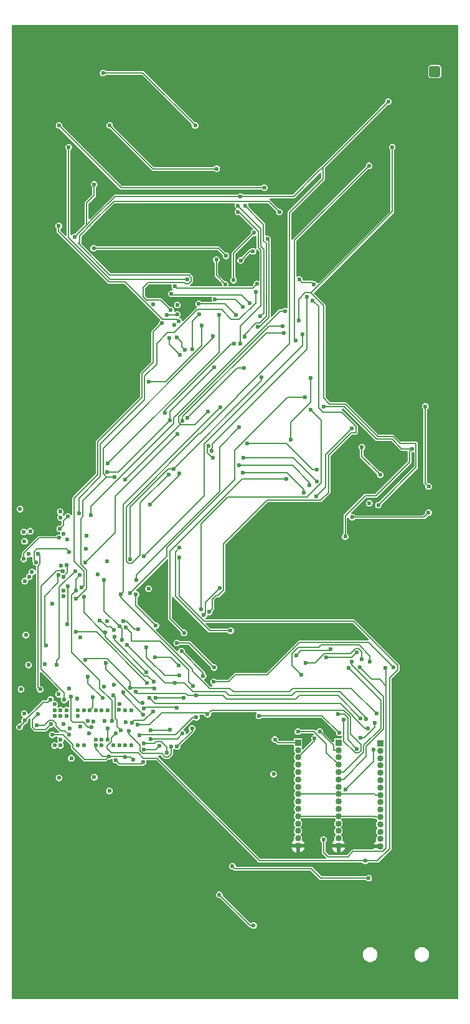
<source format=gbr>
%TF.GenerationSoftware,KiCad,Pcbnew,8.0.2*%
%TF.CreationDate,2024-06-30T04:24:24+02:00*%
%TF.ProjectId,Undroid,556e6472-6f69-4642-9e6b-696361645f70,rev?*%
%TF.SameCoordinates,Original*%
%TF.FileFunction,Copper,L6,Bot*%
%TF.FilePolarity,Positive*%
%FSLAX46Y46*%
G04 Gerber Fmt 4.6, Leading zero omitted, Abs format (unit mm)*
G04 Created by KiCad (PCBNEW 8.0.2) date 2024-06-30 04:24:24*
%MOMM*%
%LPD*%
G01*
G04 APERTURE LIST*
G04 Aperture macros list*
%AMRoundRect*
0 Rectangle with rounded corners*
0 $1 Rounding radius*
0 $2 $3 $4 $5 $6 $7 $8 $9 X,Y pos of 4 corners*
0 Add a 4 corners polygon primitive as box body*
4,1,4,$2,$3,$4,$5,$6,$7,$8,$9,$2,$3,0*
0 Add four circle primitives for the rounded corners*
1,1,$1+$1,$2,$3*
1,1,$1+$1,$4,$5*
1,1,$1+$1,$6,$7*
1,1,$1+$1,$8,$9*
0 Add four rect primitives between the rounded corners*
20,1,$1+$1,$2,$3,$4,$5,0*
20,1,$1+$1,$4,$5,$6,$7,0*
20,1,$1+$1,$6,$7,$8,$9,0*
20,1,$1+$1,$8,$9,$2,$3,0*%
G04 Aperture macros list end*
%TA.AperFunction,ComponentPad*%
%ADD10R,0.850000X0.850000*%
%TD*%
%TA.AperFunction,ComponentPad*%
%ADD11O,0.850000X0.850000*%
%TD*%
%TA.AperFunction,ComponentPad*%
%ADD12RoundRect,0.246063X-0.503937X-0.503937X0.503937X-0.503937X0.503937X0.503937X-0.503937X0.503937X0*%
%TD*%
%TA.AperFunction,ViaPad*%
%ADD13C,0.600000*%
%TD*%
%TA.AperFunction,Conductor*%
%ADD14C,0.200000*%
%TD*%
G04 APERTURE END LIST*
D10*
%TO.P,MBCI_VIDEO1,1,Pin_1*%
%TO.N,RED_V*%
X175600000Y-126800000D03*
D11*
%TO.P,MBCI_VIDEO1,2,Pin_2*%
%TO.N,GREEN_V*%
X175600000Y-127800000D03*
%TO.P,MBCI_VIDEO1,3,Pin_3*%
%TO.N,BLUE_V*%
X175600000Y-128800000D03*
%TO.P,MBCI_VIDEO1,4,Pin_4*%
%TO.N,ALPHA_V*%
X175600000Y-129800000D03*
%TO.P,MBCI_VIDEO1,5,Pin_5*%
%TO.N,HSYNC_V*%
X175600000Y-130800000D03*
%TO.P,MBCI_VIDEO1,6,Pin_6*%
%TO.N,VSYNC_V*%
X175600000Y-131800000D03*
%TO.P,MBCI_VIDEO1,7,Pin_7*%
%TO.N,unconnected-(MBCI_VIDEO1-Pin_7-Pad7)*%
X175600000Y-132800000D03*
%TO.P,MBCI_VIDEO1,8,Pin_8*%
%TO.N,3.3V*%
X175600000Y-133800000D03*
%TO.P,MBCI_VIDEO1,9,Pin_9*%
%TO.N,unconnected-(MBCI_VIDEO1-Pin_9-Pad9)*%
X175600000Y-134800000D03*
%TO.P,MBCI_VIDEO1,10,Pin_10*%
%TO.N,unconnected-(MBCI_VIDEO1-Pin_10-Pad10)*%
X175600000Y-135800000D03*
%TO.P,MBCI_VIDEO1,11,Pin_11*%
%TO.N,CLK*%
X175600000Y-136800000D03*
%TO.P,MBCI_VIDEO1,12,Pin_12*%
%TO.N,unconnected-(MBCI_VIDEO1-Pin_12-Pad12)*%
X175600000Y-137800000D03*
%TO.P,MBCI_VIDEO1,13,Pin_13*%
%TO.N,unconnected-(MBCI_VIDEO1-Pin_13-Pad13)*%
X175600000Y-138800000D03*
%TO.P,MBCI_VIDEO1,14,Pin_14*%
%TO.N,unconnected-(MBCI_VIDEO1-Pin_14-Pad14)*%
X175600000Y-139800000D03*
%TO.P,MBCI_VIDEO1,15,Pin_15*%
%TO.N,GND*%
X175600000Y-140800000D03*
%TD*%
D10*
%TO.P,MBCI_IO1,1,Pin_1*%
%TO.N,UBOOT*%
X164400000Y-126700000D03*
D11*
%TO.P,MBCI_IO1,2,Pin_2*%
%TO.N,RESET_N*%
X164400000Y-127700000D03*
%TO.P,MBCI_IO1,3,Pin_3*%
%TO.N,RTC_IN*%
X164400000Y-128700000D03*
%TO.P,MBCI_IO1,4,Pin_4*%
%TO.N,CONN_NMI_N*%
X164400000Y-129700000D03*
%TO.P,MBCI_IO1,5,Pin_5*%
%TO.N,UBOOT_MBCI*%
X164400000Y-130700000D03*
%TO.P,MBCI_IO1,6,Pin_6*%
%TO.N,GSM_PWR_N*%
X164400000Y-131700000D03*
%TO.P,MBCI_IO1,7,Pin_7*%
%TO.N,GSM_RST_N*%
X164400000Y-132700000D03*
%TO.P,MBCI_IO1,8,Pin_8*%
%TO.N,3.3V*%
X164400000Y-133700000D03*
%TO.P,MBCI_IO1,9,Pin_9*%
%TO.N,unconnected-(MBCI_IO1-Pin_9-Pad9)*%
X164400000Y-134700000D03*
%TO.P,MBCI_IO1,10,Pin_10*%
%TO.N,unconnected-(MBCI_IO1-Pin_10-Pad10)*%
X164400000Y-135700000D03*
%TO.P,MBCI_IO1,11,Pin_11*%
%TO.N,CLK*%
X164400000Y-136700000D03*
%TO.P,MBCI_IO1,12,Pin_12*%
%TO.N,unconnected-(MBCI_IO1-Pin_12-Pad12)*%
X164400000Y-137700000D03*
%TO.P,MBCI_IO1,13,Pin_13*%
%TO.N,unconnected-(MBCI_IO1-Pin_13-Pad13)*%
X164400000Y-138700000D03*
%TO.P,MBCI_IO1,14,Pin_14*%
%TO.N,unconnected-(MBCI_IO1-Pin_14-Pad14)*%
X164400000Y-139700000D03*
%TO.P,MBCI_IO1,15,Pin_15*%
%TO.N,GND*%
X164400000Y-140700000D03*
%TD*%
D12*
%TO.P,ANT1,1,A*%
%TO.N,Net-(ANT1-A)*%
X183000000Y-35600000D03*
%TD*%
D10*
%TO.P,MBCI_NETWORK1,1,Pin_1*%
%TO.N,DAT0_N*%
X169900000Y-126700000D03*
D11*
%TO.P,MBCI_NETWORK1,2,Pin_2*%
%TO.N,DAT1_N*%
X169900000Y-127700000D03*
%TO.P,MBCI_NETWORK1,3,Pin_3*%
%TO.N,DAT2_N*%
X169900000Y-128700000D03*
%TO.P,MBCI_NETWORK1,4,Pin_4*%
%TO.N,DAT3_N*%
X169900000Y-129700000D03*
%TO.P,MBCI_NETWORK1,5,Pin_5*%
%TO.N,DAT4_N*%
X169900000Y-130700000D03*
%TO.P,MBCI_NETWORK1,6,Pin_6*%
%TO.N,AVAIL_N*%
X169900000Y-131700000D03*
%TO.P,MBCI_NETWORK1,7,Pin_7*%
%TO.N,unconnected-(MBCI_NETWORK1-Pin_7-Pad7)*%
X169900000Y-132700000D03*
%TO.P,MBCI_NETWORK1,8,Pin_8*%
%TO.N,3.3V*%
X169900000Y-133700000D03*
%TO.P,MBCI_NETWORK1,9,Pin_9*%
%TO.N,unconnected-(MBCI_NETWORK1-Pin_9-Pad9)*%
X169900000Y-134700000D03*
%TO.P,MBCI_NETWORK1,10,Pin_10*%
%TO.N,unconnected-(MBCI_NETWORK1-Pin_10-Pad10)*%
X169900000Y-135700000D03*
%TO.P,MBCI_NETWORK1,11,Pin_11*%
%TO.N,CLK*%
X169900000Y-136700000D03*
%TO.P,MBCI_NETWORK1,12,Pin_12*%
%TO.N,unconnected-(MBCI_NETWORK1-Pin_12-Pad12)*%
X169900000Y-137700000D03*
%TO.P,MBCI_NETWORK1,13,Pin_13*%
%TO.N,unconnected-(MBCI_NETWORK1-Pin_13-Pad13)*%
X169900000Y-138700000D03*
%TO.P,MBCI_NETWORK1,14,Pin_14*%
%TO.N,unconnected-(MBCI_NETWORK1-Pin_14-Pad14)*%
X169900000Y-139700000D03*
%TO.P,MBCI_NETWORK1,15,Pin_15*%
%TO.N,GND*%
X169900000Y-140700000D03*
%TD*%
D13*
%TO.N,Net-(BRIDGE_CHIP1-GND-Pad14)*%
X147600000Y-70000000D03*
X150924500Y-67127100D03*
X148000000Y-67300000D03*
X155990900Y-68647400D03*
X144700000Y-67200000D03*
%TO.N,GND*%
X175875000Y-110250000D03*
X173200000Y-32100000D03*
X155850000Y-56975000D03*
X146447909Y-129252091D03*
X178800000Y-110250000D03*
X162570091Y-66035909D03*
X147800000Y-56975000D03*
X184700000Y-110275000D03*
X161250000Y-145423873D03*
X131025000Y-49500000D03*
X160300000Y-109500000D03*
X147400000Y-66800000D03*
X170075000Y-32750000D03*
X161775000Y-141625000D03*
X150200000Y-111700000D03*
X151175000Y-147375000D03*
X156175000Y-145425000D03*
X162467217Y-63482783D03*
X154900000Y-108900000D03*
X159800000Y-111300000D03*
X165800000Y-106000000D03*
X156875000Y-149175000D03*
X168700000Y-108200000D03*
X148750000Y-131350000D03*
%TO.N,CTS1*%
X165165200Y-92784300D03*
X144100000Y-77700000D03*
X156855500Y-90072400D03*
X151307000Y-70059200D03*
%TO.N,TX1*%
X156946500Y-88023200D03*
X150938400Y-68520700D03*
X166979200Y-91222200D03*
X150002400Y-73340400D03*
%TO.N,GSM_RST*%
X173095100Y-86587800D03*
X175581600Y-90346400D03*
%TO.N,GSM_VPP*%
X174082800Y-48377000D03*
X164131900Y-72110200D03*
%TO.N,RX1*%
X146531200Y-68655900D03*
X156358600Y-89053200D03*
X165988000Y-91791600D03*
X147986400Y-68555900D03*
X146900000Y-71800000D03*
X148368500Y-74101300D03*
%TO.N,GSM_GPIO_1*%
X157853400Y-67014400D03*
X171756400Y-96116300D03*
X149000000Y-73400000D03*
X147200621Y-65753597D03*
X147900000Y-71700000D03*
X182164700Y-95478100D03*
%TO.N,RI1*%
X166979700Y-89663400D03*
X157494100Y-86101800D03*
%TO.N,RTS1*%
X147100000Y-68000000D03*
X161885600Y-54670300D03*
X171717200Y-84048300D03*
X166881600Y-93241000D03*
%TO.N,GSM_IO*%
X164497400Y-69447900D03*
X177227300Y-45856900D03*
X175349000Y-94463500D03*
%TO.N,Net-(DDR_RAM1-VSSQ-PadB1)*%
X126539600Y-124575100D03*
X132900000Y-122300000D03*
X131300000Y-121500000D03*
X130744300Y-120846100D03*
X127232700Y-123713600D03*
%TO.N,SD2_F1*%
X154519500Y-64485700D03*
X153300300Y-61147800D03*
%TO.N,A12{slash}BC_N*%
X173874000Y-124793600D03*
X141836200Y-123975100D03*
X144224900Y-120598600D03*
X143883900Y-118585900D03*
X134167100Y-111687077D03*
X144689100Y-122456700D03*
%TO.N,A3*%
X148900000Y-111800000D03*
X143800000Y-113800000D03*
X163400000Y-85600000D03*
X162800000Y-90900000D03*
X140600000Y-110200000D03*
X142700000Y-111300000D03*
X166100000Y-77200000D03*
X140100000Y-127100000D03*
X148300000Y-117600000D03*
%TO.N,A0*%
X153680800Y-68678900D03*
X138035900Y-104589000D03*
X138542300Y-88825800D03*
X140108059Y-110891941D03*
X140450500Y-112792400D03*
X139271000Y-120292900D03*
X140284000Y-125024600D03*
%TO.N,A4*%
X145905600Y-69783100D03*
X147655000Y-64790300D03*
X158820700Y-64452800D03*
X140900000Y-122300000D03*
X134800000Y-112400000D03*
X134978900Y-105670500D03*
%TO.N,SD2_F2*%
X157056400Y-75839600D03*
X149386100Y-82605800D03*
%TO.N,SD3_F1*%
X156240900Y-53787400D03*
X159278800Y-68812700D03*
%TO.N,SD1_F2*%
X148207700Y-69521500D03*
X131874300Y-56552600D03*
%TO.N,SD_DAT1*%
X137904200Y-35787300D03*
X150431600Y-42920700D03*
%TO.N,A5*%
X140900000Y-127100000D03*
X165400000Y-79800000D03*
X141587200Y-106410700D03*
%TO.N,SD_CMD*%
X149358400Y-63781400D03*
X133219400Y-45858500D03*
%TO.N,A8*%
X143256300Y-121286400D03*
X136243700Y-95847900D03*
X138236500Y-115904500D03*
X162665200Y-68124700D03*
%TO.N,A6*%
X141700000Y-122300000D03*
X158643900Y-65548600D03*
X134600300Y-95571000D03*
%TO.N,SD0_F1*%
X157113600Y-71569100D03*
X157208600Y-53829000D03*
%TO.N,A14*%
X141143100Y-113438200D03*
X139348500Y-111376000D03*
X147660000Y-118638000D03*
X137400000Y-110148400D03*
X147906700Y-121973700D03*
X173629100Y-123550000D03*
X143477700Y-122038200D03*
%TO.N,A9*%
X142376400Y-106563600D03*
X145073800Y-110801100D03*
X147013700Y-124967100D03*
X156418000Y-83883300D03*
X142395200Y-104585800D03*
X144350600Y-125007500D03*
%TO.N,SD_CD_OR_DAT3*%
X160279200Y-58306500D03*
X159845800Y-51365700D03*
X158923700Y-70293300D03*
X131907100Y-42919100D03*
%TO.N,CMD_F1*%
X155633800Y-63924400D03*
X158420100Y-57498200D03*
%TO.N,A1*%
X139420400Y-112317100D03*
X153000000Y-116500000D03*
X138056600Y-119098100D03*
X139400200Y-118816300D03*
X144956800Y-115129100D03*
X166417491Y-66682509D03*
X158275000Y-59995100D03*
X166588600Y-64481100D03*
X140969000Y-123903300D03*
X143762700Y-117125100D03*
X156602800Y-61242200D03*
X147931200Y-113179300D03*
X148199700Y-116264000D03*
X152333900Y-108966100D03*
X164591400Y-63839200D03*
%TO.N,A13*%
X142846600Y-125667500D03*
X142303100Y-119811200D03*
X172877300Y-123382500D03*
X150584700Y-123291500D03*
X150585300Y-120326500D03*
%TO.N,A7*%
X144100000Y-105800000D03*
X165039600Y-71258800D03*
X141700000Y-127100000D03*
X143475300Y-101396800D03*
%TO.N,SD1_F1*%
X156586900Y-72497600D03*
X156249200Y-54668700D03*
%TO.N,A10{slash}AP*%
X135436400Y-102273400D03*
X134737900Y-103990600D03*
X147978200Y-84811700D03*
X139122100Y-123794600D03*
X134181400Y-106075600D03*
X146347000Y-81910800D03*
X155743500Y-72497600D03*
%TO.N,SD_DAT2*%
X162482800Y-71106200D03*
X148717200Y-83000100D03*
%TO.N,A11*%
X153011000Y-75718800D03*
X146972300Y-82971600D03*
X152839300Y-88002200D03*
X152217300Y-86422000D03*
X151605400Y-109392700D03*
X152110800Y-122852000D03*
X153738100Y-105743200D03*
X170638300Y-123581500D03*
X138479600Y-89962700D03*
X142578100Y-124311400D03*
%TO.N,SD_DAT0*%
X153341200Y-48794700D03*
X138791600Y-42919100D03*
%TO.N,A2*%
X141364700Y-125156000D03*
X141000000Y-111100000D03*
X147952800Y-127228200D03*
X149999600Y-124785800D03*
X166129100Y-81532500D03*
X147200100Y-127195500D03*
X150109800Y-118985300D03*
X151191400Y-108588000D03*
%TO.N,CMD_F2*%
X154611100Y-60628800D03*
X136624300Y-59590300D03*
%TO.N,RAM_ODT*%
X148566000Y-114301000D03*
X151505400Y-117631100D03*
%TO.N,DQ02*%
X126600000Y-95000000D03*
X134500000Y-127100000D03*
X136700000Y-131400000D03*
%TO.N,RAM_LDQS*%
X133375000Y-124750000D03*
X133298591Y-100776409D03*
X133257700Y-119392600D03*
X128782300Y-102223300D03*
X133000000Y-110608700D03*
X133108900Y-105476600D03*
%TO.N,Net-(DDR_RAM1-VSS-PadA9)*%
X143367700Y-122875200D03*
X143451400Y-127622700D03*
X135300000Y-122300000D03*
X136900000Y-122300000D03*
X142016900Y-129044000D03*
X145563000Y-127116700D03*
X130973500Y-125645300D03*
X140912300Y-128668100D03*
X133582000Y-128821700D03*
X138698900Y-128556100D03*
X136900000Y-127100000D03*
X140640600Y-119906100D03*
%TO.N,RAM_UDQS_N*%
X132500000Y-98400000D03*
X131300000Y-123100000D03*
%TO.N,DQ05*%
X136050000Y-122325000D03*
X130975000Y-107850000D03*
X136475000Y-120525000D03*
%TO.N,RAM_CKE*%
X135853900Y-117788600D03*
X137853200Y-120664700D03*
%TO.N,DQ08*%
X132400000Y-103425000D03*
X132900000Y-123100000D03*
X132600000Y-120900000D03*
%TO.N,RAM_CK_N*%
X132471100Y-106850000D03*
X138091500Y-123792000D03*
%TO.N,DQ10*%
X132940593Y-102581589D03*
X132498591Y-104223591D03*
X132100000Y-122300000D03*
%TO.N,RAM_BA2*%
X159439600Y-77142100D03*
X153128600Y-66520500D03*
X174635600Y-127620100D03*
X156878500Y-67515300D03*
X170827400Y-133061000D03*
X147466400Y-89526200D03*
X139663700Y-125467400D03*
X141584500Y-101808700D03*
X173541600Y-142764800D03*
X148285800Y-101584800D03*
%TO.N,RAM_LDQS_N*%
X134800000Y-124500000D03*
X132200000Y-102700000D03*
%TO.N,DQ13*%
X131911200Y-98910300D03*
X127100100Y-101783300D03*
%TO.N,ZQ*%
X135600000Y-100400000D03*
X132075000Y-95350000D03*
X138500000Y-122300000D03*
%TO.N,DQ00*%
X133253400Y-125659700D03*
X127800000Y-101100000D03*
X128225000Y-103550000D03*
X127100000Y-98100000D03*
X128879100Y-124326900D03*
X127175000Y-122750000D03*
%TO.N,RAM_CAS_N*%
X137700000Y-126300000D03*
X137200000Y-103900000D03*
%TO.N,DQ14*%
X130150000Y-113550000D03*
X131300000Y-122300000D03*
X131798768Y-103953867D03*
%TO.N,DQ01*%
X134500000Y-123100000D03*
X127250000Y-104775000D03*
X132550000Y-124150000D03*
%TO.N,RAM_WE_N*%
X138500000Y-124800000D03*
X138500000Y-126300000D03*
X138400000Y-110200000D03*
%TO.N,DQ06*%
X126732141Y-119467859D03*
X135300000Y-127100000D03*
%TO.N,RAM_UDQS*%
X132100000Y-123100000D03*
X135625000Y-98575000D03*
%TO.N,RAM_CK*%
X133524300Y-120483700D03*
X136315600Y-124596200D03*
%TO.N,RAM_BA0*%
X140343200Y-106590400D03*
X153847200Y-81178500D03*
X175091600Y-122787100D03*
X139300000Y-127100000D03*
%TO.N,RAM_RAS_N*%
X138475000Y-102125000D03*
X138750000Y-133275000D03*
X136900000Y-126300000D03*
%TO.N,DQ15*%
X129349800Y-119485200D03*
X129053800Y-101047800D03*
%TO.N,DQ07*%
X127400000Y-112100000D03*
X129995000Y-116042700D03*
X136600000Y-123850000D03*
%TO.N,DQ04*%
X135986100Y-125497300D03*
X134107400Y-103409100D03*
X131550000Y-116125000D03*
X132125000Y-96150000D03*
%TO.N,DQ11*%
X133100000Y-96000000D03*
X132100000Y-127100000D03*
X132000000Y-97675000D03*
%TO.N,DQ03*%
X131875000Y-120150000D03*
X134500000Y-122300000D03*
%TO.N,DQ12*%
X129059800Y-122822300D03*
X127853851Y-104204898D03*
X130814600Y-124217900D03*
X127750000Y-116175000D03*
%TO.N,Net-(DDR_RAM1-VDD-PadB2)*%
X144376700Y-126206900D03*
X148701400Y-125495700D03*
X144885300Y-119342400D03*
X131300000Y-127100000D03*
X137700000Y-127100000D03*
X135434900Y-115475100D03*
X148881600Y-120598800D03*
X131900000Y-131500000D03*
X139626700Y-129100400D03*
X137700000Y-122300000D03*
X141549600Y-119249300D03*
X143327000Y-129381900D03*
X135801800Y-123758500D03*
X140100000Y-121500000D03*
X145070400Y-120662900D03*
X134346200Y-120741500D03*
%TO.N,RAM_BA1*%
X159097800Y-123051900D03*
X174813200Y-123976200D03*
X139489291Y-90658391D03*
X134197200Y-107132100D03*
X155234000Y-111519400D03*
X152842400Y-71530600D03*
X148239800Y-90133700D03*
X148276750Y-100226750D03*
X170012000Y-125379000D03*
X172863200Y-126055300D03*
X140075000Y-122275000D03*
X144305900Y-94342500D03*
%TO.N,DQ09*%
X127211091Y-99388909D03*
X132100000Y-126300000D03*
%TO.N,RTC_IN*%
X166638600Y-126120300D03*
%TO.N,RAM_RST*%
X143453500Y-126844100D03*
X146538300Y-128094200D03*
%TO.N,UBOOT*%
X161259200Y-126268500D03*
%TO.N,RTC_OUT*%
X134009900Y-58065000D03*
X156563600Y-52567400D03*
X176701400Y-39678700D03*
X146791500Y-90288400D03*
X136685200Y-50913600D03*
%TO.N,GSM_PWR_N*%
X161100000Y-131000000D03*
X174100000Y-94200000D03*
%TO.N,VBUS_USBC*%
X179920700Y-86824300D03*
X167889200Y-81110500D03*
X170827700Y-98737300D03*
%TO.N,DAT4_N*%
X171298200Y-116562100D03*
%TO.N,Net-(GND_R1-Pad2)*%
X153700000Y-147350000D03*
X158375000Y-151525000D03*
%TO.N,Net-(ANT1-A)*%
X181725000Y-81050000D03*
X182175000Y-91925000D03*
%TO.N,HSYNC_V*%
X169812400Y-122847000D03*
X172413300Y-127566300D03*
%TO.N,DAT1_N*%
X167355500Y-125202900D03*
%TO.N,AVAIL_N*%
X171722100Y-115751300D03*
%TO.N,DAT3_N*%
X164159900Y-114840900D03*
X168826100Y-114003900D03*
X164391400Y-125210800D03*
%TO.N,DAT2_N*%
X172422300Y-114461800D03*
X168208200Y-115140500D03*
%TO.N,GSM_RST_N*%
X155500000Y-143500000D03*
X174025000Y-145100000D03*
%TO.N,Net-(MBCI_0-VDD)*%
X167889200Y-139866500D03*
X176322900Y-116530200D03*
X172801400Y-116481700D03*
%TO.N,Net-(C1-Pad2)*%
X177417900Y-116505900D03*
X152920800Y-118461800D03*
%TO.N,CPU_PWR*%
X152642500Y-87098500D03*
X165600900Y-66187900D03*
%TO.N,DRAM_PWR*%
X132475000Y-106100000D03*
X135303709Y-106903709D03*
X128000000Y-98000000D03*
X133000000Y-99100000D03*
X144758600Y-118468300D03*
X138213300Y-111724300D03*
%TO.N,UBOOT_MBCI*%
X173068400Y-115389300D03*
X165490900Y-115889600D03*
%TO.N,RESET_N*%
X152158600Y-81791800D03*
X174171900Y-115743000D03*
X164894900Y-117535700D03*
X140898900Y-91029700D03*
X162333300Y-70190900D03*
%TD*%
D14*
%TO.N,Net-(BRIDGE_CHIP1-GND-Pad14)*%
X150924500Y-67127200D02*
X150924500Y-67127100D01*
X155990900Y-68647400D02*
X154470700Y-67127200D01*
X154470700Y-67127200D02*
X150924500Y-67127200D01*
%TO.N,GND*%
X151175000Y-147325000D02*
X152750000Y-145750000D01*
X148750000Y-131350000D02*
X148545818Y-131350000D01*
X165800000Y-106000000D02*
X163800000Y-106000000D01*
X154900000Y-108900000D02*
X155500000Y-109500000D01*
X162700000Y-140700000D02*
X161825000Y-141575000D01*
X155173873Y-145750000D02*
X155500000Y-145423873D01*
X171700000Y-108200000D02*
X168700000Y-108200000D01*
X150569400Y-112069400D02*
X150200000Y-111700000D01*
X159800000Y-111300000D02*
X159030600Y-112069400D01*
X155500000Y-145423873D02*
X161250000Y-145423873D01*
X163800000Y-106000000D02*
X160300000Y-109500000D01*
X184700000Y-110275000D02*
X173775000Y-110275000D01*
X159030600Y-112069400D02*
X150569400Y-112069400D01*
X161250000Y-146750000D02*
X158825000Y-149175000D01*
X158825000Y-149175000D02*
X156875000Y-149175000D01*
X148545818Y-131350000D02*
X146447909Y-129252091D01*
X162600000Y-108200000D02*
X161300000Y-109500000D01*
X152750000Y-145750000D02*
X155173873Y-145750000D01*
X173775000Y-110275000D02*
X171700000Y-108200000D01*
X161300000Y-109500000D02*
X160300000Y-109500000D01*
X155500000Y-109500000D02*
X160300000Y-109500000D01*
X164400000Y-140700000D02*
X162700000Y-140700000D01*
X151175000Y-147375000D02*
X151175000Y-147325000D01*
X161250000Y-145423873D02*
X161250000Y-146750000D01*
X168700000Y-108200000D02*
X162600000Y-108200000D01*
%TO.N,CTS1*%
X144100000Y-77700000D02*
X146423200Y-77700000D01*
X162872400Y-90072400D02*
X156855500Y-90072400D01*
X165165200Y-92365200D02*
X162872400Y-90072400D01*
X146423200Y-77700000D02*
X151307000Y-72816200D01*
X151307000Y-72816200D02*
X151307000Y-70059200D01*
X165165200Y-92784300D02*
X165165200Y-92365200D01*
%TO.N,TX1*%
X163780200Y-88023200D02*
X156946500Y-88023200D01*
X166979200Y-91222200D02*
X163780200Y-88023200D01*
X150938400Y-68520700D02*
X150002400Y-69456700D01*
X150002400Y-69456700D02*
X150002400Y-73340400D01*
%TO.N,GSM_RST*%
X175581600Y-90346400D02*
X173095100Y-87859900D01*
X173095100Y-87859900D02*
X173095100Y-86587800D01*
%TO.N,GSM_VPP*%
X163945700Y-58514100D02*
X163945700Y-71924000D01*
X174082800Y-48377000D02*
X163945700Y-58514100D01*
X163945700Y-71924000D02*
X164131900Y-72110200D01*
%TO.N,RX1*%
X165988000Y-91388000D02*
X165988000Y-91791600D01*
X147886400Y-68655900D02*
X147986400Y-68555900D01*
X146900000Y-71800000D02*
X146900000Y-72632800D01*
X163653200Y-89053200D02*
X165988000Y-91388000D01*
X146900000Y-72632800D02*
X148368500Y-74101300D01*
X156358600Y-89053200D02*
X163653200Y-89053200D01*
X146531200Y-68655900D02*
X147886400Y-68655900D01*
%TO.N,GSM_GPIO_1*%
X156752800Y-65913800D02*
X157853400Y-67014400D01*
X147200621Y-65753597D02*
X147360824Y-65913800D01*
X148600000Y-73000000D02*
X149000000Y-73400000D01*
X171756400Y-96116300D02*
X181526500Y-96116300D01*
X148600000Y-72400000D02*
X148600000Y-73000000D01*
X147360824Y-65913800D02*
X156752800Y-65913800D01*
X147900000Y-71700000D02*
X148600000Y-72400000D01*
X181526500Y-96116300D02*
X182164700Y-95478100D01*
%TO.N,RI1*%
X157494100Y-86101800D02*
X162801800Y-86101800D01*
X166363400Y-89663400D02*
X166979700Y-89663400D01*
X162801800Y-86101800D02*
X166363400Y-89663400D01*
%TO.N,RTS1*%
X145750000Y-66650000D02*
X143900000Y-66650000D01*
X134697437Y-57872437D02*
X136347437Y-56222437D01*
X143371078Y-64894222D02*
X144025000Y-64240300D01*
X168123800Y-91998800D02*
X168123800Y-87641700D01*
X161885600Y-54670300D02*
X160441900Y-53226600D01*
X136347437Y-56222437D02*
X136072437Y-56497437D01*
X143883578Y-66666422D02*
X143371078Y-66153922D01*
X168123800Y-87641700D02*
X171717200Y-84048300D01*
X149910200Y-63533200D02*
X149576000Y-63199000D01*
X148965300Y-64240300D02*
X149144900Y-64419900D01*
X149576000Y-63199000D02*
X138799974Y-63199000D01*
X149910200Y-64039300D02*
X149910200Y-63533200D01*
X138799974Y-63199000D02*
X134537987Y-58937013D01*
X166881600Y-93241000D02*
X168123800Y-91998800D01*
X143371078Y-66153922D02*
X143371078Y-64894222D01*
X134537987Y-58937013D02*
X134697437Y-58777563D01*
X134697437Y-58777563D02*
X134697437Y-57872437D01*
X136072437Y-56497437D02*
X136134937Y-56434937D01*
X160441900Y-53226600D02*
X139343274Y-53226600D01*
X149144900Y-64419900D02*
X149529600Y-64419900D01*
X139343274Y-53226600D02*
X136347437Y-56222437D01*
X147100000Y-68000000D02*
X145750000Y-66650000D01*
X143900000Y-66650000D02*
X143883578Y-66666422D01*
X149529600Y-64419900D02*
X149910200Y-64039300D01*
X136134937Y-56434937D02*
X136140063Y-56434937D01*
X144025000Y-64240300D02*
X148965300Y-64240300D01*
%TO.N,GSM_IO*%
X175259276Y-85164300D02*
X177344975Y-85164300D01*
X180476300Y-86100000D02*
X180476300Y-89336200D01*
X168700000Y-80750000D02*
X170844976Y-80750000D01*
X167875000Y-67362200D02*
X167875000Y-79925000D01*
X170844976Y-80750000D02*
X175259276Y-85164300D01*
X164497400Y-66511300D02*
X164497400Y-69447900D01*
X166149000Y-65636200D02*
X166213700Y-65636200D01*
X167875000Y-79925000D02*
X168700000Y-80750000D01*
X178280675Y-86100000D02*
X180476300Y-86100000D01*
X180476300Y-89336200D02*
X175349000Y-94463500D01*
X166213700Y-65636200D02*
X177227300Y-54622600D01*
X165372500Y-65636200D02*
X164497400Y-66511300D01*
X166149000Y-65636200D02*
X165372500Y-65636200D01*
X177344975Y-85164300D02*
X178280675Y-86100000D01*
X166149000Y-65636200D02*
X167875000Y-67362200D01*
X177227300Y-54622600D02*
X177227300Y-45856900D01*
%TO.N,Net-(DDR_RAM1-VSSQ-PadB1)*%
X129764400Y-121181900D02*
X130408500Y-121181900D01*
X127232700Y-123882000D02*
X127232700Y-123713600D01*
X130408500Y-121181900D02*
X130744300Y-120846100D01*
X127232700Y-123713600D02*
X129764400Y-121181900D01*
X126539600Y-124575100D02*
X127232700Y-123882000D01*
%TO.N,SD2_F1*%
X153300300Y-63266500D02*
X154519500Y-64485700D01*
X153300300Y-61147800D02*
X153300300Y-63266500D01*
%TO.N,A12{slash}BC_N*%
X134167100Y-111687077D02*
X136985077Y-111687077D01*
X144988500Y-121362200D02*
X170193800Y-121362200D01*
X173503100Y-124793600D02*
X173874000Y-124793600D01*
X142101300Y-123710000D02*
X143435800Y-123710000D01*
X171893400Y-123183900D02*
X173503100Y-124793600D01*
X143435800Y-123710000D02*
X144689100Y-122456700D01*
X171893400Y-123061800D02*
X171893400Y-123183900D01*
X144224900Y-120598600D02*
X144988500Y-121362200D01*
X141836200Y-123975100D02*
X142101300Y-123710000D01*
X170193800Y-121362200D02*
X171893400Y-123061800D01*
X136985077Y-111687077D02*
X143883900Y-118585900D01*
%TO.N,A3*%
X142700000Y-111300000D02*
X142200000Y-111300000D01*
X147000000Y-109900000D02*
X148900000Y-111800000D01*
X148300000Y-117600000D02*
X146300000Y-117600000D01*
X147000000Y-100725682D02*
X147000000Y-102400000D01*
X156825682Y-90900000D02*
X147000000Y-100725682D01*
X162800000Y-90900000D02*
X156825682Y-90900000D01*
X144300000Y-115600000D02*
X143800000Y-115100000D01*
X142200000Y-111300000D02*
X141100000Y-110200000D01*
X166100000Y-77200000D02*
X166100000Y-80477818D01*
X146300000Y-117600000D02*
X144300000Y-115600000D01*
X163400000Y-85600000D02*
X163400000Y-85500000D01*
X163400000Y-83177818D02*
X163400000Y-85600000D01*
X141100000Y-110200000D02*
X140600000Y-110200000D01*
X143800000Y-115100000D02*
X143800000Y-113700000D01*
X166100000Y-80477818D02*
X163400000Y-83177818D01*
X147000000Y-102400000D02*
X147000000Y-109900000D01*
%TO.N,A0*%
X139500000Y-123394682D02*
X139500000Y-120521900D01*
X139800000Y-123694682D02*
X139500000Y-123394682D01*
X153680800Y-73687300D02*
X138542300Y-88825800D01*
X139800000Y-124540600D02*
X139800000Y-123694682D01*
X153680800Y-68678900D02*
X153680800Y-73687300D01*
X140284000Y-125024600D02*
X139800000Y-124540600D01*
X138035900Y-108819782D02*
X138035900Y-104589000D01*
X140108059Y-110891941D02*
X140450500Y-111234382D01*
X139500000Y-120521900D02*
X139271000Y-120292900D01*
X140450500Y-111234382D02*
X140450500Y-112792400D01*
X140108059Y-110891941D02*
X138035900Y-108819782D01*
%TO.N,A4*%
X147655000Y-64790300D02*
X147902200Y-65037500D01*
X147902200Y-65037500D02*
X158236000Y-65037500D01*
X135289600Y-105359800D02*
X135289600Y-103404000D01*
X137193200Y-85806800D02*
X143200000Y-79800000D01*
X143200000Y-76625000D02*
X144725000Y-75100000D01*
X137193200Y-90281800D02*
X137193200Y-85806800D01*
X134000000Y-93475000D02*
X137193200Y-90281800D01*
X133985600Y-93475000D02*
X134000000Y-93475000D01*
X133985600Y-102100000D02*
X133985600Y-93475000D01*
X134978900Y-105670500D02*
X135289600Y-105359800D01*
X144725000Y-70963700D02*
X145905600Y-69783100D01*
X144725000Y-75100000D02*
X144725000Y-70963700D01*
X135289600Y-103404000D02*
X133985600Y-102100000D01*
X143200000Y-79800000D02*
X143200000Y-76625000D01*
X158236000Y-65037500D02*
X158820700Y-64452800D01*
%TO.N,SD2_F2*%
X157056400Y-75839600D02*
X156152300Y-75839600D01*
X156152300Y-75839600D02*
X149386100Y-82605800D01*
%TO.N,SD3_F1*%
X159375800Y-59360500D02*
X159375800Y-56922300D01*
X159278800Y-68812700D02*
X159743700Y-68347800D01*
X159743700Y-68347800D02*
X159743700Y-59728400D01*
X159743700Y-59728400D02*
X159375800Y-59360500D01*
X159375800Y-56922300D02*
X156240900Y-53787400D01*
%TO.N,SD1_F2*%
X145953582Y-69231400D02*
X140853582Y-64131400D01*
X147917600Y-69231400D02*
X145953582Y-69231400D01*
X138675200Y-64131400D02*
X131874300Y-57330500D01*
X131874300Y-57330500D02*
X131874300Y-56552600D01*
X140853582Y-64131400D02*
X138675200Y-64131400D01*
X148207700Y-69521500D02*
X147917600Y-69231400D01*
%TO.N,SD_DAT1*%
X137904200Y-35787300D02*
X143298200Y-35787300D01*
X143298200Y-35787300D02*
X150431600Y-42920700D01*
%TO.N,A5*%
X146563100Y-100260500D02*
X146563100Y-101434800D01*
X146993200Y-99830400D02*
X146993200Y-99830500D01*
X146993200Y-99830500D02*
X146563200Y-100260500D01*
X146563200Y-100260500D02*
X146563100Y-100260500D01*
X155806900Y-86986600D02*
X155806900Y-91016700D01*
X146563100Y-101434800D02*
X141587200Y-106410700D01*
X165400000Y-79800000D02*
X162993500Y-79800000D01*
X155806900Y-91016700D02*
X146993200Y-99830400D01*
X162993500Y-79800000D02*
X155806900Y-86986600D01*
%TO.N,SD_CMD*%
X138887400Y-63781400D02*
X149358400Y-63781400D01*
X133219400Y-58113400D02*
X138887400Y-63781400D01*
X133219400Y-45858500D02*
X133219400Y-58113400D01*
%TO.N,A8*%
X136254900Y-94670600D02*
X147524000Y-83401500D01*
X161990800Y-68124700D02*
X162665200Y-68124700D01*
X143256300Y-121286400D02*
X143256300Y-121286300D01*
X142804300Y-121286300D02*
X138236500Y-116718500D01*
X136243700Y-95847900D02*
X136254900Y-95836700D01*
X138236500Y-116718500D02*
X138236500Y-115904500D01*
X136254900Y-95836700D02*
X136254900Y-94670600D01*
X147524000Y-83401500D02*
X147524000Y-82591500D01*
X147524000Y-82591500D02*
X161990800Y-68124700D01*
X143256300Y-121286300D02*
X142804300Y-121286300D01*
%TO.N,A6*%
X137543200Y-90607100D02*
X134600300Y-93550000D01*
X134600300Y-93550000D02*
X134600300Y-95571000D01*
X158643900Y-67004400D02*
X156431100Y-69217200D01*
X145175000Y-75325000D02*
X143550000Y-76950000D01*
X150697100Y-67923000D02*
X147610050Y-71010050D01*
X143550000Y-76950000D02*
X143550000Y-80125000D01*
X145175000Y-72525000D02*
X145175000Y-75325000D01*
X143550000Y-80125000D02*
X137543200Y-86131800D01*
X158643900Y-65548600D02*
X158643900Y-67004400D01*
X146689950Y-71010050D02*
X145175000Y-72525000D01*
X147610050Y-71010050D02*
X146689950Y-71010050D01*
X155307000Y-69217200D02*
X154012800Y-67923000D01*
X154012800Y-67923000D02*
X150697100Y-67923000D01*
X156431100Y-69217200D02*
X155307000Y-69217200D01*
X137543200Y-86131800D02*
X137543200Y-90607100D01*
%TO.N,SD0_F1*%
X158695300Y-69741600D02*
X159165200Y-69741600D01*
X159727500Y-58534900D02*
X159727500Y-56347900D01*
X157113600Y-71323300D02*
X158695300Y-69741600D01*
X159165200Y-69741600D02*
X160095400Y-68811400D01*
X160095400Y-58902800D02*
X159727500Y-58534900D01*
X160095400Y-68811400D02*
X160095400Y-58902800D01*
X157113600Y-71569100D02*
X157113600Y-71323300D01*
X159727500Y-56347900D02*
X157208600Y-53829000D01*
%TO.N,A14*%
X154500000Y-119774800D02*
X150090600Y-119774800D01*
X147838000Y-121905000D02*
X143610900Y-121905000D01*
X170094800Y-119774800D02*
X164125200Y-119774800D01*
X138972500Y-111000000D02*
X139348500Y-111376000D01*
X146342900Y-118638000D02*
X141143100Y-113438200D01*
X137400000Y-110148400D02*
X137548400Y-110148400D01*
X173629100Y-123550000D02*
X173629100Y-123309100D01*
X147660000Y-118638000D02*
X146342900Y-118638000D01*
X163600000Y-120300000D02*
X155025200Y-120300000D01*
X143610900Y-121905000D02*
X143477700Y-122038200D01*
X155025200Y-120300000D02*
X154500000Y-119774800D01*
X138400000Y-111000000D02*
X138972500Y-111000000D01*
X173629100Y-123309100D02*
X170094800Y-119774800D01*
X147906700Y-121973700D02*
X147838000Y-121905000D01*
X164125200Y-119774800D02*
X163600000Y-120300000D01*
X150090600Y-119774800D02*
X148953800Y-118638000D01*
X137548400Y-110148400D02*
X138400000Y-111000000D01*
X148953800Y-118638000D02*
X147660000Y-118638000D01*
%TO.N,A9*%
X146623700Y-99702600D02*
X146623700Y-99702700D01*
X142395200Y-103931100D02*
X142395200Y-104585800D01*
X146623600Y-99702700D02*
X142395200Y-103931100D01*
X153742800Y-86558500D02*
X153742800Y-92583500D01*
X145073800Y-110801100D02*
X142376400Y-108103700D01*
X146623700Y-99702700D02*
X146623600Y-99702700D01*
X156418000Y-83883300D02*
X153742800Y-86558500D01*
X144350600Y-125007500D02*
X146973300Y-125007500D01*
X146973300Y-125007500D02*
X147013700Y-124967100D01*
X142376400Y-108103700D02*
X142376400Y-106563600D01*
X153742800Y-92583500D02*
X146623700Y-99702600D01*
%TO.N,SD_CD_OR_DAT3*%
X140353700Y-51365700D02*
X131907100Y-42919100D01*
X159845800Y-51365700D02*
X140353700Y-51365700D01*
X159166600Y-70293300D02*
X160447100Y-69012800D01*
X160447100Y-69012800D02*
X160447100Y-58474400D01*
X160447100Y-58474400D02*
X160279200Y-58306500D01*
X158923700Y-70293300D02*
X159166600Y-70293300D01*
%TO.N,CMD_F1*%
X155633800Y-63924400D02*
X155633800Y-60284500D01*
X155633800Y-60284500D02*
X158420100Y-57498200D01*
%TO.N,A1*%
X148199700Y-116264000D02*
X147064800Y-115129100D01*
X166417491Y-66682509D02*
X167200000Y-67465018D01*
X166588600Y-64481100D02*
X166310500Y-64203000D01*
X167200000Y-81223200D02*
X167803300Y-81826500D01*
X147064800Y-115129100D02*
X144956800Y-115129100D01*
X139420400Y-112782800D02*
X143762700Y-117125100D01*
X166310500Y-64203000D02*
X166310500Y-64202900D01*
X172279800Y-84625000D02*
X171635474Y-84625000D01*
X158275000Y-59995100D02*
X157849900Y-59995100D01*
X153508481Y-106750637D02*
X153225637Y-106750637D01*
X139420400Y-112317100D02*
X139420400Y-112782800D01*
X172279800Y-83783700D02*
X172279800Y-84625000D01*
X168567737Y-87692737D02*
X168567737Y-92732263D01*
X167803300Y-81826500D02*
X170322600Y-81826500D01*
X157849900Y-59995100D02*
X156602800Y-61242200D01*
X152737500Y-108562500D02*
X152333900Y-108966100D01*
X149619400Y-113179300D02*
X147931200Y-113179300D01*
X138057400Y-119097300D02*
X138056600Y-119098100D01*
X164955100Y-64202900D02*
X164591400Y-63839200D01*
X168567737Y-92732263D02*
X167509000Y-93791000D01*
X171635474Y-84625000D02*
X168567737Y-87692737D01*
X153000000Y-116500000D02*
X152940100Y-116500000D01*
X152737500Y-107238774D02*
X152737500Y-108562500D01*
X154288100Y-99725000D02*
X154288100Y-105971018D01*
X167200000Y-67465018D02*
X167200000Y-81223200D01*
X166310500Y-64202900D02*
X164955100Y-64202900D01*
X167509000Y-93791000D02*
X160222100Y-93791000D01*
X160222100Y-93791000D02*
X154288100Y-99725000D01*
X152940100Y-116500000D02*
X149619400Y-113179300D01*
X170322600Y-81826500D02*
X172279800Y-83783700D01*
X153225637Y-106750637D02*
X152737500Y-107238774D01*
X154288100Y-105971018D02*
X153508481Y-106750637D01*
%TO.N,A13*%
X154200000Y-120326500D02*
X150585300Y-120326500D01*
X142501500Y-120009600D02*
X149115100Y-120009600D01*
X169821300Y-120326500D02*
X164573500Y-120326500D01*
X142303100Y-119811200D02*
X142501500Y-120009600D01*
X154673500Y-120800000D02*
X154200000Y-120326500D01*
X147790400Y-125624400D02*
X150123300Y-123291500D01*
X142889700Y-125624400D02*
X147790400Y-125624400D01*
X142846600Y-125667500D02*
X142889700Y-125624400D01*
X149432000Y-120326500D02*
X150585300Y-120326500D01*
X149115100Y-120009600D02*
X149432000Y-120326500D01*
X172877300Y-123382500D02*
X169821300Y-120326500D01*
X150123300Y-123291500D02*
X150584700Y-123291500D01*
X164573500Y-120326500D02*
X164100000Y-120800000D01*
X164100000Y-120800000D02*
X154673500Y-120800000D01*
%TO.N,A7*%
X165039600Y-71258800D02*
X165039600Y-72819600D01*
X151665600Y-86193600D02*
X151665600Y-93206500D01*
X165039600Y-72819600D02*
X151665600Y-86193600D01*
X151665600Y-93206500D02*
X143475300Y-101396800D01*
%TO.N,SD1_F1*%
X159024100Y-57320400D02*
X156372400Y-54668700D01*
X156372400Y-54668700D02*
X156249200Y-54668700D01*
X159392000Y-59874000D02*
X159024100Y-59506100D01*
X156586900Y-72497600D02*
X156561900Y-72472600D01*
X159392000Y-67343800D02*
X159392000Y-59874000D01*
X156561900Y-72472600D02*
X156561900Y-70173900D01*
X159024100Y-59506100D02*
X159024100Y-57320400D01*
X156561900Y-70173900D02*
X159392000Y-67343800D01*
%TO.N,A10{slash}AP*%
X137450500Y-118275600D02*
X133617100Y-114442200D01*
X133617100Y-114442200D02*
X133617100Y-106639900D01*
X147978200Y-84811700D02*
X139530700Y-93259200D01*
X137450500Y-119317200D02*
X137450500Y-118275600D01*
X139122100Y-123794600D02*
X139122100Y-120988800D01*
X146347000Y-81910800D02*
X146347000Y-81562600D01*
X146347000Y-81562600D02*
X155412000Y-72497600D01*
X155412000Y-72497600D02*
X155743500Y-72497600D01*
X134737900Y-103990600D02*
X134181400Y-104547100D01*
X133617100Y-106639900D02*
X134181400Y-106075600D01*
X139122100Y-120988800D02*
X137450500Y-119317200D01*
X139530700Y-98179100D02*
X135436400Y-102273400D01*
X139530700Y-93259200D02*
X139530700Y-98179100D01*
X134181400Y-104547100D02*
X134181400Y-106075600D01*
%TO.N,SD_DAT2*%
X160083500Y-71106200D02*
X148717200Y-82472500D01*
X162482800Y-71106200D02*
X160083500Y-71106200D01*
X148717200Y-82472500D02*
X148717200Y-83000100D01*
%TO.N,A11*%
X153738100Y-105743200D02*
X151782200Y-107699100D01*
X152110800Y-122852000D02*
X152672100Y-122290700D01*
X170638300Y-126571400D02*
X170638300Y-123581500D01*
X152072800Y-86566500D02*
X152072800Y-87334700D01*
X139981200Y-89962700D02*
X146972300Y-82971600D01*
X151782200Y-109215900D02*
X151605400Y-109392700D01*
X172965000Y-126937200D02*
X172965000Y-127794800D01*
X171541700Y-125513900D02*
X172965000Y-126937200D01*
X151782200Y-107699100D02*
X151782200Y-109215900D01*
X152072800Y-87334700D02*
X152740300Y-88002200D01*
X138479600Y-89962700D02*
X139981200Y-89962700D01*
X172641800Y-128118000D02*
X172184900Y-128118000D01*
X146972300Y-82971600D02*
X146972300Y-81757500D01*
X146972300Y-81757500D02*
X153011000Y-75718800D01*
X172184900Y-128118000D02*
X170638300Y-126571400D01*
X170625000Y-122290700D02*
X171541700Y-123207400D01*
X152672100Y-122290700D02*
X170625000Y-122290700D01*
X145849400Y-122688700D02*
X144226700Y-124311400D01*
X151947500Y-122688700D02*
X145849400Y-122688700D01*
X152217300Y-86422000D02*
X152072800Y-86566500D01*
X144226700Y-124311400D02*
X142578100Y-124311400D01*
X171541700Y-123207400D02*
X171541700Y-125513900D01*
X152110800Y-122852000D02*
X151947500Y-122688700D01*
X172965000Y-127794800D02*
X172641800Y-128118000D01*
X152740300Y-88002200D02*
X152839300Y-88002200D01*
%TO.N,SD_DAT0*%
X153341200Y-48794700D02*
X144667200Y-48794700D01*
X144667200Y-48794700D02*
X138791600Y-42919100D01*
%TO.N,A2*%
X143254682Y-128203800D02*
X142901400Y-127850518D01*
X154886356Y-93334300D02*
X151210328Y-97010328D01*
X149999600Y-125181400D02*
X147952800Y-127228200D01*
X165655400Y-93334300D02*
X154886356Y-93334300D01*
X151210328Y-108569072D02*
X151191400Y-108588000D01*
X141723200Y-111823200D02*
X141000000Y-111100000D01*
X147200100Y-127195500D02*
X147200100Y-128212700D01*
X166129100Y-81532500D02*
X167572100Y-82975500D01*
X141723200Y-112953500D02*
X141723200Y-111823200D01*
X149521500Y-118397000D02*
X150109800Y-118985300D01*
X167572100Y-82975500D02*
X167572100Y-91417600D01*
X146328500Y-128664800D02*
X145867500Y-128203800D01*
X149999600Y-124785800D02*
X149999600Y-125181400D01*
X151210328Y-97010328D02*
X151210328Y-108569072D01*
X145867500Y-128203800D02*
X143254682Y-128203800D01*
X167572100Y-91417600D02*
X165655400Y-93334300D01*
X147200100Y-128212700D02*
X146748000Y-128664800D01*
X141723200Y-112953500D02*
X145669400Y-112953500D01*
X146748000Y-128664800D02*
X146328500Y-128664800D01*
X141364700Y-125564700D02*
X141364700Y-125156000D01*
X142901400Y-127850518D02*
X142901400Y-127101400D01*
X145669400Y-112953500D02*
X149521500Y-116805600D01*
X149521500Y-116805600D02*
X149521500Y-118397000D01*
X142901400Y-127101400D02*
X141364700Y-125564700D01*
%TO.N,CMD_F2*%
X154611100Y-60628800D02*
X153572600Y-59590300D01*
X153572600Y-59590300D02*
X136624300Y-59590300D01*
%TO.N,RAM_ODT*%
X151505400Y-117240400D02*
X148566000Y-114301000D01*
X151505400Y-117631100D02*
X151505400Y-117240400D01*
%TO.N,RAM_LDQS*%
X128888300Y-100397800D02*
X128493700Y-100792400D01*
X133108900Y-105476600D02*
X133108900Y-110499800D01*
X128493700Y-101934700D02*
X128782300Y-102223300D01*
X128493700Y-100792400D02*
X128493700Y-101934700D01*
X133298591Y-100776409D02*
X132919982Y-100397800D01*
X133108900Y-110499800D02*
X133000000Y-110608700D01*
X132919982Y-100397800D02*
X128888300Y-100397800D01*
%TO.N,Net-(DDR_RAM1-VSS-PadA9)*%
X133582000Y-128812200D02*
X133582000Y-128821700D01*
X136900000Y-127100000D02*
X136900000Y-127575000D01*
X140912300Y-128668100D02*
X140792900Y-128548700D01*
X138255000Y-129000000D02*
X138698900Y-128556100D01*
X140912300Y-128668100D02*
X141641000Y-128668100D01*
X143451400Y-127622700D02*
X145057000Y-127622700D01*
X138706300Y-128548700D02*
X138698900Y-128556100D01*
X135374400Y-129000000D02*
X138255000Y-129000000D01*
X141641000Y-128668100D02*
X142016900Y-129044000D01*
X133774400Y-126974400D02*
X133774400Y-127400000D01*
X132445300Y-125645300D02*
X133774400Y-126974400D01*
X140792900Y-128548700D02*
X138706300Y-128548700D01*
X136900000Y-127575000D02*
X137881100Y-128556100D01*
X143367700Y-122875200D02*
X140640600Y-120148100D01*
X145057000Y-127622700D02*
X145563000Y-127116700D01*
X140640600Y-120148100D02*
X140640600Y-119906100D01*
X133774400Y-127400000D02*
X135374400Y-129000000D01*
X130973500Y-125645300D02*
X132445300Y-125645300D01*
X137881100Y-128556100D02*
X138698900Y-128556100D01*
%TO.N,DQ05*%
X136475000Y-120525000D02*
X136475000Y-121925000D01*
X136475000Y-121925000D02*
X136100000Y-122300000D01*
%TO.N,RAM_CKE*%
X135853900Y-118665400D02*
X135853900Y-117788600D01*
X137853200Y-120664700D02*
X135853900Y-118665400D01*
%TO.N,DQ08*%
X129443300Y-116763518D02*
X129443300Y-105495659D01*
X132163925Y-103388925D02*
X132175000Y-103400000D01*
X132600000Y-120900000D02*
X132600000Y-119920218D01*
X132600000Y-119920218D02*
X129443300Y-116763518D01*
X129443300Y-105495659D02*
X131550034Y-103388925D01*
X131550034Y-103388925D02*
X132163925Y-103388925D01*
%TO.N,RAM_CK_N*%
X138091500Y-123792000D02*
X138308000Y-123792000D01*
%TO.N,DQ10*%
X133046456Y-102687452D02*
X132940593Y-102581589D01*
X132498591Y-104223591D02*
X132498591Y-104176409D01*
X133046456Y-103628544D02*
X133046456Y-102687452D01*
X132498591Y-104176409D02*
X133046456Y-103628544D01*
%TO.N,RAM_BA2*%
X173541600Y-142764800D02*
X175210000Y-142764800D01*
X138400000Y-127479382D02*
X139038718Y-128118100D01*
X139038718Y-128118100D02*
X142674008Y-128118100D01*
X141584500Y-101808700D02*
X141584500Y-94702300D01*
X141584500Y-94702300D02*
X146760600Y-89526200D01*
X143386108Y-128830200D02*
X145248200Y-128830200D01*
X142674008Y-128118100D02*
X143386108Y-128830200D01*
X138400000Y-127177818D02*
X138400000Y-127479382D01*
X139632600Y-125467400D02*
X139038909Y-126061091D01*
X177978900Y-116800000D02*
X177978900Y-116259600D01*
X139050000Y-126072182D02*
X139050000Y-126527818D01*
X155883700Y-66520500D02*
X156878500Y-67515300D01*
X139770900Y-125574600D02*
X139663700Y-125467400D01*
X177978900Y-116259600D02*
X171936800Y-110217500D01*
X175210000Y-142764800D02*
X176862400Y-141112400D01*
X145248200Y-128830200D02*
X159182800Y-142764800D01*
X147466400Y-89526200D02*
X159439600Y-77553000D01*
X170827400Y-133061000D02*
X174635600Y-129252800D01*
X153128600Y-66520500D02*
X155883700Y-66520500D01*
X159182800Y-142764800D02*
X173541600Y-142764800D01*
X146760600Y-89526200D02*
X147466400Y-89526200D01*
X176862400Y-141112400D02*
X176862400Y-117916500D01*
X174635600Y-129252800D02*
X174635600Y-127620100D01*
X176862400Y-117916500D02*
X177978900Y-116800000D01*
X159439600Y-77553000D02*
X159439600Y-77142100D01*
X171936800Y-110217500D02*
X151647700Y-110217500D01*
X139663700Y-125467400D02*
X139632600Y-125467400D01*
X139038909Y-126061091D02*
X139050000Y-126072182D01*
X151647700Y-110217500D02*
X148285800Y-106855600D01*
X139050000Y-126527818D02*
X138400000Y-127177818D01*
X148285800Y-106855600D02*
X148285800Y-101584800D01*
%TO.N,DQ13*%
X131911200Y-98910300D02*
X129211882Y-98910300D01*
X131911200Y-98910300D02*
X131772400Y-98771500D01*
X129211882Y-98910300D02*
X127100100Y-101022082D01*
X127100200Y-101783300D02*
X127100100Y-101783300D01*
X127100100Y-101022082D02*
X127100100Y-101783300D01*
%TO.N,DQ00*%
X132668700Y-125075000D02*
X132150000Y-125075000D01*
X131500000Y-124425000D02*
X131500000Y-124125482D01*
X131040718Y-123666200D02*
X130533800Y-123666200D01*
X129873100Y-124326900D02*
X128879100Y-124326900D01*
X130533800Y-123666200D02*
X129873100Y-124326900D01*
X132150000Y-125075000D02*
X131500000Y-124425000D01*
X133253400Y-125659700D02*
X132668700Y-125075000D01*
X131500000Y-124125482D02*
X131040718Y-123666200D01*
%TO.N,DQ14*%
X131775000Y-104975000D02*
X129950000Y-106800000D01*
X131798768Y-103953867D02*
X131775000Y-103977635D01*
X129950000Y-106800000D02*
X129950000Y-113350000D01*
X131775000Y-103977635D02*
X131775000Y-104975000D01*
X129950000Y-113350000D02*
X130150000Y-113550000D01*
%TO.N,RAM_WE_N*%
X138500000Y-126300000D02*
X138500000Y-124800000D01*
%TO.N,RAM_CK*%
X133524300Y-123699300D02*
X133524300Y-120483700D01*
X135198000Y-123950000D02*
X133775000Y-123950000D01*
X133775000Y-123950000D02*
X133524300Y-123699300D01*
X135844200Y-124596200D02*
X135198000Y-123950000D01*
X136315600Y-124596200D02*
X135844200Y-124596200D01*
%TO.N,RAM_BA0*%
X150070700Y-116755600D02*
X140343200Y-107028100D01*
X150070700Y-117009500D02*
X150070700Y-116755600D01*
X163256900Y-119800000D02*
X155600000Y-119800000D01*
X153847200Y-81178500D02*
X140675700Y-94350000D01*
X155600000Y-119800000D02*
X155156900Y-119356900D01*
X140675700Y-94350000D02*
X140675700Y-106257900D01*
X171661400Y-119356900D02*
X163700000Y-119356900D01*
X152418100Y-119356900D02*
X150070700Y-117009500D01*
X140675700Y-106257900D02*
X140343200Y-106590400D01*
X140343200Y-107028100D02*
X140343200Y-106590400D01*
X155156900Y-119356900D02*
X152418100Y-119356900D01*
X175091600Y-122787100D02*
X171661400Y-119356900D01*
X163700000Y-119356900D02*
X163256900Y-119800000D01*
%TO.N,DQ15*%
X129334000Y-101328000D02*
X129053800Y-101047800D01*
X129054900Y-119190300D02*
X129054900Y-102730900D01*
X129334000Y-102451800D02*
X129334000Y-101328000D01*
X129349800Y-119485200D02*
X129054900Y-119190300D01*
X129054900Y-102730900D02*
X129334000Y-102451800D01*
%TO.N,DQ04*%
X135986100Y-125497300D02*
X136253700Y-125497300D01*
X131921100Y-115203900D02*
X131921100Y-105595400D01*
X131921100Y-105595400D02*
X134107400Y-103409100D01*
X131550000Y-116125000D02*
X131550000Y-115575000D01*
X131550000Y-115575000D02*
X131921100Y-115203900D01*
%TO.N,DQ11*%
X132500000Y-96600000D02*
X133100000Y-96000000D01*
X132500000Y-97175000D02*
X132500000Y-96600000D01*
X132000000Y-97675000D02*
X132500000Y-97175000D01*
%TO.N,DQ12*%
X128658900Y-124937000D02*
X130095500Y-124937000D01*
X128302400Y-124580500D02*
X128658900Y-124937000D01*
X129059800Y-122822300D02*
X128302400Y-123579700D01*
X128302400Y-123579700D02*
X128302400Y-124580500D01*
X130095500Y-124937000D02*
X130814600Y-124217900D01*
%TO.N,Net-(DDR_RAM1-VDD-PadB2)*%
X140135700Y-129609400D02*
X139626700Y-129100400D01*
X143327000Y-129381900D02*
X143099500Y-129609400D01*
X144376700Y-126206900D02*
X147990200Y-126206900D01*
X148817500Y-120662900D02*
X148881600Y-120598800D01*
X145070400Y-120662900D02*
X148817500Y-120662900D01*
X134346200Y-120741500D02*
X134346200Y-120978800D01*
X141549600Y-119249300D02*
X144792200Y-119249300D01*
X143099500Y-129609400D02*
X140135700Y-129609400D01*
X141549600Y-119249300D02*
X141549600Y-118421800D01*
X147990200Y-126206900D02*
X148701400Y-125495700D01*
X138448900Y-115321100D02*
X135588900Y-115321100D01*
X141549600Y-118421800D02*
X138448900Y-115321100D01*
X135588900Y-115321100D02*
X135434900Y-115475100D01*
X144792200Y-119249300D02*
X144885300Y-119342400D01*
%TO.N,RAM_BA1*%
X135641600Y-105788000D02*
X134297500Y-107132100D01*
X134883800Y-96295200D02*
X134883800Y-102500900D01*
X172863200Y-126055300D02*
X173393900Y-126055300D01*
X144305900Y-94342500D02*
X148239800Y-90408600D01*
X138377800Y-90657200D02*
X139488100Y-90657200D01*
X152842400Y-71798000D02*
X137893200Y-86747200D01*
X148276750Y-100226750D02*
X147711200Y-100792300D01*
X173393900Y-126055300D02*
X174813200Y-124636000D01*
X137893200Y-90172600D02*
X138377800Y-90657200D01*
X152842400Y-71530600D02*
X152842400Y-71798000D01*
X159097800Y-123051900D02*
X167684900Y-123051900D01*
X135641600Y-103258700D02*
X135641600Y-105788000D01*
X137893200Y-86747200D02*
X137893200Y-90172600D01*
X135164400Y-93870600D02*
X135164400Y-96014600D01*
X135164400Y-96014600D02*
X134883800Y-96295200D01*
X138377800Y-90657200D02*
X135164400Y-93870600D01*
X152371500Y-111519400D02*
X155234000Y-111519400D01*
X147711200Y-106859100D02*
X152371500Y-111519400D01*
X134297500Y-107132100D02*
X134197200Y-107132100D01*
X174813200Y-124636000D02*
X174813200Y-123976200D01*
X147711200Y-100792300D02*
X147711200Y-106859100D01*
X148239800Y-90408600D02*
X148239800Y-90133700D01*
X139488100Y-90657200D02*
X139489291Y-90658391D01*
X134883800Y-102500900D02*
X135641600Y-103258700D01*
X167684900Y-123051900D02*
X170012000Y-125379000D01*
%TO.N,RTC_IN*%
X166638600Y-126461400D02*
X166638600Y-126120300D01*
X164400000Y-128700000D02*
X166638600Y-126461400D01*
%TO.N,RAM_RST*%
X145153400Y-126565000D02*
X145791500Y-126565000D01*
X146538200Y-127311700D02*
X146538200Y-128094200D01*
X146538200Y-128094200D02*
X146538300Y-128094200D01*
X145791500Y-126565000D02*
X146538200Y-127311700D01*
X143453500Y-126844100D02*
X144874300Y-126844100D01*
X144874300Y-126844100D02*
X145153400Y-126565000D01*
%TO.N,UBOOT*%
X164400000Y-126700000D02*
X161690700Y-126700000D01*
X161690700Y-126700000D02*
X161259200Y-126268500D01*
%TO.N,RTC_OUT*%
X175615050Y-40765050D02*
X176701400Y-39678700D01*
X167002550Y-49377550D02*
X167890050Y-48490050D01*
X135662450Y-56412450D02*
X136688400Y-55386500D01*
X136688400Y-52400000D02*
X135662450Y-53425950D01*
X140800000Y-52567900D02*
X139507000Y-52567900D01*
X151117700Y-84765000D02*
X151011300Y-84765000D01*
X142923600Y-101261500D02*
X142923600Y-94156300D01*
X167802550Y-50203450D02*
X163256000Y-54750000D01*
X163256000Y-52567900D02*
X163812200Y-52567900D01*
X156563600Y-52567900D02*
X163256000Y-52567900D01*
X141032800Y-102060100D02*
X141333200Y-102360500D01*
X163812200Y-52567900D02*
X167002550Y-49377550D01*
X141032800Y-94743500D02*
X141032800Y-102060100D01*
X141824600Y-102360500D02*
X142923600Y-101261500D01*
X139507000Y-52567900D02*
X136688400Y-55386500D01*
X167890050Y-48490050D02*
X175615050Y-40765050D01*
X163256000Y-54750000D02*
X163256000Y-72545600D01*
X136688400Y-50916800D02*
X136685200Y-50913600D01*
X134009900Y-58065000D02*
X135662450Y-56412450D01*
X141333200Y-102360500D02*
X141824600Y-102360500D01*
X163256000Y-72545600D02*
X156135400Y-79666200D01*
X135662450Y-53425950D02*
X135662450Y-56412450D01*
X167802550Y-48577550D02*
X167802550Y-50203450D01*
X156135400Y-79666200D02*
X156135400Y-79747300D01*
X156135400Y-79747300D02*
X151117700Y-84765000D01*
X151011300Y-84765000D02*
X141032800Y-94743500D01*
X140800000Y-52567900D02*
X156563600Y-52567900D01*
X136688400Y-52400000D02*
X136688400Y-50916800D01*
X156563600Y-52567900D02*
X156563600Y-52567400D01*
X142923600Y-94156300D02*
X146791500Y-90288400D01*
X167890050Y-48490050D02*
X167802550Y-48577550D01*
%TO.N,VBUS_USBC*%
X175040000Y-93160000D02*
X173585000Y-93160000D01*
X175114300Y-85514300D02*
X170710500Y-81110500D01*
X179560000Y-88640000D02*
X175040000Y-93160000D01*
X179920700Y-86824300D02*
X178510000Y-86824300D01*
X177200000Y-85514300D02*
X175114300Y-85514300D01*
X173585000Y-93160000D02*
X170827700Y-95917300D01*
X178510000Y-86824300D02*
X177200000Y-85514300D01*
X170710500Y-81110500D02*
X167889200Y-81110500D01*
X179920700Y-86824300D02*
X179560000Y-87185000D01*
X170827700Y-95917300D02*
X170827700Y-98737300D01*
X179560000Y-87185000D02*
X179560000Y-88640000D01*
%TO.N,DAT4_N*%
X175668400Y-124751700D02*
X175668400Y-120932300D01*
X175668400Y-120932300D02*
X171298200Y-116562100D01*
X173316700Y-127103400D02*
X175668400Y-124751700D01*
X173316700Y-127960000D02*
X173316700Y-127103400D01*
X170576700Y-130700000D02*
X173316700Y-127960000D01*
X169900000Y-130700000D02*
X170576700Y-130700000D01*
%TO.N,Net-(GND_R1-Pad2)*%
X157875000Y-151525000D02*
X158375000Y-151525000D01*
X153700000Y-147350000D02*
X157875000Y-151525000D01*
%TO.N,Net-(ANT1-A)*%
X181725000Y-81050000D02*
X181725000Y-91475000D01*
X181725000Y-91475000D02*
X182175000Y-91925000D01*
%TO.N,HSYNC_V*%
X171190000Y-123353000D02*
X170684000Y-122847000D01*
X171190000Y-126343000D02*
X171190000Y-123353000D01*
X172413300Y-127566300D02*
X171190000Y-126343000D01*
X170684000Y-122847000D02*
X169812400Y-122847000D01*
%TO.N,DAT1_N*%
X169900000Y-127700000D02*
X169223300Y-127700000D01*
X167355500Y-125202900D02*
X169223300Y-127070700D01*
X169223300Y-127070700D02*
X169223300Y-127700000D01*
%TO.N,AVAIL_N*%
X170576700Y-131700000D02*
X173668400Y-128608300D01*
X176020100Y-124897300D02*
X176020100Y-120480600D01*
X173668400Y-128608300D02*
X173668400Y-127249000D01*
X176020100Y-120480600D02*
X171722100Y-116182600D01*
X171722100Y-116182600D02*
X171722100Y-115751300D01*
X169900000Y-131700000D02*
X170576700Y-131700000D01*
X173668400Y-127249000D02*
X176020100Y-124897300D01*
%TO.N,DAT3_N*%
X168615000Y-114215000D02*
X168826100Y-114003900D01*
X168253300Y-126884200D02*
X168253300Y-128053300D01*
X164785800Y-114215000D02*
X168615000Y-114215000D01*
X168253300Y-128053300D02*
X169900000Y-129700000D01*
X164159900Y-114840900D02*
X164785800Y-114215000D01*
X164391400Y-125210800D02*
X166579900Y-125210800D01*
X166579900Y-125210800D02*
X168253300Y-126884200D01*
%TO.N,DAT2_N*%
X171743600Y-115140500D02*
X172422300Y-114461800D01*
X168208200Y-115140500D02*
X171743600Y-115140500D01*
%TO.N,GSM_RST_N*%
X167500000Y-145100000D02*
X174025000Y-145100000D01*
X155800000Y-143800000D02*
X166200000Y-143800000D01*
X166200000Y-143800000D02*
X167500000Y-145100000D01*
X155500000Y-143500000D02*
X155800000Y-143800000D01*
%TO.N,3.3V*%
X175600000Y-133800000D02*
X174923300Y-133800000D01*
X169900000Y-133700000D02*
X174823300Y-133700000D01*
X164400000Y-133700000D02*
X169900000Y-133700000D01*
X174823300Y-133700000D02*
X174923300Y-133800000D01*
%TO.N,CLK*%
X169900000Y-136700000D02*
X174823300Y-136700000D01*
X175600000Y-136800000D02*
X174923300Y-136800000D01*
X164400000Y-136700000D02*
X169900000Y-136700000D01*
X174823300Y-136700000D02*
X174923300Y-136800000D01*
%TO.N,Net-(MBCI_0-VDD)*%
X168500000Y-142200000D02*
X167889200Y-141589200D01*
X171200000Y-142200000D02*
X168500000Y-142200000D01*
X175909900Y-141490100D02*
X171909900Y-141490100D01*
X176395900Y-141004100D02*
X175909900Y-141490100D01*
X171909900Y-141490100D02*
X171200000Y-142200000D01*
X176322900Y-116530200D02*
X176395900Y-116603200D01*
X174423800Y-118104100D02*
X172801400Y-116481700D01*
X176395900Y-118000000D02*
X176395900Y-119000000D01*
X175500000Y-118104100D02*
X174423800Y-118104100D01*
X176395900Y-119000000D02*
X176395900Y-141004100D01*
X176395900Y-116603200D02*
X176395900Y-118000000D01*
X167889200Y-141589200D02*
X167889200Y-139866500D01*
X176395900Y-119000000D02*
X175500000Y-118104100D01*
%TO.N,Net-(C1-Pad2)*%
X174007100Y-113095100D02*
X164627626Y-113095100D01*
X164627626Y-113095100D02*
X160198863Y-117523863D01*
X155887937Y-117523863D02*
X154950000Y-118461800D01*
X160198863Y-117523863D02*
X155887937Y-117523863D01*
X177417900Y-116505900D02*
X174007100Y-113095100D01*
X154950000Y-118461800D02*
X152920800Y-118461800D01*
%TO.N,CPU_PWR*%
X165600900Y-73299100D02*
X165600900Y-66187900D01*
X152767300Y-86649818D02*
X152767300Y-86132700D01*
X152642500Y-87098500D02*
X152642500Y-86774618D01*
X152642500Y-86774618D02*
X152767300Y-86649818D01*
X152767300Y-86132700D02*
X165600900Y-73299100D01*
%TO.N,DRAM_PWR*%
X135303709Y-106903709D02*
X135303709Y-109068809D01*
X135303709Y-109068809D02*
X137959200Y-111724300D01*
X143967100Y-117676800D02*
X144758600Y-118468300D01*
X138213300Y-112355800D02*
X143534300Y-117676800D01*
X137959200Y-111724300D02*
X138213300Y-111724300D01*
X143534300Y-117676800D02*
X143967100Y-117676800D01*
X138213300Y-111724300D02*
X138213300Y-112355800D01*
%TO.N,UBOOT_MBCI*%
X166679100Y-115889500D02*
X167979800Y-114588800D01*
X172193900Y-113910100D02*
X172650800Y-113910100D01*
X172650800Y-113910100D02*
X173068400Y-114327700D01*
X171515200Y-114588800D02*
X172193900Y-113910100D01*
X173068400Y-114327700D02*
X173068400Y-115389300D01*
X167979800Y-114588800D02*
X171515200Y-114588800D01*
X166679100Y-115889600D02*
X166679100Y-115889500D01*
X165490900Y-115889600D02*
X166679100Y-115889600D01*
%TO.N,RESET_N*%
X167200000Y-113800000D02*
X167547800Y-113452200D01*
X160435300Y-70190900D02*
X148165500Y-82460700D01*
X148165500Y-83228500D02*
X148432800Y-83495800D01*
X163608200Y-116249000D02*
X163608200Y-114609500D01*
X164417700Y-113800000D02*
X167200000Y-113800000D01*
X163608200Y-114609500D02*
X164417700Y-113800000D01*
X148165500Y-82460700D02*
X148165500Y-83228500D01*
X172690200Y-113452200D02*
X174171900Y-114933900D01*
X174171900Y-114933900D02*
X174171900Y-115743000D01*
X164894900Y-117535700D02*
X163608200Y-116249000D01*
X148432800Y-83495800D02*
X148488800Y-83551800D01*
X152114300Y-81791800D02*
X152158600Y-81791800D01*
X150354300Y-83551800D02*
X152114300Y-81791800D01*
X167547800Y-113452200D02*
X172690200Y-113452200D01*
X148432800Y-83495800D02*
X140898900Y-91029700D01*
X162333300Y-70190900D02*
X160435300Y-70190900D01*
X148488800Y-83551800D02*
X150354300Y-83551800D01*
%TD*%
%TA.AperFunction,Conductor*%
%TO.N,GND*%
G36*
X158739743Y-122560885D02*
G01*
X158785498Y-122613689D01*
X158795442Y-122682847D01*
X158766418Y-122746402D01*
X158714918Y-122805837D01*
X158714917Y-122805838D01*
X158661102Y-122923674D01*
X158642667Y-123051900D01*
X158661102Y-123180125D01*
X158714917Y-123297961D01*
X158714918Y-123297963D01*
X158799751Y-123395867D01*
X158908731Y-123465904D01*
X159020226Y-123498641D01*
X159033025Y-123502399D01*
X159033027Y-123502400D01*
X159033028Y-123502400D01*
X159162573Y-123502400D01*
X159162573Y-123502399D01*
X159286869Y-123465904D01*
X159395849Y-123395867D01*
X159439753Y-123345197D01*
X159498531Y-123307423D01*
X159533467Y-123302400D01*
X167529777Y-123302400D01*
X167596816Y-123322085D01*
X167617458Y-123338719D01*
X169525656Y-125246917D01*
X169559141Y-125308240D01*
X169560713Y-125352242D01*
X169556867Y-125378996D01*
X169556867Y-125378999D01*
X169575302Y-125507225D01*
X169615674Y-125595625D01*
X169629118Y-125625063D01*
X169690477Y-125695876D01*
X169707392Y-125715398D01*
X169713951Y-125722967D01*
X169822931Y-125793004D01*
X169887825Y-125812058D01*
X169947225Y-125829499D01*
X169947227Y-125829500D01*
X169947228Y-125829500D01*
X170076773Y-125829500D01*
X170076773Y-125829499D01*
X170173225Y-125801179D01*
X170201066Y-125793005D01*
X170201066Y-125793004D01*
X170201069Y-125793004D01*
X170201070Y-125793002D01*
X170209131Y-125789322D01*
X170210266Y-125791809D01*
X170263781Y-125776087D01*
X170330823Y-125795761D01*
X170376586Y-125848558D01*
X170387800Y-125900087D01*
X170387800Y-126000500D01*
X170368115Y-126067539D01*
X170315311Y-126113294D01*
X170263800Y-126124500D01*
X169460178Y-126124500D01*
X169416282Y-126133231D01*
X169416275Y-126133234D01*
X169366496Y-126166495D01*
X169366495Y-126166496D01*
X169333234Y-126216275D01*
X169333231Y-126216282D01*
X169324500Y-126260177D01*
X169324500Y-126518277D01*
X169304815Y-126585316D01*
X169252011Y-126631071D01*
X169182853Y-126641015D01*
X169119297Y-126611990D01*
X169112819Y-126605958D01*
X167841843Y-125334982D01*
X167808358Y-125273659D01*
X167806786Y-125229653D01*
X167807082Y-125227596D01*
X167810633Y-125202900D01*
X167792197Y-125074674D01*
X167738382Y-124956837D01*
X167653549Y-124858933D01*
X167544569Y-124788896D01*
X167544565Y-124788894D01*
X167544564Y-124788894D01*
X167420274Y-124752400D01*
X167420272Y-124752400D01*
X167290728Y-124752400D01*
X167290726Y-124752400D01*
X167166435Y-124788894D01*
X167166432Y-124788895D01*
X167166431Y-124788896D01*
X167135827Y-124808564D01*
X167057450Y-124858933D01*
X166972618Y-124956836D01*
X166955131Y-124995127D01*
X166909375Y-125047931D01*
X166842335Y-125067614D01*
X166775296Y-125047928D01*
X166754656Y-125031295D01*
X166721797Y-124998436D01*
X166629729Y-124960300D01*
X166629728Y-124960300D01*
X164827067Y-124960300D01*
X164760028Y-124940615D01*
X164733353Y-124917502D01*
X164689449Y-124866833D01*
X164677156Y-124858933D01*
X164580469Y-124796796D01*
X164580465Y-124796794D01*
X164580464Y-124796794D01*
X164456174Y-124760300D01*
X164456172Y-124760300D01*
X164326628Y-124760300D01*
X164326626Y-124760300D01*
X164202335Y-124796794D01*
X164202332Y-124796795D01*
X164202331Y-124796796D01*
X164164418Y-124821161D01*
X164093350Y-124866833D01*
X164008518Y-124964737D01*
X164008517Y-124964738D01*
X163954702Y-125082574D01*
X163936267Y-125210800D01*
X163954702Y-125339025D01*
X163990211Y-125416777D01*
X164008518Y-125456863D01*
X164093351Y-125554767D01*
X164202331Y-125624804D01*
X164321179Y-125659700D01*
X164326625Y-125661299D01*
X164326627Y-125661300D01*
X164326628Y-125661300D01*
X164456173Y-125661300D01*
X164456173Y-125661299D01*
X164580469Y-125624804D01*
X164689449Y-125554767D01*
X164733353Y-125504097D01*
X164792131Y-125466323D01*
X164827067Y-125461300D01*
X166421471Y-125461300D01*
X166488510Y-125480985D01*
X166534265Y-125533789D01*
X166544209Y-125602947D01*
X166515184Y-125666503D01*
X166456406Y-125704277D01*
X166456405Y-125704277D01*
X166449535Y-125706294D01*
X166449532Y-125706295D01*
X166449531Y-125706296D01*
X166398277Y-125739234D01*
X166340550Y-125776333D01*
X166255718Y-125874237D01*
X166255717Y-125874238D01*
X166201902Y-125992074D01*
X166183467Y-126120300D01*
X166201902Y-126248525D01*
X166258720Y-126372937D01*
X166268664Y-126442096D01*
X166239639Y-126505652D01*
X166233607Y-126512130D01*
X165160824Y-127584913D01*
X165099501Y-127618398D01*
X165029809Y-127613414D01*
X164973876Y-127571542D01*
X164958584Y-127544689D01*
X164915414Y-127440465D01*
X164902700Y-127409771D01*
X164898636Y-127402732D01*
X164900395Y-127401716D01*
X164879131Y-127346732D01*
X164893162Y-127278286D01*
X164925369Y-127242641D01*
X164924868Y-127242140D01*
X164933500Y-127233506D01*
X164933504Y-127233504D01*
X164966767Y-127183722D01*
X164972797Y-127153408D01*
X164975500Y-127139822D01*
X164975500Y-126260177D01*
X164966768Y-126216282D01*
X164966767Y-126216281D01*
X164966767Y-126216278D01*
X164933504Y-126166496D01*
X164933503Y-126166495D01*
X164883724Y-126133234D01*
X164883717Y-126133231D01*
X164839822Y-126124500D01*
X164839820Y-126124500D01*
X163960180Y-126124500D01*
X163960178Y-126124500D01*
X163916282Y-126133231D01*
X163916275Y-126133234D01*
X163866496Y-126166495D01*
X163866495Y-126166496D01*
X163833234Y-126216275D01*
X163833231Y-126216282D01*
X163824500Y-126260177D01*
X163824500Y-126325500D01*
X163804815Y-126392539D01*
X163752011Y-126438294D01*
X163700500Y-126449500D01*
X161845823Y-126449500D01*
X161778784Y-126429815D01*
X161758142Y-126413181D01*
X161745543Y-126400582D01*
X161712058Y-126339259D01*
X161710486Y-126295253D01*
X161712410Y-126281873D01*
X161714333Y-126268500D01*
X161695897Y-126140274D01*
X161642082Y-126022437D01*
X161557249Y-125924533D01*
X161448269Y-125854496D01*
X161448265Y-125854494D01*
X161448264Y-125854494D01*
X161323974Y-125818000D01*
X161323972Y-125818000D01*
X161194428Y-125818000D01*
X161194426Y-125818000D01*
X161070135Y-125854494D01*
X161070132Y-125854495D01*
X161070131Y-125854496D01*
X161039412Y-125874238D01*
X160961150Y-125924533D01*
X160876318Y-126022437D01*
X160876317Y-126022438D01*
X160822502Y-126140274D01*
X160804067Y-126268500D01*
X160822502Y-126396725D01*
X160862770Y-126484897D01*
X160876318Y-126514563D01*
X160924662Y-126570356D01*
X160953203Y-126603295D01*
X160961151Y-126612467D01*
X161070131Y-126682504D01*
X161170101Y-126711857D01*
X161194425Y-126718999D01*
X161194427Y-126719000D01*
X161304077Y-126719000D01*
X161371116Y-126738685D01*
X161391758Y-126755319D01*
X161548803Y-126912364D01*
X161640872Y-126950500D01*
X161740528Y-126950500D01*
X163700500Y-126950500D01*
X163767539Y-126970185D01*
X163813294Y-127022989D01*
X163824500Y-127074500D01*
X163824500Y-127139820D01*
X163824500Y-127139822D01*
X163824499Y-127139822D01*
X163833231Y-127183717D01*
X163833234Y-127183724D01*
X163866495Y-127233503D01*
X163875132Y-127242140D01*
X163874285Y-127242986D01*
X163910994Y-127286909D01*
X163919703Y-127356234D01*
X163899974Y-127401929D01*
X163901364Y-127402732D01*
X163897300Y-127409769D01*
X163839313Y-127549763D01*
X163839312Y-127549765D01*
X163819534Y-127699999D01*
X163819534Y-127700000D01*
X163839312Y-127850234D01*
X163839313Y-127850236D01*
X163895489Y-127985858D01*
X163897302Y-127990233D01*
X163989549Y-128110451D01*
X163989550Y-128110452D01*
X163989555Y-128110458D01*
X163991422Y-128112325D01*
X163992492Y-128114285D01*
X163994497Y-128116898D01*
X163994089Y-128117210D01*
X164024903Y-128173650D01*
X164019914Y-128243341D01*
X163994405Y-128283032D01*
X163994497Y-128283102D01*
X163993659Y-128284193D01*
X163991422Y-128287675D01*
X163989555Y-128289541D01*
X163960526Y-128327371D01*
X163928968Y-128368500D01*
X163897300Y-128409770D01*
X163839313Y-128549763D01*
X163839312Y-128549765D01*
X163819534Y-128699999D01*
X163819534Y-128700000D01*
X163839312Y-128850234D01*
X163839313Y-128850236D01*
X163889821Y-128972174D01*
X163897302Y-128990233D01*
X163989549Y-129110451D01*
X163989550Y-129110452D01*
X163989555Y-129110458D01*
X163991422Y-129112325D01*
X163992492Y-129114285D01*
X163994497Y-129116898D01*
X163994089Y-129117210D01*
X164024903Y-129173650D01*
X164019914Y-129243341D01*
X163994405Y-129283032D01*
X163994497Y-129283102D01*
X163993659Y-129284193D01*
X163991422Y-129287675D01*
X163989555Y-129289541D01*
X163897300Y-129409770D01*
X163839313Y-129549763D01*
X163839312Y-129549765D01*
X163819534Y-129699999D01*
X163819534Y-129700000D01*
X163839312Y-129850234D01*
X163839313Y-129850236D01*
X163880734Y-129950236D01*
X163897302Y-129990233D01*
X163989549Y-130110451D01*
X163989550Y-130110452D01*
X163989555Y-130110458D01*
X163991422Y-130112325D01*
X163992492Y-130114285D01*
X163994497Y-130116898D01*
X163994089Y-130117210D01*
X164024903Y-130173650D01*
X164019914Y-130243341D01*
X163994405Y-130283032D01*
X163994497Y-130283102D01*
X163993659Y-130284193D01*
X163991422Y-130287675D01*
X163989555Y-130289541D01*
X163897300Y-130409770D01*
X163839313Y-130549763D01*
X163839312Y-130549765D01*
X163819534Y-130699999D01*
X163819534Y-130700000D01*
X163839312Y-130850234D01*
X163839313Y-130850236D01*
X163880843Y-130950499D01*
X163897302Y-130990233D01*
X163989549Y-131110451D01*
X163989550Y-131110452D01*
X163989555Y-131110458D01*
X163991422Y-131112325D01*
X163992492Y-131114285D01*
X163994497Y-131116898D01*
X163994089Y-131117210D01*
X164024903Y-131173650D01*
X164019914Y-131243341D01*
X163994405Y-131283032D01*
X163994497Y-131283102D01*
X163993659Y-131284193D01*
X163991422Y-131287675D01*
X163989555Y-131289541D01*
X163897300Y-131409770D01*
X163839313Y-131549763D01*
X163839312Y-131549765D01*
X163819534Y-131699999D01*
X163819534Y-131700000D01*
X163839312Y-131850234D01*
X163839313Y-131850236D01*
X163880843Y-131950499D01*
X163897302Y-131990233D01*
X163989549Y-132110451D01*
X163989550Y-132110452D01*
X163989555Y-132110458D01*
X163991422Y-132112325D01*
X163992492Y-132114285D01*
X163994497Y-132116898D01*
X163994089Y-132117210D01*
X164024903Y-132173650D01*
X164019914Y-132243341D01*
X163994405Y-132283032D01*
X163994497Y-132283102D01*
X163993659Y-132284193D01*
X163991422Y-132287675D01*
X163989555Y-132289541D01*
X163897300Y-132409770D01*
X163839313Y-132549763D01*
X163839312Y-132549765D01*
X163819534Y-132699999D01*
X163819534Y-132700000D01*
X163839312Y-132850234D01*
X163839313Y-132850236D01*
X163880734Y-132950236D01*
X163897302Y-132990233D01*
X163989549Y-133110451D01*
X163989550Y-133110452D01*
X163989555Y-133110458D01*
X163991422Y-133112325D01*
X163992492Y-133114285D01*
X163994497Y-133116898D01*
X163994089Y-133117210D01*
X164024903Y-133173650D01*
X164019914Y-133243341D01*
X163994405Y-133283032D01*
X163994497Y-133283102D01*
X163993659Y-133284193D01*
X163991422Y-133287675D01*
X163989555Y-133289541D01*
X163989549Y-133289549D01*
X163912818Y-133389547D01*
X163897300Y-133409770D01*
X163839313Y-133549763D01*
X163839312Y-133549765D01*
X163819534Y-133699999D01*
X163819534Y-133700000D01*
X163839312Y-133850234D01*
X163839313Y-133850236D01*
X163897302Y-133990233D01*
X163989549Y-134110451D01*
X163989550Y-134110452D01*
X163989555Y-134110458D01*
X163991422Y-134112325D01*
X163992492Y-134114285D01*
X163994497Y-134116898D01*
X163994089Y-134117210D01*
X164024903Y-134173650D01*
X164019914Y-134243341D01*
X163994405Y-134283032D01*
X163994497Y-134283102D01*
X163993659Y-134284193D01*
X163991422Y-134287675D01*
X163989555Y-134289541D01*
X163897300Y-134409770D01*
X163839313Y-134549763D01*
X163839312Y-134549765D01*
X163819534Y-134699999D01*
X163819534Y-134700000D01*
X163839312Y-134850234D01*
X163839313Y-134850236D01*
X163880734Y-134950236D01*
X163897302Y-134990233D01*
X163989549Y-135110451D01*
X163989550Y-135110452D01*
X163989555Y-135110458D01*
X163991422Y-135112325D01*
X163992492Y-135114285D01*
X163994497Y-135116898D01*
X163994089Y-135117210D01*
X164024903Y-135173650D01*
X164019914Y-135243341D01*
X163994405Y-135283032D01*
X163994497Y-135283102D01*
X163993659Y-135284193D01*
X163991422Y-135287675D01*
X163989555Y-135289541D01*
X163897300Y-135409770D01*
X163839313Y-135549763D01*
X163839312Y-135549765D01*
X163819534Y-135699999D01*
X163819534Y-135700000D01*
X163839312Y-135850234D01*
X163839313Y-135850236D01*
X163880734Y-135950236D01*
X163897302Y-135990233D01*
X163989549Y-136110451D01*
X163989550Y-136110452D01*
X163989555Y-136110458D01*
X163991422Y-136112325D01*
X163992492Y-136114285D01*
X163994497Y-136116898D01*
X163994089Y-136117210D01*
X164024903Y-136173650D01*
X164019914Y-136243341D01*
X163994405Y-136283032D01*
X163994497Y-136283102D01*
X163993659Y-136284193D01*
X163991422Y-136287675D01*
X163989555Y-136289541D01*
X163989549Y-136289549D01*
X163912818Y-136389547D01*
X163897300Y-136409770D01*
X163839313Y-136549763D01*
X163839312Y-136549765D01*
X163819534Y-136699999D01*
X163819534Y-136700000D01*
X163839312Y-136850234D01*
X163839313Y-136850236D01*
X163897302Y-136990233D01*
X163989549Y-137110451D01*
X163989550Y-137110452D01*
X163989555Y-137110458D01*
X163991422Y-137112325D01*
X163992492Y-137114285D01*
X163994497Y-137116898D01*
X163994089Y-137117210D01*
X164024903Y-137173650D01*
X164019914Y-137243341D01*
X163994405Y-137283032D01*
X163994497Y-137283102D01*
X163993659Y-137284193D01*
X163991422Y-137287675D01*
X163989555Y-137289541D01*
X163897300Y-137409770D01*
X163839313Y-137549763D01*
X163839312Y-137549765D01*
X163819534Y-137699999D01*
X163819534Y-137700000D01*
X163839312Y-137850234D01*
X163839313Y-137850236D01*
X163880734Y-137950236D01*
X163897302Y-137990233D01*
X163989549Y-138110451D01*
X163989550Y-138110452D01*
X163989555Y-138110458D01*
X163991422Y-138112325D01*
X163992492Y-138114285D01*
X163994497Y-138116898D01*
X163994089Y-138117210D01*
X164024903Y-138173650D01*
X164019914Y-138243341D01*
X163994405Y-138283032D01*
X163994497Y-138283102D01*
X163993659Y-138284193D01*
X163991422Y-138287675D01*
X163989555Y-138289541D01*
X163897300Y-138409770D01*
X163839313Y-138549763D01*
X163839312Y-138549765D01*
X163819534Y-138699999D01*
X163819534Y-138700000D01*
X163839312Y-138850234D01*
X163839313Y-138850236D01*
X163880734Y-138950236D01*
X163897302Y-138990233D01*
X163989549Y-139110451D01*
X163989550Y-139110452D01*
X163989555Y-139110458D01*
X163991422Y-139112325D01*
X163992492Y-139114285D01*
X163994497Y-139116898D01*
X163994089Y-139117210D01*
X164024903Y-139173650D01*
X164019914Y-139243341D01*
X163994405Y-139283032D01*
X163994497Y-139283102D01*
X163993659Y-139284193D01*
X163991422Y-139287675D01*
X163989555Y-139289541D01*
X163897300Y-139409770D01*
X163839313Y-139549763D01*
X163839312Y-139549765D01*
X163819534Y-139699999D01*
X163819534Y-139700000D01*
X163839312Y-139850234D01*
X163841417Y-139858087D01*
X163839339Y-139858643D01*
X163845594Y-139916844D01*
X163814317Y-139979322D01*
X163796454Y-139995139D01*
X163777642Y-140008807D01*
X163777639Y-140008809D01*
X163647536Y-140153305D01*
X163550317Y-140321692D01*
X163550316Y-140321693D01*
X163508628Y-140449999D01*
X163508628Y-140450000D01*
X164350272Y-140450000D01*
X164258386Y-140488060D01*
X164188060Y-140558386D01*
X164150000Y-140650272D01*
X164150000Y-140749728D01*
X164188060Y-140841614D01*
X164258386Y-140911940D01*
X164350272Y-140950000D01*
X164449728Y-140950000D01*
X164541614Y-140911940D01*
X164611940Y-140841614D01*
X164650000Y-140749728D01*
X164650000Y-140650272D01*
X164611940Y-140558386D01*
X164541614Y-140488060D01*
X164449728Y-140450000D01*
X165291372Y-140450000D01*
X165291371Y-140449999D01*
X165249683Y-140321693D01*
X165249682Y-140321692D01*
X165152463Y-140153305D01*
X165152464Y-140153305D01*
X165022355Y-140008805D01*
X165003550Y-139995143D01*
X164960883Y-139939814D01*
X164954903Y-139870200D01*
X164958600Y-139858092D01*
X164958583Y-139858088D01*
X164960687Y-139850235D01*
X164980466Y-139700001D01*
X164980466Y-139699999D01*
X164969991Y-139620437D01*
X164960687Y-139549764D01*
X164902698Y-139409767D01*
X164810451Y-139289549D01*
X164810448Y-139289546D01*
X164810446Y-139289544D01*
X164808583Y-139287681D01*
X164807513Y-139285721D01*
X164805503Y-139283102D01*
X164805911Y-139282788D01*
X164775098Y-139226358D01*
X164780082Y-139156666D01*
X164805594Y-139116968D01*
X164805503Y-139116898D01*
X164806347Y-139115797D01*
X164808583Y-139112319D01*
X164810446Y-139110455D01*
X164810446Y-139110454D01*
X164810451Y-139110451D01*
X164902698Y-138990233D01*
X164960687Y-138850236D01*
X164980466Y-138700000D01*
X164960687Y-138549764D01*
X164902698Y-138409767D01*
X164810451Y-138289549D01*
X164810448Y-138289546D01*
X164810446Y-138289544D01*
X164808583Y-138287681D01*
X164807513Y-138285721D01*
X164805503Y-138283102D01*
X164805911Y-138282788D01*
X164775098Y-138226358D01*
X164780082Y-138156666D01*
X164805594Y-138116968D01*
X164805503Y-138116898D01*
X164806347Y-138115797D01*
X164808583Y-138112319D01*
X164810446Y-138110455D01*
X164810446Y-138110454D01*
X164810451Y-138110451D01*
X164902698Y-137990233D01*
X164960687Y-137850236D01*
X164980466Y-137700000D01*
X164960687Y-137549764D01*
X164902698Y-137409767D01*
X164810451Y-137289549D01*
X164810448Y-137289546D01*
X164810446Y-137289544D01*
X164808583Y-137287681D01*
X164807513Y-137285721D01*
X164805503Y-137283102D01*
X164805911Y-137282788D01*
X164775098Y-137226358D01*
X164780082Y-137156666D01*
X164805594Y-137116968D01*
X164805503Y-137116898D01*
X164806347Y-137115797D01*
X164808583Y-137112319D01*
X164810446Y-137110455D01*
X164810446Y-137110454D01*
X164810451Y-137110451D01*
X164895961Y-136999011D01*
X164952388Y-136957811D01*
X164994336Y-136950500D01*
X169305664Y-136950500D01*
X169372703Y-136970185D01*
X169404037Y-136999010D01*
X169489549Y-137110451D01*
X169489550Y-137110452D01*
X169489555Y-137110458D01*
X169491422Y-137112325D01*
X169492492Y-137114285D01*
X169494497Y-137116898D01*
X169494089Y-137117210D01*
X169524903Y-137173650D01*
X169519914Y-137243341D01*
X169494405Y-137283032D01*
X169494497Y-137283102D01*
X169493659Y-137284193D01*
X169491422Y-137287675D01*
X169489555Y-137289541D01*
X169397300Y-137409770D01*
X169339313Y-137549763D01*
X169339312Y-137549765D01*
X169319534Y-137699999D01*
X169319534Y-137700000D01*
X169339312Y-137850234D01*
X169339313Y-137850236D01*
X169380734Y-137950236D01*
X169397302Y-137990233D01*
X169489549Y-138110451D01*
X169489550Y-138110452D01*
X169489555Y-138110458D01*
X169491422Y-138112325D01*
X169492492Y-138114285D01*
X169494497Y-138116898D01*
X169494089Y-138117210D01*
X169524903Y-138173650D01*
X169519914Y-138243341D01*
X169494405Y-138283032D01*
X169494497Y-138283102D01*
X169493659Y-138284193D01*
X169491422Y-138287675D01*
X169489555Y-138289541D01*
X169397300Y-138409770D01*
X169339313Y-138549763D01*
X169339312Y-138549765D01*
X169319534Y-138699999D01*
X169319534Y-138700000D01*
X169339312Y-138850234D01*
X169339313Y-138850236D01*
X169380734Y-138950236D01*
X169397302Y-138990233D01*
X169489549Y-139110451D01*
X169489550Y-139110452D01*
X169489555Y-139110458D01*
X169491422Y-139112325D01*
X169492492Y-139114285D01*
X169494497Y-139116898D01*
X169494089Y-139117210D01*
X169524903Y-139173650D01*
X169519914Y-139243341D01*
X169494405Y-139283032D01*
X169494497Y-139283102D01*
X169493659Y-139284193D01*
X169491422Y-139287675D01*
X169489555Y-139289541D01*
X169397300Y-139409770D01*
X169339313Y-139549763D01*
X169339312Y-139549765D01*
X169319534Y-139699999D01*
X169319534Y-139700000D01*
X169339312Y-139850234D01*
X169341417Y-139858087D01*
X169339339Y-139858643D01*
X169345594Y-139916844D01*
X169314317Y-139979322D01*
X169296454Y-139995139D01*
X169277642Y-140008807D01*
X169277639Y-140008809D01*
X169147536Y-140153305D01*
X169050317Y-140321692D01*
X169050316Y-140321693D01*
X169008628Y-140449999D01*
X169008628Y-140450000D01*
X169850272Y-140450000D01*
X169758386Y-140488060D01*
X169688060Y-140558386D01*
X169650000Y-140650272D01*
X169650000Y-140749728D01*
X169688060Y-140841614D01*
X169758386Y-140911940D01*
X169850272Y-140950000D01*
X169949728Y-140950000D01*
X170041614Y-140911940D01*
X170111940Y-140841614D01*
X170150000Y-140749728D01*
X170150000Y-140650272D01*
X170111940Y-140558386D01*
X170041614Y-140488060D01*
X169949728Y-140450000D01*
X170791372Y-140450000D01*
X170791371Y-140449999D01*
X170749683Y-140321693D01*
X170749682Y-140321692D01*
X170652463Y-140153305D01*
X170652464Y-140153305D01*
X170522355Y-140008805D01*
X170503550Y-139995143D01*
X170460883Y-139939814D01*
X170454903Y-139870200D01*
X170458600Y-139858092D01*
X170458583Y-139858088D01*
X170460687Y-139850235D01*
X170480466Y-139700001D01*
X170480466Y-139699999D01*
X170469991Y-139620437D01*
X170460687Y-139549764D01*
X170402698Y-139409767D01*
X170310451Y-139289549D01*
X170310448Y-139289546D01*
X170310446Y-139289544D01*
X170308583Y-139287681D01*
X170307513Y-139285721D01*
X170305503Y-139283102D01*
X170305911Y-139282788D01*
X170275098Y-139226358D01*
X170280082Y-139156666D01*
X170305594Y-139116968D01*
X170305503Y-139116898D01*
X170306347Y-139115797D01*
X170308583Y-139112319D01*
X170310446Y-139110455D01*
X170310446Y-139110454D01*
X170310451Y-139110451D01*
X170402698Y-138990233D01*
X170460687Y-138850236D01*
X170480466Y-138700000D01*
X170460687Y-138549764D01*
X170402698Y-138409767D01*
X170310451Y-138289549D01*
X170310448Y-138289546D01*
X170310446Y-138289544D01*
X170308583Y-138287681D01*
X170307513Y-138285721D01*
X170305503Y-138283102D01*
X170305911Y-138282788D01*
X170275098Y-138226358D01*
X170280082Y-138156666D01*
X170305594Y-138116968D01*
X170305503Y-138116898D01*
X170306347Y-138115797D01*
X170308583Y-138112319D01*
X170310446Y-138110455D01*
X170310446Y-138110454D01*
X170310451Y-138110451D01*
X170402698Y-137990233D01*
X170460687Y-137850236D01*
X170480466Y-137700000D01*
X170460687Y-137549764D01*
X170402698Y-137409767D01*
X170310451Y-137289549D01*
X170310448Y-137289546D01*
X170310446Y-137289544D01*
X170308583Y-137287681D01*
X170307513Y-137285721D01*
X170305503Y-137283102D01*
X170305911Y-137282788D01*
X170275098Y-137226358D01*
X170280082Y-137156666D01*
X170305594Y-137116968D01*
X170305503Y-137116898D01*
X170306347Y-137115797D01*
X170308583Y-137112319D01*
X170310446Y-137110455D01*
X170310446Y-137110454D01*
X170310451Y-137110451D01*
X170395961Y-136999011D01*
X170452388Y-136957811D01*
X170494336Y-136950500D01*
X174668177Y-136950500D01*
X174735216Y-136970185D01*
X174755858Y-136986819D01*
X174781403Y-137012364D01*
X174873472Y-137050500D01*
X174973127Y-137050500D01*
X175005664Y-137050500D01*
X175072703Y-137070185D01*
X175104037Y-137099010D01*
X175189549Y-137210451D01*
X175189550Y-137210452D01*
X175189555Y-137210458D01*
X175191422Y-137212325D01*
X175192492Y-137214285D01*
X175194497Y-137216898D01*
X175194089Y-137217210D01*
X175224903Y-137273650D01*
X175219914Y-137343341D01*
X175194405Y-137383032D01*
X175194497Y-137383102D01*
X175193659Y-137384193D01*
X175191422Y-137387675D01*
X175189555Y-137389541D01*
X175097300Y-137509770D01*
X175039313Y-137649763D01*
X175039312Y-137649765D01*
X175019534Y-137799999D01*
X175019534Y-137800000D01*
X175039312Y-137950234D01*
X175039313Y-137950236D01*
X175097302Y-138090233D01*
X175189549Y-138210451D01*
X175189550Y-138210452D01*
X175189555Y-138210458D01*
X175191422Y-138212325D01*
X175192492Y-138214285D01*
X175194497Y-138216898D01*
X175194089Y-138217210D01*
X175224903Y-138273650D01*
X175219914Y-138343341D01*
X175194405Y-138383032D01*
X175194497Y-138383102D01*
X175193659Y-138384193D01*
X175191422Y-138387675D01*
X175189555Y-138389541D01*
X175097300Y-138509770D01*
X175039313Y-138649763D01*
X175039312Y-138649765D01*
X175019534Y-138799999D01*
X175019534Y-138800000D01*
X175039312Y-138950234D01*
X175039313Y-138950236D01*
X175097302Y-139090233D01*
X175189549Y-139210451D01*
X175189550Y-139210452D01*
X175189555Y-139210458D01*
X175191422Y-139212325D01*
X175192492Y-139214285D01*
X175194497Y-139216898D01*
X175194089Y-139217210D01*
X175224903Y-139273650D01*
X175219914Y-139343341D01*
X175194405Y-139383032D01*
X175194497Y-139383102D01*
X175193659Y-139384193D01*
X175191422Y-139387675D01*
X175189555Y-139389541D01*
X175097300Y-139509770D01*
X175039313Y-139649763D01*
X175039312Y-139649765D01*
X175019534Y-139799999D01*
X175019534Y-139800000D01*
X175039312Y-139950234D01*
X175041417Y-139958087D01*
X175039339Y-139958643D01*
X175045594Y-140016844D01*
X175014317Y-140079322D01*
X174996454Y-140095139D01*
X174977642Y-140108807D01*
X174977639Y-140108809D01*
X174847536Y-140253305D01*
X174750317Y-140421692D01*
X174750316Y-140421693D01*
X174708628Y-140549999D01*
X174708628Y-140550000D01*
X175550272Y-140550000D01*
X175458386Y-140588060D01*
X175388060Y-140658386D01*
X175350000Y-140750272D01*
X175350000Y-140849728D01*
X175388060Y-140941614D01*
X175458386Y-141011940D01*
X175550272Y-141050000D01*
X175649728Y-141050000D01*
X175741614Y-141011940D01*
X175811940Y-140941614D01*
X175850000Y-140849728D01*
X175850000Y-141115600D01*
X175830315Y-141182639D01*
X175777511Y-141228394D01*
X175726000Y-141239600D01*
X175474000Y-141239600D01*
X175406961Y-141219915D01*
X175361206Y-141167111D01*
X175350000Y-141115600D01*
X175350000Y-141050000D01*
X174708627Y-141050000D01*
X174717492Y-141077283D01*
X174719487Y-141147124D01*
X174683406Y-141206956D01*
X174620705Y-141237784D01*
X174599561Y-141239600D01*
X171860070Y-141239600D01*
X171768002Y-141277736D01*
X171768001Y-141277737D01*
X171132558Y-141913181D01*
X171071235Y-141946666D01*
X171044877Y-141949500D01*
X168655122Y-141949500D01*
X168588083Y-141929815D01*
X168567441Y-141913181D01*
X168176019Y-141521758D01*
X168142534Y-141460435D01*
X168139700Y-141434077D01*
X168139700Y-140950000D01*
X169008628Y-140950000D01*
X169050316Y-141078306D01*
X169050317Y-141078307D01*
X169147536Y-141246694D01*
X169147535Y-141246694D01*
X169277639Y-141391190D01*
X169277642Y-141391192D01*
X169434950Y-141505484D01*
X169612587Y-141584573D01*
X169649999Y-141592524D01*
X169650000Y-141592524D01*
X170150000Y-141592524D01*
X170187412Y-141584573D01*
X170365049Y-141505484D01*
X170522357Y-141391192D01*
X170522360Y-141391190D01*
X170652463Y-141246694D01*
X170749682Y-141078307D01*
X170749683Y-141078306D01*
X170791372Y-140950000D01*
X170150000Y-140950000D01*
X170150000Y-141592524D01*
X169650000Y-141592524D01*
X169650000Y-140950000D01*
X169008628Y-140950000D01*
X168139700Y-140950000D01*
X168139700Y-140308296D01*
X168159385Y-140241257D01*
X168182502Y-140214579D01*
X168187238Y-140210473D01*
X168187249Y-140210467D01*
X168272082Y-140112563D01*
X168325897Y-139994726D01*
X168344333Y-139866500D01*
X168325897Y-139738274D01*
X168272082Y-139620437D01*
X168187249Y-139522533D01*
X168078269Y-139452496D01*
X168078265Y-139452494D01*
X168078264Y-139452494D01*
X167953974Y-139416000D01*
X167953972Y-139416000D01*
X167824428Y-139416000D01*
X167824426Y-139416000D01*
X167700135Y-139452494D01*
X167700132Y-139452495D01*
X167700131Y-139452496D01*
X167648877Y-139485434D01*
X167591150Y-139522533D01*
X167506318Y-139620437D01*
X167506317Y-139620438D01*
X167452502Y-139738274D01*
X167434067Y-139866500D01*
X167452502Y-139994725D01*
X167506317Y-140112561D01*
X167506320Y-140112567D01*
X167575465Y-140192365D01*
X167591151Y-140210467D01*
X167591157Y-140210471D01*
X167595898Y-140214579D01*
X167633675Y-140273356D01*
X167638700Y-140308296D01*
X167638700Y-141639029D01*
X167676836Y-141731097D01*
X168248359Y-142302619D01*
X168281844Y-142363942D01*
X168276860Y-142433633D01*
X168234989Y-142489567D01*
X168169524Y-142513984D01*
X168160678Y-142514300D01*
X159337923Y-142514300D01*
X159270884Y-142494615D01*
X159250242Y-142477981D01*
X157722261Y-140950000D01*
X163508628Y-140950000D01*
X163550316Y-141078306D01*
X163550317Y-141078307D01*
X163647536Y-141246694D01*
X163647535Y-141246694D01*
X163777639Y-141391190D01*
X163777642Y-141391192D01*
X163934950Y-141505484D01*
X164112587Y-141584573D01*
X164149999Y-141592524D01*
X164150000Y-141592524D01*
X164650000Y-141592524D01*
X164687412Y-141584573D01*
X164865049Y-141505484D01*
X165022357Y-141391192D01*
X165022360Y-141391190D01*
X165152463Y-141246694D01*
X165249682Y-141078307D01*
X165249683Y-141078306D01*
X165291372Y-140950000D01*
X164650000Y-140950000D01*
X164650000Y-141592524D01*
X164150000Y-141592524D01*
X164150000Y-140950000D01*
X163508628Y-140950000D01*
X157722261Y-140950000D01*
X147772261Y-131000000D01*
X160644867Y-131000000D01*
X160663302Y-131128225D01*
X160703941Y-131217210D01*
X160717118Y-131246063D01*
X160763854Y-131300000D01*
X160801408Y-131343341D01*
X160801951Y-131343967D01*
X160910931Y-131414004D01*
X161035225Y-131450499D01*
X161035227Y-131450500D01*
X161035228Y-131450500D01*
X161164773Y-131450500D01*
X161164773Y-131450499D01*
X161289069Y-131414004D01*
X161398049Y-131343967D01*
X161482882Y-131246063D01*
X161536697Y-131128226D01*
X161555133Y-131000000D01*
X161536697Y-130871774D01*
X161482882Y-130753937D01*
X161398049Y-130656033D01*
X161289069Y-130585996D01*
X161289065Y-130585994D01*
X161289064Y-130585994D01*
X161164774Y-130549500D01*
X161164772Y-130549500D01*
X161035228Y-130549500D01*
X161035226Y-130549500D01*
X160910935Y-130585994D01*
X160910932Y-130585995D01*
X160910931Y-130585996D01*
X160869133Y-130612858D01*
X160801950Y-130656033D01*
X160717118Y-130753937D01*
X160717117Y-130753938D01*
X160663302Y-130871774D01*
X160644867Y-131000000D01*
X147772261Y-131000000D01*
X145438242Y-128665981D01*
X145404757Y-128604658D01*
X145409741Y-128534966D01*
X145451613Y-128479033D01*
X145517077Y-128454616D01*
X145525923Y-128454300D01*
X145712377Y-128454300D01*
X145779416Y-128473985D01*
X145800058Y-128490619D01*
X146116136Y-128806697D01*
X146186603Y-128877164D01*
X146278672Y-128915300D01*
X146278674Y-128915300D01*
X146797826Y-128915300D01*
X146797828Y-128915300D01*
X146889897Y-128877164D01*
X147324557Y-128442501D01*
X147324560Y-128442500D01*
X147341996Y-128425064D01*
X147341997Y-128425064D01*
X147412464Y-128354597D01*
X147450600Y-128262528D01*
X147450600Y-127666791D01*
X147470285Y-127599752D01*
X147523089Y-127553997D01*
X147592247Y-127544053D01*
X147646386Y-127568777D01*
X147647290Y-127567372D01*
X147654750Y-127572166D01*
X147654751Y-127572167D01*
X147763731Y-127642204D01*
X147838522Y-127664164D01*
X147888025Y-127678699D01*
X147888027Y-127678700D01*
X147888028Y-127678700D01*
X148017573Y-127678700D01*
X148017573Y-127678699D01*
X148141869Y-127642204D01*
X148250849Y-127572167D01*
X148335682Y-127474263D01*
X148389497Y-127356426D01*
X148407933Y-127228200D01*
X148407089Y-127222333D01*
X148405567Y-127211747D01*
X148404086Y-127201447D01*
X148414027Y-127132290D01*
X148439139Y-127096120D01*
X150211964Y-125323297D01*
X150250100Y-125231228D01*
X150250100Y-125227596D01*
X150252338Y-125219972D01*
X150252482Y-125219251D01*
X150252546Y-125219263D01*
X150269785Y-125160557D01*
X150292902Y-125133879D01*
X150297638Y-125129773D01*
X150297649Y-125129767D01*
X150369626Y-125046700D01*
X150382479Y-125031867D01*
X150382479Y-125031865D01*
X150382482Y-125031863D01*
X150436297Y-124914026D01*
X150454733Y-124785800D01*
X150436297Y-124657574D01*
X150382482Y-124539737D01*
X150297649Y-124441833D01*
X150188669Y-124371796D01*
X150188665Y-124371794D01*
X150188664Y-124371794D01*
X150064374Y-124335300D01*
X150064372Y-124335300D01*
X149934828Y-124335300D01*
X149934826Y-124335300D01*
X149810535Y-124371794D01*
X149810532Y-124371795D01*
X149810531Y-124371796D01*
X149783598Y-124389105D01*
X149701550Y-124441833D01*
X149616718Y-124539737D01*
X149616717Y-124539738D01*
X149562902Y-124657574D01*
X149544467Y-124785800D01*
X149562902Y-124914025D01*
X149615379Y-125028932D01*
X149616718Y-125031863D01*
X149623822Y-125040061D01*
X149652848Y-125103616D01*
X149642905Y-125172775D01*
X149617791Y-125208946D01*
X149353633Y-125473104D01*
X149292310Y-125506589D01*
X149222618Y-125501605D01*
X149166685Y-125459733D01*
X149143214Y-125403067D01*
X149143070Y-125402067D01*
X149138097Y-125367474D01*
X149084282Y-125249637D01*
X148999449Y-125151733D01*
X148999448Y-125151732D01*
X148999447Y-125151731D01*
X148896273Y-125085425D01*
X148850518Y-125032622D01*
X148840574Y-124963463D01*
X148869599Y-124899907D01*
X148875620Y-124893440D01*
X150123015Y-123646043D01*
X150184336Y-123612560D01*
X150254027Y-123617544D01*
X150278353Y-123631974D01*
X150279190Y-123630672D01*
X150286650Y-123635466D01*
X150286651Y-123635467D01*
X150395631Y-123705504D01*
X150519925Y-123741999D01*
X150519927Y-123742000D01*
X150519928Y-123742000D01*
X150649473Y-123742000D01*
X150649473Y-123741999D01*
X150773769Y-123705504D01*
X150882749Y-123635467D01*
X150967582Y-123537563D01*
X151021397Y-123419726D01*
X151039833Y-123291500D01*
X151021397Y-123163274D01*
X150999218Y-123114711D01*
X150989275Y-123045554D01*
X151018300Y-122981998D01*
X151077077Y-122944223D01*
X151112013Y-122939200D01*
X151575677Y-122939200D01*
X151642716Y-122958885D01*
X151688471Y-123011688D01*
X151726047Y-123093966D01*
X151727918Y-123098063D01*
X151787016Y-123166267D01*
X151808418Y-123190967D01*
X151812751Y-123195967D01*
X151921731Y-123266004D01*
X152046025Y-123302499D01*
X152046027Y-123302500D01*
X152046028Y-123302500D01*
X152175573Y-123302500D01*
X152175573Y-123302499D01*
X152299869Y-123266004D01*
X152408849Y-123195967D01*
X152493682Y-123098063D01*
X152547497Y-122980226D01*
X152565933Y-122852000D01*
X152562086Y-122825247D01*
X152572027Y-122756090D01*
X152597137Y-122719923D01*
X152739543Y-122577516D01*
X152800866Y-122544034D01*
X152827223Y-122541200D01*
X158672704Y-122541200D01*
X158739743Y-122560885D01*
G37*
%TD.AperFunction*%
%TA.AperFunction,Conductor*%
G36*
X175793039Y-140569685D02*
G01*
X175838794Y-140622489D01*
X175850000Y-140674000D01*
X175850000Y-140750272D01*
X175811940Y-140658386D01*
X175741614Y-140588060D01*
X175649728Y-140550000D01*
X175726000Y-140550000D01*
X175793039Y-140569685D01*
G37*
%TD.AperFunction*%
%TA.AperFunction,Conductor*%
G36*
X146668834Y-101785840D02*
G01*
X146724767Y-101827712D01*
X146749184Y-101893176D01*
X146749500Y-101902022D01*
X146749500Y-109949829D01*
X146774519Y-110010229D01*
X146787636Y-110041897D01*
X147619292Y-110873553D01*
X148413656Y-111667916D01*
X148447141Y-111729239D01*
X148448713Y-111773240D01*
X148444867Y-111799995D01*
X148444867Y-111799999D01*
X148463302Y-111928225D01*
X148489686Y-111985996D01*
X148517118Y-112046063D01*
X148601951Y-112143967D01*
X148710931Y-112214004D01*
X148759368Y-112228226D01*
X148835225Y-112250499D01*
X148835227Y-112250500D01*
X148835228Y-112250500D01*
X148964773Y-112250500D01*
X148964773Y-112250499D01*
X149089069Y-112214004D01*
X149198049Y-112143967D01*
X149282882Y-112046063D01*
X149336697Y-111928226D01*
X149355133Y-111800000D01*
X149336697Y-111671774D01*
X149282882Y-111553937D01*
X149198049Y-111456033D01*
X149089069Y-111385996D01*
X149089065Y-111385994D01*
X149089064Y-111385994D01*
X148964774Y-111349500D01*
X148964772Y-111349500D01*
X148855122Y-111349500D01*
X148788083Y-111329815D01*
X148767441Y-111313181D01*
X147286819Y-109832558D01*
X147253334Y-109771235D01*
X147250500Y-109744877D01*
X147250500Y-107024850D01*
X147270185Y-106957811D01*
X147322989Y-106912056D01*
X147392147Y-106902112D01*
X147455703Y-106931137D01*
X147489060Y-106977395D01*
X147498836Y-107000997D01*
X152229603Y-111731764D01*
X152321672Y-111769900D01*
X152421327Y-111769900D01*
X154798333Y-111769900D01*
X154865372Y-111789585D01*
X154892047Y-111812698D01*
X154926556Y-111852525D01*
X154935951Y-111863367D01*
X155044931Y-111933404D01*
X155160462Y-111967326D01*
X155169225Y-111969899D01*
X155169227Y-111969900D01*
X155169228Y-111969900D01*
X155298773Y-111969900D01*
X155298773Y-111969899D01*
X155423069Y-111933404D01*
X155532049Y-111863367D01*
X155616882Y-111765463D01*
X155670697Y-111647626D01*
X155689133Y-111519400D01*
X155670697Y-111391174D01*
X155616882Y-111273337D01*
X155532049Y-111175433D01*
X155423069Y-111105396D01*
X155423065Y-111105394D01*
X155423064Y-111105394D01*
X155298774Y-111068900D01*
X155298772Y-111068900D01*
X155169228Y-111068900D01*
X155169226Y-111068900D01*
X155044935Y-111105394D01*
X155044932Y-111105395D01*
X155044931Y-111105396D01*
X154993677Y-111138334D01*
X154935950Y-111175433D01*
X154892047Y-111226102D01*
X154833269Y-111263877D01*
X154798333Y-111268900D01*
X152526623Y-111268900D01*
X152459584Y-111249215D01*
X152438942Y-111232581D01*
X151886042Y-110679681D01*
X151852557Y-110618358D01*
X151857541Y-110548666D01*
X151899413Y-110492733D01*
X151964877Y-110468316D01*
X151973723Y-110468000D01*
X171781677Y-110468000D01*
X171848716Y-110487685D01*
X171869358Y-110504319D01*
X173997958Y-112632919D01*
X174031443Y-112694242D01*
X174026459Y-112763934D01*
X173984587Y-112819867D01*
X173919123Y-112844284D01*
X173910277Y-112844600D01*
X164691896Y-112844600D01*
X164691888Y-112844599D01*
X164677454Y-112844599D01*
X164577799Y-112844599D01*
X164577798Y-112844599D01*
X164550832Y-112855769D01*
X164523866Y-112866939D01*
X164485729Y-112882736D01*
X164485727Y-112882737D01*
X160131421Y-117237044D01*
X160070098Y-117270529D01*
X160043740Y-117273363D01*
X155838107Y-117273363D01*
X155746039Y-117311499D01*
X155746038Y-117311500D01*
X154882558Y-118174981D01*
X154821235Y-118208466D01*
X154794877Y-118211300D01*
X153356467Y-118211300D01*
X153289428Y-118191615D01*
X153262753Y-118168502D01*
X153218849Y-118117833D01*
X153212426Y-118113705D01*
X153109869Y-118047796D01*
X153109865Y-118047794D01*
X153109864Y-118047794D01*
X152985574Y-118011300D01*
X152985572Y-118011300D01*
X152856028Y-118011300D01*
X152856026Y-118011300D01*
X152731735Y-118047794D01*
X152731732Y-118047795D01*
X152731731Y-118047796D01*
X152680477Y-118080734D01*
X152622750Y-118117833D01*
X152537918Y-118215737D01*
X152537917Y-118215738D01*
X152484102Y-118333574D01*
X152465667Y-118461800D01*
X152484102Y-118590025D01*
X152537917Y-118707861D01*
X152537918Y-118707863D01*
X152622751Y-118805767D01*
X152731731Y-118875804D01*
X152731733Y-118875804D01*
X152735280Y-118878084D01*
X152781035Y-118930888D01*
X152790979Y-119000046D01*
X152761954Y-119063602D01*
X152703176Y-119101377D01*
X152668241Y-119106400D01*
X152573222Y-119106400D01*
X152506183Y-119086715D01*
X152485541Y-119070081D01*
X151660180Y-118244720D01*
X151626695Y-118183397D01*
X151631679Y-118113705D01*
X151673551Y-118057772D01*
X151689256Y-118048452D01*
X151694462Y-118045105D01*
X151694469Y-118045104D01*
X151803449Y-117975067D01*
X151888282Y-117877163D01*
X151942097Y-117759326D01*
X151960533Y-117631100D01*
X151942097Y-117502874D01*
X151888282Y-117385037D01*
X151803449Y-117287133D01*
X151803448Y-117287132D01*
X151803447Y-117287131D01*
X151798696Y-117283014D01*
X151760923Y-117224236D01*
X151756559Y-117193890D01*
X151755900Y-117190575D01*
X151755900Y-117190572D01*
X151717764Y-117098503D01*
X151647297Y-117028036D01*
X149052343Y-114433082D01*
X149018858Y-114371759D01*
X149017286Y-114327753D01*
X149018600Y-114318615D01*
X149021133Y-114301000D01*
X149002697Y-114172774D01*
X148948882Y-114054937D01*
X148864049Y-113957033D01*
X148755069Y-113886996D01*
X148755065Y-113886994D01*
X148755064Y-113886994D01*
X148630774Y-113850500D01*
X148630772Y-113850500D01*
X148501228Y-113850500D01*
X148501226Y-113850500D01*
X148376935Y-113886994D01*
X148376932Y-113886995D01*
X148376931Y-113886996D01*
X148344399Y-113907903D01*
X148267950Y-113957033D01*
X148183118Y-114054937D01*
X148183117Y-114054938D01*
X148129302Y-114172775D01*
X148129302Y-114172776D01*
X148128457Y-114178652D01*
X148099428Y-114242206D01*
X148040647Y-114279976D01*
X147970778Y-114279972D01*
X147918039Y-114248678D01*
X146848661Y-113179300D01*
X147476067Y-113179300D01*
X147494502Y-113307525D01*
X147530339Y-113385996D01*
X147548318Y-113425363D01*
X147633151Y-113523267D01*
X147742131Y-113593304D01*
X147866425Y-113629799D01*
X147866427Y-113629800D01*
X147866428Y-113629800D01*
X147995973Y-113629800D01*
X147995973Y-113629799D01*
X148120269Y-113593304D01*
X148229249Y-113523267D01*
X148273153Y-113472597D01*
X148331931Y-113434823D01*
X148366867Y-113429800D01*
X149464277Y-113429800D01*
X149531316Y-113449485D01*
X149551958Y-113466119D01*
X152508803Y-116422964D01*
X152542288Y-116484287D01*
X152543860Y-116492998D01*
X152563302Y-116628225D01*
X152601149Y-116711096D01*
X152617118Y-116746063D01*
X152701951Y-116843967D01*
X152810931Y-116914004D01*
X152935225Y-116950499D01*
X152935227Y-116950500D01*
X152935228Y-116950500D01*
X153064773Y-116950500D01*
X153064773Y-116950499D01*
X153189069Y-116914004D01*
X153298049Y-116843967D01*
X153382882Y-116746063D01*
X153436697Y-116628226D01*
X153455133Y-116500000D01*
X153436697Y-116371774D01*
X153382882Y-116253937D01*
X153298049Y-116156033D01*
X153189069Y-116085996D01*
X153189065Y-116085994D01*
X153189064Y-116085994D01*
X153064774Y-116049500D01*
X153064772Y-116049500D01*
X152935228Y-116049500D01*
X152935221Y-116049500D01*
X152935183Y-116049512D01*
X152935143Y-116049511D01*
X152926448Y-116050762D01*
X152926268Y-116049511D01*
X152865313Y-116049508D01*
X152812575Y-116018214D01*
X149761297Y-112966936D01*
X149669229Y-112928800D01*
X149669228Y-112928800D01*
X148366867Y-112928800D01*
X148299828Y-112909115D01*
X148273153Y-112886002D01*
X148229249Y-112835333D01*
X148205183Y-112819867D01*
X148120269Y-112765296D01*
X148120265Y-112765294D01*
X148120264Y-112765294D01*
X147995974Y-112728800D01*
X147995972Y-112728800D01*
X147866428Y-112728800D01*
X147866426Y-112728800D01*
X147742135Y-112765294D01*
X147742132Y-112765295D01*
X147742131Y-112765296D01*
X147699958Y-112792399D01*
X147633150Y-112835333D01*
X147548318Y-112933237D01*
X147548317Y-112933238D01*
X147494502Y-113051074D01*
X147476067Y-113179300D01*
X146848661Y-113179300D01*
X145118133Y-111448772D01*
X145084648Y-111387449D01*
X145089632Y-111317757D01*
X145131504Y-111261824D01*
X145170876Y-111242114D01*
X145262869Y-111215104D01*
X145371849Y-111145067D01*
X145456682Y-111047163D01*
X145510497Y-110929326D01*
X145528933Y-110801100D01*
X145510497Y-110672874D01*
X145456682Y-110555037D01*
X145371849Y-110457133D01*
X145262869Y-110387096D01*
X145262865Y-110387094D01*
X145262864Y-110387094D01*
X145138574Y-110350600D01*
X145138572Y-110350600D01*
X145028922Y-110350600D01*
X144961883Y-110330915D01*
X144941241Y-110314281D01*
X142663219Y-108036258D01*
X142629734Y-107974935D01*
X142626900Y-107948577D01*
X142626900Y-107005396D01*
X142646585Y-106938357D01*
X142669702Y-106911679D01*
X142674438Y-106907573D01*
X142674449Y-106907567D01*
X142746387Y-106824545D01*
X142759279Y-106809667D01*
X142759279Y-106809665D01*
X142759282Y-106809663D01*
X142813097Y-106691826D01*
X142831533Y-106563600D01*
X142813097Y-106435374D01*
X142759282Y-106317537D01*
X142674449Y-106219633D01*
X142565469Y-106149596D01*
X142565467Y-106149595D01*
X142565465Y-106149594D01*
X142485460Y-106126103D01*
X142426682Y-106088329D01*
X142397657Y-106024773D01*
X142407601Y-105955615D01*
X142432711Y-105919448D01*
X142552159Y-105800000D01*
X143644867Y-105800000D01*
X143663302Y-105928225D01*
X143707395Y-106024773D01*
X143717118Y-106046063D01*
X143801951Y-106143967D01*
X143910931Y-106214004D01*
X144021377Y-106246433D01*
X144035225Y-106250499D01*
X144035227Y-106250500D01*
X144035228Y-106250500D01*
X144164773Y-106250500D01*
X144164773Y-106250499D01*
X144289069Y-106214004D01*
X144398049Y-106143967D01*
X144482882Y-106046063D01*
X144536697Y-105928226D01*
X144555133Y-105800000D01*
X144536697Y-105671774D01*
X144482882Y-105553937D01*
X144398049Y-105456033D01*
X144289069Y-105385996D01*
X144289065Y-105385994D01*
X144289064Y-105385994D01*
X144164774Y-105349500D01*
X144164772Y-105349500D01*
X144035228Y-105349500D01*
X144035226Y-105349500D01*
X143910935Y-105385994D01*
X143910932Y-105385995D01*
X143910931Y-105385996D01*
X143887729Y-105400907D01*
X143801950Y-105456033D01*
X143717118Y-105553937D01*
X143717117Y-105553938D01*
X143663302Y-105671774D01*
X143644867Y-105800000D01*
X142552159Y-105800000D01*
X146537821Y-101814339D01*
X146599142Y-101780856D01*
X146668834Y-101785840D01*
G37*
%TD.AperFunction*%
%TA.AperFunction,Conductor*%
G36*
X147170613Y-64510485D02*
G01*
X147216368Y-64563289D01*
X147226312Y-64632447D01*
X147220164Y-64653380D01*
X147220801Y-64653567D01*
X147218302Y-64662073D01*
X147199867Y-64790300D01*
X147218302Y-64918525D01*
X147254590Y-64997983D01*
X147272118Y-65036363D01*
X147283367Y-65049345D01*
X147325435Y-65097895D01*
X147354459Y-65161451D01*
X147344515Y-65230609D01*
X147298760Y-65283413D01*
X147231721Y-65303097D01*
X147135847Y-65303097D01*
X147011556Y-65339591D01*
X147011553Y-65339592D01*
X147011552Y-65339593D01*
X146996322Y-65349381D01*
X146902571Y-65409630D01*
X146817739Y-65507534D01*
X146817738Y-65507535D01*
X146763923Y-65625371D01*
X146745488Y-65753597D01*
X146763923Y-65881822D01*
X146797551Y-65955456D01*
X146817739Y-65999660D01*
X146902572Y-66097564D01*
X147011552Y-66167601D01*
X147124004Y-66200619D01*
X147135846Y-66204096D01*
X147135848Y-66204097D01*
X147135849Y-66204097D01*
X147265393Y-66204097D01*
X147383826Y-66169322D01*
X147418759Y-66164300D01*
X152603068Y-66164300D01*
X152670107Y-66183985D01*
X152715862Y-66236789D01*
X152725806Y-66305947D01*
X152715862Y-66339812D01*
X152691902Y-66392274D01*
X152673467Y-66520500D01*
X152691902Y-66648725D01*
X152701816Y-66670433D01*
X152714590Y-66698404D01*
X152715862Y-66701188D01*
X152725806Y-66770346D01*
X152696781Y-66833902D01*
X152638003Y-66871677D01*
X152603068Y-66876700D01*
X151360254Y-66876700D01*
X151293215Y-66857015D01*
X151266540Y-66833902D01*
X151222549Y-66783133D01*
X151204161Y-66771316D01*
X151113569Y-66713096D01*
X151113565Y-66713094D01*
X151113564Y-66713094D01*
X150989274Y-66676600D01*
X150989272Y-66676600D01*
X150859728Y-66676600D01*
X150859726Y-66676600D01*
X150735435Y-66713094D01*
X150735432Y-66713095D01*
X150735431Y-66713096D01*
X150709134Y-66729996D01*
X150626450Y-66783133D01*
X150541618Y-66881037D01*
X150541617Y-66881038D01*
X150487802Y-66998874D01*
X150469367Y-67127100D01*
X150487802Y-67255325D01*
X150526255Y-67339524D01*
X150541618Y-67373163D01*
X150622026Y-67465960D01*
X150626453Y-67471069D01*
X150633152Y-67476874D01*
X150632169Y-67478008D01*
X150671538Y-67523442D01*
X150681481Y-67592601D01*
X150652456Y-67656156D01*
X150606196Y-67689514D01*
X150555202Y-67710636D01*
X150555201Y-67710637D01*
X148842214Y-69423623D01*
X148780891Y-69457108D01*
X148711199Y-69452124D01*
X148655266Y-69410252D01*
X148641739Y-69387454D01*
X148633355Y-69369096D01*
X148590582Y-69275437D01*
X148505749Y-69177533D01*
X148396769Y-69107496D01*
X148396767Y-69107495D01*
X148396765Y-69107494D01*
X148348941Y-69093452D01*
X148290163Y-69055678D01*
X148261138Y-68992122D01*
X148271082Y-68922964D01*
X148290163Y-68893273D01*
X148369279Y-68801967D01*
X148369279Y-68801965D01*
X148369282Y-68801963D01*
X148423097Y-68684126D01*
X148441533Y-68555900D01*
X148423097Y-68427674D01*
X148369282Y-68309837D01*
X148284449Y-68211933D01*
X148175469Y-68141896D01*
X148175465Y-68141894D01*
X148175464Y-68141894D01*
X148051174Y-68105400D01*
X148051172Y-68105400D01*
X147921628Y-68105400D01*
X147921626Y-68105400D01*
X147797333Y-68141894D01*
X147797332Y-68141894D01*
X147736414Y-68181044D01*
X147669374Y-68200728D01*
X147602335Y-68181043D01*
X147556581Y-68128238D01*
X147546638Y-68059082D01*
X147555133Y-68000000D01*
X147536697Y-67871774D01*
X147490845Y-67771375D01*
X147480902Y-67702218D01*
X147482320Y-67699112D01*
X147461424Y-67699112D01*
X147402646Y-67661338D01*
X147402646Y-67661337D01*
X147398051Y-67656034D01*
X147377301Y-67642699D01*
X147289069Y-67585996D01*
X147289065Y-67585994D01*
X147289064Y-67585994D01*
X147164774Y-67549500D01*
X147164772Y-67549500D01*
X147055123Y-67549500D01*
X146988084Y-67529815D01*
X146967442Y-67513181D01*
X146754261Y-67300000D01*
X147544867Y-67300000D01*
X147563302Y-67428225D01*
X147609153Y-67528623D01*
X147619097Y-67597782D01*
X147617679Y-67600887D01*
X147638574Y-67600887D01*
X147697353Y-67638661D01*
X147701949Y-67643966D01*
X147714502Y-67652033D01*
X147810931Y-67714004D01*
X147896719Y-67739193D01*
X147935225Y-67750499D01*
X147935227Y-67750500D01*
X147935228Y-67750500D01*
X148064773Y-67750500D01*
X148064773Y-67750499D01*
X148189069Y-67714004D01*
X148298049Y-67643967D01*
X148382882Y-67546063D01*
X148436697Y-67428226D01*
X148455133Y-67300000D01*
X148436697Y-67171774D01*
X148382882Y-67053937D01*
X148298049Y-66956033D01*
X148189069Y-66885996D01*
X148189065Y-66885994D01*
X148189064Y-66885994D01*
X148064774Y-66849500D01*
X148064772Y-66849500D01*
X147935228Y-66849500D01*
X147935226Y-66849500D01*
X147810935Y-66885994D01*
X147810932Y-66885995D01*
X147810931Y-66885996D01*
X147788146Y-66900639D01*
X147701950Y-66956033D01*
X147617118Y-67053937D01*
X147617117Y-67053938D01*
X147563302Y-67171774D01*
X147544867Y-67300000D01*
X146754261Y-67300000D01*
X145891897Y-66437636D01*
X145799829Y-66399500D01*
X145799828Y-66399500D01*
X144022279Y-66399500D01*
X143955240Y-66379815D01*
X143934598Y-66363181D01*
X143657897Y-66086480D01*
X143624412Y-66025157D01*
X143621578Y-65998799D01*
X143621578Y-65049345D01*
X143641263Y-64982306D01*
X143657897Y-64961664D01*
X144092442Y-64527119D01*
X144153765Y-64493634D01*
X144180123Y-64490800D01*
X147103574Y-64490800D01*
X147170613Y-64510485D01*
G37*
%TD.AperFunction*%
%TA.AperFunction,Conductor*%
G36*
X167471384Y-49365490D02*
G01*
X167527317Y-49407362D01*
X167551734Y-49472827D01*
X167552050Y-49481672D01*
X167552050Y-50048326D01*
X167532365Y-50115365D01*
X167515731Y-50136007D01*
X163096661Y-54555076D01*
X163096662Y-54555077D01*
X163043636Y-54608103D01*
X163005500Y-54700170D01*
X163005500Y-67589456D01*
X162985815Y-67656495D01*
X162933011Y-67702250D01*
X162863853Y-67712194D01*
X162846567Y-67708434D01*
X162729972Y-67674200D01*
X162600428Y-67674200D01*
X162600426Y-67674200D01*
X162476135Y-67710694D01*
X162476132Y-67710695D01*
X162476131Y-67710696D01*
X162431789Y-67739193D01*
X162367150Y-67780733D01*
X162323247Y-67831402D01*
X162264469Y-67869177D01*
X162229533Y-67874200D01*
X162055070Y-67874200D01*
X162055062Y-67874199D01*
X162040628Y-67874199D01*
X161940972Y-67874199D01*
X161876400Y-67900946D01*
X161848904Y-67912335D01*
X161848901Y-67912337D01*
X160909281Y-68851958D01*
X160847958Y-68885443D01*
X160778266Y-68880459D01*
X160722333Y-68838587D01*
X160697916Y-68773123D01*
X160697600Y-68764277D01*
X160697600Y-58501764D01*
X160708805Y-58450254D01*
X160715897Y-58434726D01*
X160734333Y-58306500D01*
X160715897Y-58178274D01*
X160662082Y-58060437D01*
X160577249Y-57962533D01*
X160468269Y-57892496D01*
X160468265Y-57892494D01*
X160468264Y-57892494D01*
X160343974Y-57856000D01*
X160343972Y-57856000D01*
X160214428Y-57856000D01*
X160214426Y-57856000D01*
X160136934Y-57878753D01*
X160067064Y-57878753D01*
X160008286Y-57840978D01*
X159979262Y-57777422D01*
X159978000Y-57759776D01*
X159978000Y-56412170D01*
X159978001Y-56412161D01*
X159978001Y-56298074D01*
X159978000Y-56298070D01*
X159939864Y-56206004D01*
X159939863Y-56206002D01*
X159862332Y-56128471D01*
X159862325Y-56128465D01*
X157694942Y-53961082D01*
X157661457Y-53899759D01*
X157659886Y-53855753D01*
X157663733Y-53829000D01*
X157645297Y-53700774D01*
X157623302Y-53652612D01*
X157613358Y-53583453D01*
X157642383Y-53519897D01*
X157701161Y-53482123D01*
X157736096Y-53477100D01*
X160286777Y-53477100D01*
X160353816Y-53496785D01*
X160374458Y-53513419D01*
X161399256Y-54538217D01*
X161432741Y-54599540D01*
X161434313Y-54643542D01*
X161430467Y-54670296D01*
X161430467Y-54670299D01*
X161448902Y-54798525D01*
X161497584Y-54905121D01*
X161502718Y-54916363D01*
X161576224Y-55001195D01*
X161586164Y-55012667D01*
X161587551Y-55014267D01*
X161696531Y-55084304D01*
X161815379Y-55119200D01*
X161820825Y-55120799D01*
X161820827Y-55120800D01*
X161820828Y-55120800D01*
X161950373Y-55120800D01*
X161950373Y-55120799D01*
X162074669Y-55084304D01*
X162183649Y-55014267D01*
X162268482Y-54916363D01*
X162322297Y-54798526D01*
X162340733Y-54670300D01*
X162322297Y-54542074D01*
X162268482Y-54424237D01*
X162183649Y-54326333D01*
X162074669Y-54256296D01*
X162074665Y-54256294D01*
X162074664Y-54256294D01*
X161950374Y-54219800D01*
X161950372Y-54219800D01*
X161840723Y-54219800D01*
X161773684Y-54200115D01*
X161753042Y-54183481D01*
X160599642Y-53030081D01*
X160566157Y-52968758D01*
X160571141Y-52899066D01*
X160613013Y-52843133D01*
X160678477Y-52818716D01*
X160687323Y-52818400D01*
X163862026Y-52818400D01*
X163862028Y-52818400D01*
X163954097Y-52780264D01*
X167214914Y-49519447D01*
X167214914Y-49519446D01*
X167340371Y-49393988D01*
X167401692Y-49360506D01*
X167471384Y-49365490D01*
G37*
%TD.AperFunction*%
%TA.AperFunction,Conductor*%
G36*
X155761445Y-53496785D02*
G01*
X155807200Y-53549589D01*
X155817144Y-53618747D01*
X155807200Y-53652612D01*
X155804202Y-53659174D01*
X155785767Y-53787400D01*
X155804202Y-53915625D01*
X155858017Y-54033461D01*
X155858018Y-54033463D01*
X155942851Y-54131367D01*
X155942853Y-54131369D01*
X155949552Y-54137174D01*
X155947284Y-54139790D01*
X155982141Y-54180003D01*
X155992096Y-54249160D01*
X155963081Y-54312720D01*
X155951671Y-54324132D01*
X155866318Y-54422637D01*
X155866317Y-54422638D01*
X155812502Y-54540474D01*
X155794067Y-54668700D01*
X155812502Y-54796925D01*
X155866317Y-54914761D01*
X155866318Y-54914763D01*
X155951151Y-55012667D01*
X156060131Y-55082704D01*
X156184425Y-55119199D01*
X156184427Y-55119200D01*
X156184428Y-55119200D01*
X156313970Y-55119200D01*
X156313972Y-55119200D01*
X156362942Y-55104820D01*
X156432808Y-55104820D01*
X156485556Y-55136117D01*
X158245564Y-56896125D01*
X158279049Y-56957448D01*
X158274065Y-57027140D01*
X158232193Y-57083073D01*
X158224922Y-57088121D01*
X158122052Y-57154231D01*
X158037218Y-57252137D01*
X158037217Y-57252138D01*
X157983402Y-57369974D01*
X157964967Y-57498200D01*
X157964967Y-57498202D01*
X157968813Y-57524955D01*
X157958869Y-57594113D01*
X157933756Y-57630281D01*
X155491903Y-60072136D01*
X155421437Y-60142601D01*
X155421436Y-60142602D01*
X155383300Y-60234670D01*
X155383300Y-63482602D01*
X155363615Y-63549641D01*
X155340504Y-63576314D01*
X155335752Y-63580431D01*
X155250918Y-63678337D01*
X155250917Y-63678338D01*
X155197102Y-63796174D01*
X155178667Y-63924400D01*
X155197102Y-64052625D01*
X155237797Y-64141733D01*
X155250918Y-64170463D01*
X155335751Y-64268367D01*
X155444731Y-64338404D01*
X155569025Y-64374899D01*
X155569027Y-64374900D01*
X155569028Y-64374900D01*
X155698573Y-64374900D01*
X155698573Y-64374899D01*
X155822869Y-64338404D01*
X155931849Y-64268367D01*
X156016682Y-64170463D01*
X156070497Y-64052626D01*
X156088933Y-63924400D01*
X156070497Y-63796174D01*
X156016682Y-63678337D01*
X155931849Y-63580433D01*
X155931848Y-63580432D01*
X155931847Y-63580431D01*
X155927096Y-63576314D01*
X155889323Y-63517536D01*
X155884300Y-63482602D01*
X155884300Y-60439622D01*
X155903985Y-60372583D01*
X155920614Y-60351946D01*
X158287541Y-57985018D01*
X158348864Y-57951534D01*
X158375222Y-57948700D01*
X158484872Y-57948700D01*
X158609169Y-57912204D01*
X158609169Y-57912203D01*
X158614665Y-57910590D01*
X158684535Y-57910590D01*
X158743313Y-57948365D01*
X158772338Y-58011920D01*
X158773600Y-58029567D01*
X158773600Y-59553389D01*
X158753915Y-59620428D01*
X158701111Y-59666183D01*
X158631953Y-59676127D01*
X158582145Y-59653382D01*
X158580510Y-59655928D01*
X158568169Y-59647997D01*
X158464069Y-59581096D01*
X158464065Y-59581094D01*
X158464064Y-59581094D01*
X158339774Y-59544600D01*
X158339772Y-59544600D01*
X158210228Y-59544600D01*
X158210226Y-59544600D01*
X158085935Y-59581094D01*
X158085932Y-59581095D01*
X158085931Y-59581096D01*
X158024729Y-59620428D01*
X157976951Y-59651133D01*
X157976949Y-59651134D01*
X157933047Y-59701801D01*
X157874269Y-59739576D01*
X157839334Y-59744599D01*
X157800072Y-59744599D01*
X157800070Y-59744599D01*
X157800068Y-59744600D01*
X157734972Y-59771563D01*
X157734969Y-59771565D01*
X157708003Y-59782736D01*
X157707999Y-59782739D01*
X157637535Y-59853204D01*
X156735357Y-60755381D01*
X156674034Y-60788866D01*
X156647676Y-60791700D01*
X156538026Y-60791700D01*
X156413735Y-60828194D01*
X156413732Y-60828195D01*
X156413731Y-60828196D01*
X156362477Y-60861134D01*
X156304750Y-60898233D01*
X156219918Y-60996137D01*
X156219917Y-60996138D01*
X156166102Y-61113974D01*
X156147667Y-61242200D01*
X156166102Y-61370425D01*
X156176806Y-61393863D01*
X156219918Y-61488263D01*
X156304751Y-61586167D01*
X156413731Y-61656204D01*
X156538025Y-61692699D01*
X156538027Y-61692700D01*
X156538028Y-61692700D01*
X156667573Y-61692700D01*
X156667573Y-61692699D01*
X156791869Y-61656204D01*
X156900849Y-61586167D01*
X156985682Y-61488263D01*
X157039497Y-61370426D01*
X157057933Y-61242200D01*
X157054086Y-61215446D01*
X157064027Y-61146289D01*
X157089139Y-61110119D01*
X157835215Y-60364043D01*
X157896536Y-60330560D01*
X157966228Y-60335544D01*
X157989932Y-60347409D01*
X158085931Y-60409104D01*
X158210225Y-60445599D01*
X158210227Y-60445600D01*
X158210228Y-60445600D01*
X158339773Y-60445600D01*
X158339773Y-60445599D01*
X158464069Y-60409104D01*
X158573049Y-60339067D01*
X158657882Y-60241163D01*
X158711697Y-60123326D01*
X158730133Y-59995100D01*
X158711697Y-59866874D01*
X158711695Y-59866871D01*
X158711164Y-59863172D01*
X158721107Y-59794014D01*
X158766862Y-59741210D01*
X158833902Y-59721525D01*
X158900941Y-59741209D01*
X158921583Y-59757844D01*
X159105181Y-59941442D01*
X159138666Y-60002765D01*
X159141500Y-60029123D01*
X159141500Y-63911831D01*
X159121815Y-63978870D01*
X159069011Y-64024625D01*
X158999853Y-64034569D01*
X158982566Y-64030808D01*
X158885474Y-64002300D01*
X158885472Y-64002300D01*
X158755928Y-64002300D01*
X158755926Y-64002300D01*
X158631635Y-64038794D01*
X158631632Y-64038795D01*
X158631631Y-64038796D01*
X158603876Y-64056633D01*
X158522650Y-64108833D01*
X158437818Y-64206737D01*
X158437817Y-64206738D01*
X158384002Y-64324574D01*
X158365567Y-64452801D01*
X158365567Y-64452802D01*
X158369413Y-64479557D01*
X158359468Y-64548715D01*
X158334357Y-64584882D01*
X158168556Y-64750682D01*
X158107235Y-64784166D01*
X158080877Y-64787000D01*
X155070104Y-64787000D01*
X155003065Y-64767315D01*
X154957310Y-64714511D01*
X154947366Y-64645353D01*
X154954064Y-64622540D01*
X154953699Y-64622433D01*
X154956197Y-64613926D01*
X154956858Y-64609326D01*
X154974633Y-64485700D01*
X154956197Y-64357474D01*
X154902382Y-64239637D01*
X154817549Y-64141733D01*
X154708569Y-64071696D01*
X154708565Y-64071694D01*
X154708564Y-64071694D01*
X154584274Y-64035200D01*
X154584272Y-64035200D01*
X154474623Y-64035200D01*
X154407584Y-64015515D01*
X154386942Y-63998881D01*
X153587119Y-63199058D01*
X153553634Y-63137735D01*
X153550800Y-63111377D01*
X153550800Y-61589596D01*
X153570485Y-61522557D01*
X153593602Y-61495879D01*
X153598338Y-61491773D01*
X153598349Y-61491767D01*
X153683182Y-61393863D01*
X153736997Y-61276026D01*
X153755433Y-61147800D01*
X153736997Y-61019574D01*
X153683182Y-60901737D01*
X153598349Y-60803833D01*
X153489369Y-60733796D01*
X153489365Y-60733794D01*
X153489364Y-60733794D01*
X153365074Y-60697300D01*
X153365072Y-60697300D01*
X153235528Y-60697300D01*
X153235526Y-60697300D01*
X153111235Y-60733794D01*
X153111232Y-60733795D01*
X153111231Y-60733796D01*
X153059977Y-60766734D01*
X153002250Y-60803833D01*
X152917418Y-60901737D01*
X152917417Y-60901738D01*
X152863602Y-61019574D01*
X152845167Y-61147800D01*
X152863602Y-61276025D01*
X152917417Y-61393861D01*
X152917420Y-61393867D01*
X152986565Y-61473665D01*
X153002251Y-61491767D01*
X153002257Y-61491771D01*
X153006998Y-61495879D01*
X153044775Y-61554656D01*
X153049800Y-61589596D01*
X153049800Y-63316329D01*
X153087936Y-63408397D01*
X154033156Y-64353617D01*
X154066641Y-64414940D01*
X154068213Y-64458942D01*
X154064367Y-64485696D01*
X154064367Y-64485699D01*
X154082802Y-64613926D01*
X154085301Y-64622433D01*
X154083345Y-64623007D01*
X154091635Y-64680641D01*
X154062613Y-64744198D01*
X154003836Y-64781975D01*
X153968896Y-64787000D01*
X149816123Y-64787000D01*
X149749084Y-64767315D01*
X149703329Y-64714511D01*
X149693385Y-64645353D01*
X149722410Y-64581797D01*
X149728431Y-64575329D01*
X150034657Y-64269101D01*
X150034660Y-64269100D01*
X150052096Y-64251664D01*
X150052097Y-64251664D01*
X150122564Y-64181197D01*
X150140969Y-64136764D01*
X150160701Y-64089127D01*
X150160701Y-63989472D01*
X150160701Y-63979483D01*
X150160700Y-63979469D01*
X150160700Y-63483373D01*
X150160699Y-63483370D01*
X150160381Y-63482602D01*
X150122564Y-63391303D01*
X150052097Y-63320836D01*
X149717897Y-62986636D01*
X149625829Y-62948500D01*
X149625828Y-62948500D01*
X138955096Y-62948500D01*
X138888057Y-62928815D01*
X138867415Y-62912181D01*
X135545534Y-59590300D01*
X136169167Y-59590300D01*
X136187602Y-59718525D01*
X136241417Y-59836361D01*
X136241418Y-59836363D01*
X136326251Y-59934267D01*
X136435231Y-60004304D01*
X136519759Y-60029123D01*
X136559525Y-60040799D01*
X136559527Y-60040800D01*
X136559528Y-60040800D01*
X136689073Y-60040800D01*
X136689073Y-60040799D01*
X136813369Y-60004304D01*
X136922349Y-59934267D01*
X136966253Y-59883597D01*
X137025031Y-59845823D01*
X137059967Y-59840800D01*
X153417477Y-59840800D01*
X153484516Y-59860485D01*
X153505158Y-59877119D01*
X154124756Y-60496716D01*
X154158241Y-60558039D01*
X154159813Y-60602040D01*
X154155967Y-60628795D01*
X154155967Y-60628799D01*
X154174402Y-60757025D01*
X154228217Y-60874861D01*
X154228218Y-60874863D01*
X154313051Y-60972767D01*
X154422031Y-61042804D01*
X154546325Y-61079299D01*
X154546327Y-61079300D01*
X154546328Y-61079300D01*
X154675873Y-61079300D01*
X154675873Y-61079299D01*
X154800169Y-61042804D01*
X154909149Y-60972767D01*
X154993982Y-60874863D01*
X155047797Y-60757026D01*
X155066233Y-60628800D01*
X155047797Y-60500574D01*
X154993982Y-60382737D01*
X154909149Y-60284833D01*
X154800169Y-60214796D01*
X154800165Y-60214794D01*
X154800164Y-60214794D01*
X154675874Y-60178300D01*
X154675872Y-60178300D01*
X154566222Y-60178300D01*
X154499183Y-60158615D01*
X154478541Y-60141981D01*
X154108125Y-59771565D01*
X153714497Y-59377936D01*
X153622429Y-59339800D01*
X153622428Y-59339800D01*
X137059967Y-59339800D01*
X136992928Y-59320115D01*
X136966253Y-59297002D01*
X136922349Y-59246333D01*
X136813369Y-59176296D01*
X136813365Y-59176294D01*
X136813364Y-59176294D01*
X136689074Y-59139800D01*
X136689072Y-59139800D01*
X136559528Y-59139800D01*
X136559526Y-59139800D01*
X136435235Y-59176294D01*
X136435232Y-59176295D01*
X136435231Y-59176296D01*
X136383977Y-59209234D01*
X136326250Y-59246333D01*
X136241418Y-59344237D01*
X136241417Y-59344238D01*
X136187602Y-59462074D01*
X136169167Y-59590300D01*
X135545534Y-59590300D01*
X134958105Y-59002871D01*
X134924620Y-58941548D01*
X134929604Y-58871856D01*
X134931225Y-58867737D01*
X134940731Y-58844787D01*
X134947937Y-58827391D01*
X134947937Y-58727736D01*
X134947937Y-58027559D01*
X134967622Y-57960520D01*
X134984251Y-57939883D01*
X136257877Y-56666256D01*
X136276672Y-56650834D01*
X136281961Y-56647300D01*
X136352426Y-56576835D01*
X136355960Y-56571546D01*
X136371377Y-56552756D01*
X136559801Y-56364334D01*
X139410716Y-53513419D01*
X139472039Y-53479934D01*
X139498397Y-53477100D01*
X155694406Y-53477100D01*
X155761445Y-53496785D01*
G37*
%TD.AperFunction*%
%TA.AperFunction,Conductor*%
G36*
X186142539Y-29320185D02*
G01*
X186188294Y-29372989D01*
X186199500Y-29424500D01*
X186199500Y-161375500D01*
X186179815Y-161442539D01*
X186127011Y-161488294D01*
X186075500Y-161499500D01*
X125624500Y-161499500D01*
X125557461Y-161479815D01*
X125511706Y-161427011D01*
X125500500Y-161375500D01*
X125500500Y-155598543D01*
X173224499Y-155598543D01*
X173262947Y-155791829D01*
X173262950Y-155791839D01*
X173338364Y-155973907D01*
X173338371Y-155973920D01*
X173447860Y-156137781D01*
X173447863Y-156137785D01*
X173587214Y-156277136D01*
X173587218Y-156277139D01*
X173751079Y-156386628D01*
X173751092Y-156386635D01*
X173933160Y-156462049D01*
X173933165Y-156462051D01*
X173933169Y-156462051D01*
X173933170Y-156462052D01*
X174126456Y-156500500D01*
X174126459Y-156500500D01*
X174323543Y-156500500D01*
X174453582Y-156474632D01*
X174516835Y-156462051D01*
X174698914Y-156386632D01*
X174862782Y-156277139D01*
X175002139Y-156137782D01*
X175111632Y-155973914D01*
X175187051Y-155791835D01*
X175225500Y-155598543D01*
X180224499Y-155598543D01*
X180262947Y-155791829D01*
X180262950Y-155791839D01*
X180338364Y-155973907D01*
X180338371Y-155973920D01*
X180447860Y-156137781D01*
X180447863Y-156137785D01*
X180587214Y-156277136D01*
X180587218Y-156277139D01*
X180751079Y-156386628D01*
X180751092Y-156386635D01*
X180933160Y-156462049D01*
X180933165Y-156462051D01*
X180933169Y-156462051D01*
X180933170Y-156462052D01*
X181126456Y-156500500D01*
X181126459Y-156500500D01*
X181323543Y-156500500D01*
X181453582Y-156474632D01*
X181516835Y-156462051D01*
X181698914Y-156386632D01*
X181862782Y-156277139D01*
X182002139Y-156137782D01*
X182111632Y-155973914D01*
X182187051Y-155791835D01*
X182225500Y-155598541D01*
X182225500Y-155401459D01*
X182225500Y-155401456D01*
X182187052Y-155208170D01*
X182187051Y-155208169D01*
X182187051Y-155208165D01*
X182187049Y-155208160D01*
X182111635Y-155026092D01*
X182111628Y-155026079D01*
X182002139Y-154862218D01*
X182002136Y-154862214D01*
X181862785Y-154722863D01*
X181862781Y-154722860D01*
X181698920Y-154613371D01*
X181698907Y-154613364D01*
X181516839Y-154537950D01*
X181516829Y-154537947D01*
X181323543Y-154499500D01*
X181323541Y-154499500D01*
X181126459Y-154499500D01*
X181126457Y-154499500D01*
X180933170Y-154537947D01*
X180933160Y-154537950D01*
X180751092Y-154613364D01*
X180751079Y-154613371D01*
X180587218Y-154722860D01*
X180587214Y-154722863D01*
X180447863Y-154862214D01*
X180447860Y-154862218D01*
X180338371Y-155026079D01*
X180338364Y-155026092D01*
X180262950Y-155208160D01*
X180262947Y-155208170D01*
X180224500Y-155401456D01*
X180224500Y-155401459D01*
X180224500Y-155598541D01*
X180224500Y-155598543D01*
X180224499Y-155598543D01*
X175225500Y-155598543D01*
X175225500Y-155598541D01*
X175225500Y-155401459D01*
X175225500Y-155401456D01*
X175187052Y-155208170D01*
X175187051Y-155208169D01*
X175187051Y-155208165D01*
X175187049Y-155208160D01*
X175111635Y-155026092D01*
X175111628Y-155026079D01*
X175002139Y-154862218D01*
X175002136Y-154862214D01*
X174862785Y-154722863D01*
X174862781Y-154722860D01*
X174698920Y-154613371D01*
X174698907Y-154613364D01*
X174516839Y-154537950D01*
X174516829Y-154537947D01*
X174323543Y-154499500D01*
X174323541Y-154499500D01*
X174126459Y-154499500D01*
X174126457Y-154499500D01*
X173933170Y-154537947D01*
X173933160Y-154537950D01*
X173751092Y-154613364D01*
X173751079Y-154613371D01*
X173587218Y-154722860D01*
X173587214Y-154722863D01*
X173447863Y-154862214D01*
X173447860Y-154862218D01*
X173338371Y-155026079D01*
X173338364Y-155026092D01*
X173262950Y-155208160D01*
X173262947Y-155208170D01*
X173224500Y-155401456D01*
X173224500Y-155401459D01*
X173224500Y-155598541D01*
X173224500Y-155598543D01*
X173224499Y-155598543D01*
X125500500Y-155598543D01*
X125500500Y-147350000D01*
X153244867Y-147350000D01*
X153263302Y-147478225D01*
X153317117Y-147596061D01*
X153317118Y-147596063D01*
X153401951Y-147693967D01*
X153510931Y-147764004D01*
X153610901Y-147793357D01*
X153635225Y-147800499D01*
X153635227Y-147800500D01*
X153744877Y-147800500D01*
X153811916Y-147820185D01*
X153832558Y-147836819D01*
X157655565Y-151659825D01*
X157655568Y-151659829D01*
X157655569Y-151659829D01*
X157662635Y-151666895D01*
X157662636Y-151666897D01*
X157733103Y-151737364D01*
X157771240Y-151753160D01*
X157825173Y-151775501D01*
X157825174Y-151775501D01*
X157939262Y-151775501D01*
X157939270Y-151775500D01*
X157939333Y-151775500D01*
X158006372Y-151795185D01*
X158033046Y-151818297D01*
X158076951Y-151868967D01*
X158185931Y-151939004D01*
X158310225Y-151975499D01*
X158310227Y-151975500D01*
X158310228Y-151975500D01*
X158439773Y-151975500D01*
X158439773Y-151975499D01*
X158564069Y-151939004D01*
X158673049Y-151868967D01*
X158757882Y-151771063D01*
X158811697Y-151653226D01*
X158830133Y-151525000D01*
X158811697Y-151396774D01*
X158757882Y-151278937D01*
X158673049Y-151181033D01*
X158564069Y-151110996D01*
X158564065Y-151110994D01*
X158564064Y-151110994D01*
X158439774Y-151074500D01*
X158439772Y-151074500D01*
X158310228Y-151074500D01*
X158310226Y-151074500D01*
X158185935Y-151110994D01*
X158185932Y-151110995D01*
X158185931Y-151110996D01*
X158144435Y-151137663D01*
X158076948Y-151181034D01*
X158075191Y-151183063D01*
X158072931Y-151184514D01*
X158070246Y-151186842D01*
X158069911Y-151186455D01*
X158016412Y-151220836D01*
X157946542Y-151220834D01*
X157893799Y-151189539D01*
X154186342Y-147482082D01*
X154152857Y-147420759D01*
X154151286Y-147376753D01*
X154155133Y-147350000D01*
X154136697Y-147221774D01*
X154082882Y-147103937D01*
X153998049Y-147006033D01*
X153889069Y-146935996D01*
X153889065Y-146935994D01*
X153889064Y-146935994D01*
X153764774Y-146899500D01*
X153764772Y-146899500D01*
X153635228Y-146899500D01*
X153635226Y-146899500D01*
X153510935Y-146935994D01*
X153510932Y-146935995D01*
X153510931Y-146935996D01*
X153459677Y-146968934D01*
X153401950Y-147006033D01*
X153317118Y-147103937D01*
X153317117Y-147103938D01*
X153263302Y-147221774D01*
X153244867Y-147350000D01*
X125500500Y-147350000D01*
X125500500Y-143500000D01*
X155044867Y-143500000D01*
X155063302Y-143628225D01*
X155117117Y-143746061D01*
X155117118Y-143746063D01*
X155201951Y-143843967D01*
X155310931Y-143914004D01*
X155410901Y-143943357D01*
X155435225Y-143950499D01*
X155435227Y-143950500D01*
X155544877Y-143950500D01*
X155611916Y-143970185D01*
X155632558Y-143986819D01*
X155658103Y-144012364D01*
X155750172Y-144050500D01*
X155849828Y-144050500D01*
X166044877Y-144050500D01*
X166111916Y-144070185D01*
X166132558Y-144086819D01*
X167280565Y-145234825D01*
X167280568Y-145234829D01*
X167280569Y-145234829D01*
X167287635Y-145241895D01*
X167287636Y-145241897D01*
X167358103Y-145312364D01*
X167396240Y-145328160D01*
X167450173Y-145350501D01*
X167450174Y-145350501D01*
X167564262Y-145350501D01*
X167564270Y-145350500D01*
X173589333Y-145350500D01*
X173656372Y-145370185D01*
X173683046Y-145393297D01*
X173726951Y-145443967D01*
X173835931Y-145514004D01*
X173960225Y-145550499D01*
X173960227Y-145550500D01*
X173960228Y-145550500D01*
X174089773Y-145550500D01*
X174089773Y-145550499D01*
X174214069Y-145514004D01*
X174323049Y-145443967D01*
X174407882Y-145346063D01*
X174461697Y-145228226D01*
X174480133Y-145100000D01*
X174461697Y-144971774D01*
X174407882Y-144853937D01*
X174323049Y-144756033D01*
X174214069Y-144685996D01*
X174214065Y-144685994D01*
X174214064Y-144685994D01*
X174089774Y-144649500D01*
X174089772Y-144649500D01*
X173960228Y-144649500D01*
X173960226Y-144649500D01*
X173835935Y-144685994D01*
X173835932Y-144685995D01*
X173835931Y-144685996D01*
X173784677Y-144718934D01*
X173726950Y-144756033D01*
X173683047Y-144806702D01*
X173624269Y-144844477D01*
X173589333Y-144849500D01*
X167655122Y-144849500D01*
X167588083Y-144829815D01*
X167567441Y-144813181D01*
X166341897Y-143587636D01*
X166249829Y-143549500D01*
X166249828Y-143549500D01*
X156069697Y-143549500D01*
X156002658Y-143529815D01*
X155956903Y-143477011D01*
X155946959Y-143443147D01*
X155936697Y-143371774D01*
X155882882Y-143253938D01*
X155882882Y-143253937D01*
X155798049Y-143156033D01*
X155689069Y-143085996D01*
X155689065Y-143085994D01*
X155689064Y-143085994D01*
X155564774Y-143049500D01*
X155564772Y-143049500D01*
X155435228Y-143049500D01*
X155435226Y-143049500D01*
X155310935Y-143085994D01*
X155310932Y-143085995D01*
X155310931Y-143085996D01*
X155275500Y-143108766D01*
X155201950Y-143156033D01*
X155117118Y-143253937D01*
X155117117Y-143253938D01*
X155063302Y-143371774D01*
X155044867Y-143500000D01*
X125500500Y-143500000D01*
X125500500Y-133275000D01*
X138294867Y-133275000D01*
X138313302Y-133403225D01*
X138331097Y-133442189D01*
X138367118Y-133521063D01*
X138451951Y-133618967D01*
X138560931Y-133689004D01*
X138598381Y-133700000D01*
X138685225Y-133725499D01*
X138685227Y-133725500D01*
X138685228Y-133725500D01*
X138814773Y-133725500D01*
X138814773Y-133725499D01*
X138939069Y-133689004D01*
X139048049Y-133618967D01*
X139132882Y-133521063D01*
X139186697Y-133403226D01*
X139205133Y-133275000D01*
X139186697Y-133146774D01*
X139132882Y-133028937D01*
X139048049Y-132931033D01*
X138939069Y-132860996D01*
X138939065Y-132860994D01*
X138939064Y-132860994D01*
X138814774Y-132824500D01*
X138814772Y-132824500D01*
X138685228Y-132824500D01*
X138685226Y-132824500D01*
X138560935Y-132860994D01*
X138560932Y-132860995D01*
X138560931Y-132860996D01*
X138509677Y-132893934D01*
X138451950Y-132931033D01*
X138367118Y-133028937D01*
X138367117Y-133028938D01*
X138313302Y-133146774D01*
X138294867Y-133275000D01*
X125500500Y-133275000D01*
X125500500Y-131500000D01*
X131444867Y-131500000D01*
X131463302Y-131628225D01*
X131496081Y-131699999D01*
X131517118Y-131746063D01*
X131601951Y-131843967D01*
X131710931Y-131914004D01*
X131834322Y-131950234D01*
X131835225Y-131950499D01*
X131835227Y-131950500D01*
X131835228Y-131950500D01*
X131964773Y-131950500D01*
X131964773Y-131950499D01*
X132089069Y-131914004D01*
X132198049Y-131843967D01*
X132282882Y-131746063D01*
X132336697Y-131628226D01*
X132355133Y-131500000D01*
X132340755Y-131400000D01*
X136244867Y-131400000D01*
X136263302Y-131528225D01*
X136308972Y-131628226D01*
X136317118Y-131646063D01*
X136401951Y-131743967D01*
X136510931Y-131814004D01*
X136634322Y-131850234D01*
X136635225Y-131850499D01*
X136635227Y-131850500D01*
X136635228Y-131850500D01*
X136764773Y-131850500D01*
X136764773Y-131850499D01*
X136889069Y-131814004D01*
X136998049Y-131743967D01*
X137082882Y-131646063D01*
X137136697Y-131528226D01*
X137155133Y-131400000D01*
X137136697Y-131271774D01*
X137082882Y-131153937D01*
X136998049Y-131056033D01*
X136889069Y-130985996D01*
X136889065Y-130985994D01*
X136889064Y-130985994D01*
X136764774Y-130949500D01*
X136764772Y-130949500D01*
X136635228Y-130949500D01*
X136635226Y-130949500D01*
X136510935Y-130985994D01*
X136510932Y-130985995D01*
X136510931Y-130985996D01*
X136459677Y-131018934D01*
X136401950Y-131056033D01*
X136317118Y-131153937D01*
X136317117Y-131153938D01*
X136263302Y-131271774D01*
X136244867Y-131400000D01*
X132340755Y-131400000D01*
X132336697Y-131371774D01*
X132282882Y-131253937D01*
X132198049Y-131156033D01*
X132089069Y-131085996D01*
X132089065Y-131085994D01*
X132089064Y-131085994D01*
X131964774Y-131049500D01*
X131964772Y-131049500D01*
X131835228Y-131049500D01*
X131835226Y-131049500D01*
X131710935Y-131085994D01*
X131710932Y-131085995D01*
X131710931Y-131085996D01*
X131662361Y-131117210D01*
X131601950Y-131156033D01*
X131517118Y-131253937D01*
X131517117Y-131253938D01*
X131463302Y-131371774D01*
X131444867Y-131500000D01*
X125500500Y-131500000D01*
X125500500Y-128821700D01*
X133126867Y-128821700D01*
X133145302Y-128949925D01*
X133194451Y-129057543D01*
X133199118Y-129067763D01*
X133283951Y-129165667D01*
X133392931Y-129235704D01*
X133481590Y-129261736D01*
X133517225Y-129272199D01*
X133517227Y-129272200D01*
X133517228Y-129272200D01*
X133646773Y-129272200D01*
X133646773Y-129272199D01*
X133771069Y-129235704D01*
X133880049Y-129165667D01*
X133964882Y-129067763D01*
X134018697Y-128949926D01*
X134037133Y-128821700D01*
X134018697Y-128693474D01*
X133964882Y-128575637D01*
X133880049Y-128477733D01*
X133771069Y-128407696D01*
X133771065Y-128407694D01*
X133771064Y-128407694D01*
X133646774Y-128371200D01*
X133646772Y-128371200D01*
X133517228Y-128371200D01*
X133517226Y-128371200D01*
X133392935Y-128407694D01*
X133392932Y-128407695D01*
X133392931Y-128407696D01*
X133365906Y-128425064D01*
X133283950Y-128477733D01*
X133199118Y-128575637D01*
X133199117Y-128575638D01*
X133145302Y-128693474D01*
X133126867Y-128821700D01*
X125500500Y-128821700D01*
X125500500Y-124575100D01*
X126084467Y-124575100D01*
X126102902Y-124703325D01*
X126150964Y-124808563D01*
X126156718Y-124821163D01*
X126241551Y-124919067D01*
X126350531Y-124989104D01*
X126474825Y-125025599D01*
X126474827Y-125025600D01*
X126474828Y-125025600D01*
X126604373Y-125025600D01*
X126604373Y-125025599D01*
X126728669Y-124989104D01*
X126837649Y-124919067D01*
X126922482Y-124821163D01*
X126976297Y-124703326D01*
X126994733Y-124575100D01*
X126990886Y-124548347D01*
X127000827Y-124479190D01*
X127025939Y-124443020D01*
X127285553Y-124183406D01*
X127338296Y-124152112D01*
X127421769Y-124127604D01*
X127530749Y-124057567D01*
X127615582Y-123959663D01*
X127669397Y-123841826D01*
X127687833Y-123713600D01*
X127683986Y-123686847D01*
X127693927Y-123617690D01*
X127719037Y-123581522D01*
X127840221Y-123460338D01*
X127901542Y-123426856D01*
X127971234Y-123431840D01*
X128027167Y-123473712D01*
X128051584Y-123539176D01*
X128051900Y-123548022D01*
X128051900Y-124630329D01*
X128083037Y-124705500D01*
X128090036Y-124722397D01*
X128517003Y-125149364D01*
X128609072Y-125187500D01*
X128609074Y-125187500D01*
X130145326Y-125187500D01*
X130145328Y-125187500D01*
X130237397Y-125149364D01*
X130682041Y-124704718D01*
X130743364Y-124671234D01*
X130769722Y-124668400D01*
X130879373Y-124668400D01*
X130879373Y-124668399D01*
X131003669Y-124631904D01*
X131112649Y-124561867D01*
X131112655Y-124561859D01*
X131116451Y-124558572D01*
X131180005Y-124529544D01*
X131249164Y-124539484D01*
X131285339Y-124564600D01*
X131287635Y-124566896D01*
X131287636Y-124566897D01*
X131600013Y-124879274D01*
X131903859Y-125183119D01*
X131937344Y-125244442D01*
X131932360Y-125314133D01*
X131890489Y-125370067D01*
X131825024Y-125394484D01*
X131816178Y-125394800D01*
X131409167Y-125394800D01*
X131342128Y-125375115D01*
X131315453Y-125352002D01*
X131304209Y-125339026D01*
X131271549Y-125301333D01*
X131162569Y-125231296D01*
X131162565Y-125231294D01*
X131162564Y-125231294D01*
X131038274Y-125194800D01*
X131038272Y-125194800D01*
X130908728Y-125194800D01*
X130908726Y-125194800D01*
X130784435Y-125231294D01*
X130784432Y-125231295D01*
X130784431Y-125231296D01*
X130753410Y-125251232D01*
X130675450Y-125301333D01*
X130590618Y-125399237D01*
X130590617Y-125399238D01*
X130536802Y-125517074D01*
X130518367Y-125645300D01*
X130536802Y-125773525D01*
X130585393Y-125879923D01*
X130590618Y-125891363D01*
X130675451Y-125989267D01*
X130784431Y-126059304D01*
X130908725Y-126095799D01*
X130908727Y-126095800D01*
X130908728Y-126095800D01*
X131038273Y-126095800D01*
X131038273Y-126095799D01*
X131162569Y-126059304D01*
X131271549Y-125989267D01*
X131315453Y-125938597D01*
X131374231Y-125900823D01*
X131409167Y-125895800D01*
X131596389Y-125895800D01*
X131663428Y-125915485D01*
X131709183Y-125968289D01*
X131719127Y-126037447D01*
X131709183Y-126071312D01*
X131663302Y-126171774D01*
X131644867Y-126300000D01*
X131663302Y-126428225D01*
X131717117Y-126546061D01*
X131721913Y-126553524D01*
X131719170Y-126555286D01*
X131741575Y-126604351D01*
X131731628Y-126673509D01*
X131685871Y-126726311D01*
X131618831Y-126745993D01*
X131551797Y-126726309D01*
X131540424Y-126719000D01*
X131489069Y-126685996D01*
X131489065Y-126685994D01*
X131489064Y-126685994D01*
X131364774Y-126649500D01*
X131364772Y-126649500D01*
X131235228Y-126649500D01*
X131235226Y-126649500D01*
X131110935Y-126685994D01*
X131110932Y-126685995D01*
X131110931Y-126685996D01*
X131067350Y-126714004D01*
X131001950Y-126756033D01*
X130917118Y-126853937D01*
X130917117Y-126853938D01*
X130863302Y-126971774D01*
X130844867Y-127100000D01*
X130863302Y-127228225D01*
X130903305Y-127315818D01*
X130917118Y-127346063D01*
X130977251Y-127415461D01*
X130998916Y-127440465D01*
X131001951Y-127443967D01*
X131110931Y-127514004D01*
X131235225Y-127550499D01*
X131235227Y-127550500D01*
X131235228Y-127550500D01*
X131364773Y-127550500D01*
X131364773Y-127550499D01*
X131489069Y-127514004D01*
X131598049Y-127443967D01*
X131606284Y-127434462D01*
X131665061Y-127396686D01*
X131734930Y-127396684D01*
X131793710Y-127434456D01*
X131793716Y-127434463D01*
X131801949Y-127443966D01*
X131808349Y-127448079D01*
X131910931Y-127514004D01*
X132035225Y-127550499D01*
X132035227Y-127550500D01*
X132035228Y-127550500D01*
X132164773Y-127550500D01*
X132164773Y-127550499D01*
X132289069Y-127514004D01*
X132398049Y-127443967D01*
X132482882Y-127346063D01*
X132536697Y-127228226D01*
X132555133Y-127100000D01*
X132536697Y-126971774D01*
X132482882Y-126853937D01*
X132482880Y-126853935D01*
X132482879Y-126853932D01*
X132419858Y-126781202D01*
X132390833Y-126717647D01*
X132400777Y-126648488D01*
X132419858Y-126618798D01*
X132482879Y-126546067D01*
X132482879Y-126546065D01*
X132482882Y-126546063D01*
X132536697Y-126428226D01*
X132543839Y-126378551D01*
X132572862Y-126314998D01*
X132631639Y-126277223D01*
X132701509Y-126277221D01*
X132754257Y-126308518D01*
X133487581Y-127041842D01*
X133521066Y-127103165D01*
X133523900Y-127129523D01*
X133523900Y-127449829D01*
X133562036Y-127541897D01*
X135154965Y-129134825D01*
X135154968Y-129134829D01*
X135162036Y-129141897D01*
X135232503Y-129212364D01*
X135264705Y-129225702D01*
X135264707Y-129225704D01*
X135264708Y-129225704D01*
X135324570Y-129250500D01*
X135324571Y-129250500D01*
X135324573Y-129250501D01*
X135324574Y-129250501D01*
X135438662Y-129250501D01*
X135438670Y-129250500D01*
X138304826Y-129250500D01*
X138304828Y-129250500D01*
X138396897Y-129212364D01*
X138566342Y-129042917D01*
X138627663Y-129009434D01*
X138654022Y-129006600D01*
X138763673Y-129006600D01*
X138763673Y-129006599D01*
X138829945Y-128987141D01*
X138887964Y-128970106D01*
X138887965Y-128970105D01*
X138887969Y-128970104D01*
X138992663Y-128902821D01*
X139059700Y-128883138D01*
X139126740Y-128902823D01*
X139172494Y-128955627D01*
X139182438Y-129024784D01*
X139171567Y-129100398D01*
X139171567Y-129100399D01*
X139190002Y-129228625D01*
X139218485Y-129290992D01*
X139243818Y-129346463D01*
X139328651Y-129444367D01*
X139437631Y-129514404D01*
X139561925Y-129550899D01*
X139561927Y-129550900D01*
X139671578Y-129550900D01*
X139738617Y-129570585D01*
X139759259Y-129587219D01*
X139916265Y-129744225D01*
X139916268Y-129744229D01*
X139923336Y-129751297D01*
X139993803Y-129821764D01*
X140019478Y-129832399D01*
X140019480Y-129832400D01*
X140085870Y-129859900D01*
X140085871Y-129859900D01*
X140085873Y-129859901D01*
X140085874Y-129859901D01*
X140199962Y-129859901D01*
X140199970Y-129859900D01*
X143149327Y-129859900D01*
X143149328Y-129859900D01*
X143196274Y-129840453D01*
X143253359Y-129833286D01*
X143253359Y-129832400D01*
X143260416Y-129832400D01*
X143261388Y-129832278D01*
X143262220Y-129832397D01*
X143262228Y-129832400D01*
X143262236Y-129832400D01*
X143391773Y-129832400D01*
X143391773Y-129832399D01*
X143516069Y-129795904D01*
X143625049Y-129725867D01*
X143709882Y-129627963D01*
X143763697Y-129510126D01*
X143782133Y-129381900D01*
X143763697Y-129253674D01*
X143763697Y-129253673D01*
X143761199Y-129245167D01*
X143763184Y-129244584D01*
X143754912Y-129187053D01*
X143783937Y-129123497D01*
X143842715Y-129085723D01*
X143877650Y-129080700D01*
X145093077Y-129080700D01*
X145160116Y-129100385D01*
X145180758Y-129117019D01*
X158970436Y-142906697D01*
X159040903Y-142977164D01*
X159132972Y-143015300D01*
X173105933Y-143015300D01*
X173172972Y-143034985D01*
X173199646Y-143058097D01*
X173243551Y-143108767D01*
X173352531Y-143178804D01*
X173476825Y-143215299D01*
X173476827Y-143215300D01*
X173476828Y-143215300D01*
X173606373Y-143215300D01*
X173606373Y-143215299D01*
X173730669Y-143178804D01*
X173839649Y-143108767D01*
X173883553Y-143058097D01*
X173942331Y-143020323D01*
X173977267Y-143015300D01*
X175259826Y-143015300D01*
X175259828Y-143015300D01*
X175351897Y-142977164D01*
X177074764Y-141254297D01*
X177112900Y-141162228D01*
X177112900Y-141062573D01*
X177112900Y-118071623D01*
X177132585Y-118004584D01*
X177149219Y-117983942D01*
X177668725Y-117464436D01*
X178191264Y-116941897D01*
X178229400Y-116849828D01*
X178229400Y-116750173D01*
X178229400Y-116323870D01*
X178229401Y-116323861D01*
X178229401Y-116209773D01*
X178229400Y-116209769D01*
X178200500Y-116139999D01*
X178200500Y-116139998D01*
X178191264Y-116117703D01*
X178152945Y-116079384D01*
X178120797Y-116047236D01*
X178120795Y-116047235D01*
X178113729Y-116040168D01*
X178113725Y-116040165D01*
X175097756Y-113024196D01*
X172078697Y-110005136D01*
X172020920Y-109981204D01*
X171986629Y-109967000D01*
X171986628Y-109967000D01*
X151967349Y-109967000D01*
X151900310Y-109947315D01*
X151854555Y-109894511D01*
X151844611Y-109825353D01*
X151873636Y-109761797D01*
X151900311Y-109738684D01*
X151901386Y-109737992D01*
X151903449Y-109736667D01*
X151988282Y-109638763D01*
X152042097Y-109520926D01*
X152045319Y-109498512D01*
X152074342Y-109434958D01*
X152133119Y-109397182D01*
X152202987Y-109397180D01*
X152202995Y-109397182D01*
X152269127Y-109416600D01*
X152269128Y-109416600D01*
X152398673Y-109416600D01*
X152398673Y-109416599D01*
X152522969Y-109380104D01*
X152631949Y-109310067D01*
X152716782Y-109212163D01*
X152770597Y-109094326D01*
X152789033Y-108966100D01*
X152788397Y-108961679D01*
X152785186Y-108939347D01*
X152795127Y-108870189D01*
X152820239Y-108834019D01*
X152861955Y-108792304D01*
X152861958Y-108792302D01*
X152879396Y-108774864D01*
X152879397Y-108774864D01*
X152949864Y-108704397D01*
X152985278Y-108618900D01*
X152988001Y-108612327D01*
X152988001Y-108512672D01*
X152988001Y-108502683D01*
X152988000Y-108502669D01*
X152988000Y-107393897D01*
X153007685Y-107326858D01*
X153024319Y-107306216D01*
X153293079Y-107037456D01*
X153354402Y-107003971D01*
X153380760Y-107001137D01*
X153558307Y-107001137D01*
X153558309Y-107001137D01*
X153650378Y-106963001D01*
X154412555Y-106200821D01*
X154412558Y-106200820D01*
X154429996Y-106183382D01*
X154429997Y-106183382D01*
X154500464Y-106112915D01*
X154519593Y-106066733D01*
X154538601Y-106020846D01*
X154538601Y-105921190D01*
X154538601Y-105911201D01*
X154538600Y-105911187D01*
X154538600Y-99880123D01*
X154558285Y-99813084D01*
X154574919Y-99792442D01*
X160289542Y-94077819D01*
X160350865Y-94044334D01*
X160377223Y-94041500D01*
X167558826Y-94041500D01*
X167558828Y-94041500D01*
X167650897Y-94003364D01*
X168780101Y-92874160D01*
X168818237Y-92782091D01*
X168818237Y-92682435D01*
X168818237Y-87847860D01*
X168837922Y-87780821D01*
X168854556Y-87760179D01*
X170026935Y-86587800D01*
X172639967Y-86587800D01*
X172658402Y-86716025D01*
X172712217Y-86833861D01*
X172712220Y-86833867D01*
X172771538Y-86902323D01*
X172797051Y-86931767D01*
X172797057Y-86931771D01*
X172801798Y-86935879D01*
X172839575Y-86994656D01*
X172844600Y-87029596D01*
X172844600Y-87909729D01*
X172882736Y-88001797D01*
X175095256Y-90214317D01*
X175128741Y-90275640D01*
X175130313Y-90319642D01*
X175126467Y-90346396D01*
X175126467Y-90346399D01*
X175144902Y-90474625D01*
X175198717Y-90592461D01*
X175198718Y-90592463D01*
X175283551Y-90690367D01*
X175392531Y-90760404D01*
X175507561Y-90794179D01*
X175516825Y-90796899D01*
X175516827Y-90796900D01*
X175516828Y-90796900D01*
X175646373Y-90796900D01*
X175646373Y-90796899D01*
X175770669Y-90760404D01*
X175879649Y-90690367D01*
X175964482Y-90592463D01*
X176018297Y-90474626D01*
X176036733Y-90346400D01*
X176018297Y-90218174D01*
X175964482Y-90100337D01*
X175879649Y-90002433D01*
X175770669Y-89932396D01*
X175770665Y-89932394D01*
X175770664Y-89932394D01*
X175646374Y-89895900D01*
X175646372Y-89895900D01*
X175536723Y-89895900D01*
X175469684Y-89876215D01*
X175449042Y-89859581D01*
X173381919Y-87792458D01*
X173348434Y-87731135D01*
X173345600Y-87704777D01*
X173345600Y-87029596D01*
X173365285Y-86962557D01*
X173388402Y-86935879D01*
X173393138Y-86931773D01*
X173393149Y-86931767D01*
X173477982Y-86833863D01*
X173531797Y-86716026D01*
X173550233Y-86587800D01*
X173531797Y-86459574D01*
X173477982Y-86341737D01*
X173393149Y-86243833D01*
X173284169Y-86173796D01*
X173284165Y-86173794D01*
X173284164Y-86173794D01*
X173159874Y-86137300D01*
X173159872Y-86137300D01*
X173030328Y-86137300D01*
X173030326Y-86137300D01*
X172906035Y-86173794D01*
X172906032Y-86173795D01*
X172906031Y-86173796D01*
X172865036Y-86200142D01*
X172797050Y-86243833D01*
X172712218Y-86341737D01*
X172712217Y-86341738D01*
X172658402Y-86459574D01*
X172639967Y-86587800D01*
X170026935Y-86587800D01*
X171702916Y-84911819D01*
X171764239Y-84878334D01*
X171790597Y-84875500D01*
X172329626Y-84875500D01*
X172329628Y-84875500D01*
X172421697Y-84837364D01*
X172492164Y-84766897D01*
X172530300Y-84674828D01*
X172530300Y-83847970D01*
X172530301Y-83847961D01*
X172530301Y-83733873D01*
X172530300Y-83733869D01*
X172500801Y-83662653D01*
X172500801Y-83662652D01*
X172492164Y-83641803D01*
X172467567Y-83617206D01*
X172421697Y-83571336D01*
X172421695Y-83571335D01*
X172414629Y-83564268D01*
X172414625Y-83564265D01*
X170464497Y-81614136D01*
X170438237Y-81603259D01*
X170429308Y-81599560D01*
X170374906Y-81555720D01*
X170352841Y-81489426D01*
X170370120Y-81421726D01*
X170421258Y-81374116D01*
X170476762Y-81361000D01*
X170555377Y-81361000D01*
X170622416Y-81380685D01*
X170643058Y-81397319D01*
X174894865Y-85649125D01*
X174894868Y-85649129D01*
X174972404Y-85726665D01*
X174995591Y-85736268D01*
X175009175Y-85741895D01*
X175009177Y-85741897D01*
X175009178Y-85741897D01*
X175064470Y-85764800D01*
X175064471Y-85764800D01*
X175064473Y-85764801D01*
X175064474Y-85764801D01*
X175178562Y-85764801D01*
X175178570Y-85764800D01*
X177044877Y-85764800D01*
X177111916Y-85784485D01*
X177132558Y-85801119D01*
X178290565Y-86959125D01*
X178290568Y-86959129D01*
X178290569Y-86959129D01*
X178297635Y-86966195D01*
X178297636Y-86966197D01*
X178361035Y-87029596D01*
X178368103Y-87036664D01*
X178395068Y-87047834D01*
X178460169Y-87074800D01*
X178460170Y-87074800D01*
X178460172Y-87074801D01*
X178460173Y-87074801D01*
X178574262Y-87074801D01*
X178574270Y-87074800D01*
X179185500Y-87074800D01*
X179252539Y-87094485D01*
X179298294Y-87147289D01*
X179309500Y-87198800D01*
X179309500Y-88484877D01*
X179289815Y-88551916D01*
X179273181Y-88572558D01*
X174972558Y-92873181D01*
X174911235Y-92906666D01*
X174884877Y-92909500D01*
X173535170Y-92909500D01*
X173443102Y-92947636D01*
X170615336Y-95775402D01*
X170577200Y-95867470D01*
X170577200Y-98295502D01*
X170557515Y-98362541D01*
X170534404Y-98389214D01*
X170529652Y-98393331D01*
X170444818Y-98491237D01*
X170444817Y-98491238D01*
X170391002Y-98609074D01*
X170372567Y-98737300D01*
X170391002Y-98865525D01*
X170415409Y-98918967D01*
X170444818Y-98983363D01*
X170529651Y-99081267D01*
X170638631Y-99151304D01*
X170738015Y-99180485D01*
X170762925Y-99187799D01*
X170762927Y-99187800D01*
X170762928Y-99187800D01*
X170892473Y-99187800D01*
X170892473Y-99187799D01*
X171016769Y-99151304D01*
X171125749Y-99081267D01*
X171210582Y-98983363D01*
X171264397Y-98865526D01*
X171282833Y-98737300D01*
X171264397Y-98609074D01*
X171210582Y-98491237D01*
X171125749Y-98393333D01*
X171125748Y-98393332D01*
X171125747Y-98393331D01*
X171120996Y-98389214D01*
X171083223Y-98330436D01*
X171078200Y-98295502D01*
X171078200Y-96284480D01*
X171097885Y-96217441D01*
X171150689Y-96171686D01*
X171219847Y-96161742D01*
X171283403Y-96190767D01*
X171313505Y-96237607D01*
X171316019Y-96236459D01*
X171319702Y-96244525D01*
X171319703Y-96244526D01*
X171373518Y-96362363D01*
X171458351Y-96460267D01*
X171567331Y-96530304D01*
X171682109Y-96564005D01*
X171691625Y-96566799D01*
X171691627Y-96566800D01*
X171691628Y-96566800D01*
X171821173Y-96566800D01*
X171821173Y-96566799D01*
X171945469Y-96530304D01*
X172054449Y-96460267D01*
X172098353Y-96409597D01*
X172157131Y-96371823D01*
X172192067Y-96366800D01*
X181576326Y-96366800D01*
X181576328Y-96366800D01*
X181668397Y-96328664D01*
X182032141Y-95964918D01*
X182093464Y-95931434D01*
X182119822Y-95928600D01*
X182229473Y-95928600D01*
X182229473Y-95928599D01*
X182353769Y-95892104D01*
X182462749Y-95822067D01*
X182547582Y-95724163D01*
X182601397Y-95606326D01*
X182619833Y-95478100D01*
X182601397Y-95349874D01*
X182547582Y-95232037D01*
X182462749Y-95134133D01*
X182353769Y-95064096D01*
X182353765Y-95064094D01*
X182353764Y-95064094D01*
X182229474Y-95027600D01*
X182229472Y-95027600D01*
X182099928Y-95027600D01*
X182099926Y-95027600D01*
X181975635Y-95064094D01*
X181975632Y-95064095D01*
X181975631Y-95064096D01*
X181924377Y-95097034D01*
X181866650Y-95134133D01*
X181781818Y-95232037D01*
X181781817Y-95232038D01*
X181728002Y-95349874D01*
X181709567Y-95478100D01*
X181709567Y-95478102D01*
X181713413Y-95504855D01*
X181703469Y-95574013D01*
X181678356Y-95610181D01*
X181459056Y-95829482D01*
X181397736Y-95862966D01*
X181371377Y-95865800D01*
X172192067Y-95865800D01*
X172125028Y-95846115D01*
X172098353Y-95823002D01*
X172054449Y-95772333D01*
X172037135Y-95761206D01*
X171945469Y-95702296D01*
X171945465Y-95702294D01*
X171945464Y-95702294D01*
X171821174Y-95665800D01*
X171821172Y-95665800D01*
X171732823Y-95665800D01*
X171665784Y-95646115D01*
X171620029Y-95593311D01*
X171610085Y-95524153D01*
X171639110Y-95460597D01*
X171645142Y-95454119D01*
X172899261Y-94200000D01*
X173644867Y-94200000D01*
X173663302Y-94328225D01*
X173681280Y-94367590D01*
X173717118Y-94446063D01*
X173801951Y-94543967D01*
X173910931Y-94614004D01*
X174035225Y-94650499D01*
X174035227Y-94650500D01*
X174035228Y-94650500D01*
X174164773Y-94650500D01*
X174164773Y-94650499D01*
X174289069Y-94614004D01*
X174398049Y-94543967D01*
X174482882Y-94446063D01*
X174536697Y-94328226D01*
X174555133Y-94200000D01*
X174536697Y-94071774D01*
X174482882Y-93953937D01*
X174398049Y-93856033D01*
X174289069Y-93785996D01*
X174289065Y-93785994D01*
X174289064Y-93785994D01*
X174164774Y-93749500D01*
X174164772Y-93749500D01*
X174035228Y-93749500D01*
X174035226Y-93749500D01*
X173910935Y-93785994D01*
X173910932Y-93785995D01*
X173910931Y-93785996D01*
X173859677Y-93818934D01*
X173801950Y-93856033D01*
X173717118Y-93953937D01*
X173717117Y-93953938D01*
X173663302Y-94071774D01*
X173644867Y-94200000D01*
X172899261Y-94200000D01*
X173652442Y-93446819D01*
X173713765Y-93413334D01*
X173740123Y-93410500D01*
X175089826Y-93410500D01*
X175089828Y-93410500D01*
X175181897Y-93372364D01*
X179772364Y-88781897D01*
X179810500Y-88689828D01*
X179810500Y-88590173D01*
X179810500Y-87398800D01*
X179830185Y-87331761D01*
X179882989Y-87286006D01*
X179934500Y-87274800D01*
X179985472Y-87274800D01*
X180066867Y-87250901D01*
X180136735Y-87250901D01*
X180195513Y-87288675D01*
X180224538Y-87352231D01*
X180225800Y-87369878D01*
X180225800Y-89181076D01*
X180206115Y-89248115D01*
X180189481Y-89268757D01*
X175481557Y-93976681D01*
X175420234Y-94010166D01*
X175393876Y-94013000D01*
X175284226Y-94013000D01*
X175159935Y-94049494D01*
X175159932Y-94049495D01*
X175159931Y-94049496D01*
X175108677Y-94082434D01*
X175050950Y-94119533D01*
X174966118Y-94217437D01*
X174966117Y-94217438D01*
X174912302Y-94335274D01*
X174893867Y-94463500D01*
X174912302Y-94591725D01*
X174941671Y-94656033D01*
X174966118Y-94709563D01*
X175050951Y-94807467D01*
X175159931Y-94877504D01*
X175284225Y-94913999D01*
X175284227Y-94914000D01*
X175284228Y-94914000D01*
X175413773Y-94914000D01*
X175413773Y-94913999D01*
X175538069Y-94877504D01*
X175647049Y-94807467D01*
X175731882Y-94709563D01*
X175785697Y-94591726D01*
X175804133Y-94463500D01*
X175800286Y-94436747D01*
X175810227Y-94367590D01*
X175835339Y-94331420D01*
X180688664Y-89478097D01*
X180726800Y-89386028D01*
X180726800Y-89286372D01*
X180726800Y-86050172D01*
X180688664Y-85958103D01*
X180618197Y-85887636D01*
X180526129Y-85849500D01*
X180526128Y-85849500D01*
X178435797Y-85849500D01*
X178368758Y-85829815D01*
X178348116Y-85813181D01*
X177486872Y-84951936D01*
X177394804Y-84913800D01*
X177394803Y-84913800D01*
X175414398Y-84913800D01*
X175347359Y-84894115D01*
X175326717Y-84877481D01*
X173174774Y-82725538D01*
X171499237Y-81050000D01*
X181269867Y-81050000D01*
X181288302Y-81178225D01*
X181342117Y-81296061D01*
X181342120Y-81296067D01*
X181381315Y-81341300D01*
X181426951Y-81393967D01*
X181426957Y-81393971D01*
X181431698Y-81398079D01*
X181469475Y-81456856D01*
X181474500Y-81491796D01*
X181474500Y-91524829D01*
X181512636Y-91616897D01*
X181688656Y-91792917D01*
X181722141Y-91854240D01*
X181723713Y-91898242D01*
X181719867Y-91924996D01*
X181719867Y-91924999D01*
X181738302Y-92053225D01*
X181780567Y-92145771D01*
X181792118Y-92171063D01*
X181876951Y-92268967D01*
X181985931Y-92339004D01*
X182110225Y-92375499D01*
X182110227Y-92375500D01*
X182110228Y-92375500D01*
X182239773Y-92375500D01*
X182239773Y-92375499D01*
X182364069Y-92339004D01*
X182473049Y-92268967D01*
X182557882Y-92171063D01*
X182611697Y-92053226D01*
X182630133Y-91925000D01*
X182611697Y-91796774D01*
X182557882Y-91678937D01*
X182473049Y-91581033D01*
X182364069Y-91510996D01*
X182364065Y-91510994D01*
X182364064Y-91510994D01*
X182239774Y-91474500D01*
X182239772Y-91474500D01*
X182130123Y-91474500D01*
X182063084Y-91454815D01*
X182042442Y-91438181D01*
X182011819Y-91407558D01*
X181978334Y-91346235D01*
X181975500Y-91319877D01*
X181975500Y-81491796D01*
X181995185Y-81424757D01*
X182018302Y-81398079D01*
X182023038Y-81393973D01*
X182023049Y-81393967D01*
X182085900Y-81321431D01*
X182107879Y-81296067D01*
X182107879Y-81296065D01*
X182107882Y-81296063D01*
X182161697Y-81178226D01*
X182180133Y-81050000D01*
X182161697Y-80921774D01*
X182107882Y-80803937D01*
X182023049Y-80706033D01*
X181914069Y-80635996D01*
X181914065Y-80635994D01*
X181914064Y-80635994D01*
X181789774Y-80599500D01*
X181789772Y-80599500D01*
X181660228Y-80599500D01*
X181660226Y-80599500D01*
X181535935Y-80635994D01*
X181535932Y-80635995D01*
X181535931Y-80635996D01*
X181499072Y-80659684D01*
X181426950Y-80706033D01*
X181342118Y-80803937D01*
X181342117Y-80803938D01*
X181288302Y-80921774D01*
X181269867Y-81050000D01*
X171499237Y-81050000D01*
X170986873Y-80537636D01*
X170894805Y-80499500D01*
X170894804Y-80499500D01*
X168855123Y-80499500D01*
X168788084Y-80479815D01*
X168767442Y-80463181D01*
X168161819Y-79857558D01*
X168128334Y-79796235D01*
X168125500Y-79769877D01*
X168125500Y-67426470D01*
X168125501Y-67426461D01*
X168125501Y-67312374D01*
X168125500Y-67312370D01*
X168087364Y-67220304D01*
X168087363Y-67220302D01*
X168009832Y-67142771D01*
X168009825Y-67142765D01*
X166623291Y-65756231D01*
X166589806Y-65694908D01*
X166594790Y-65625216D01*
X166623291Y-65580869D01*
X171969490Y-60234670D01*
X177439664Y-54764497D01*
X177477800Y-54672428D01*
X177477800Y-54572773D01*
X177477800Y-46298696D01*
X177497485Y-46231657D01*
X177520602Y-46204979D01*
X177525338Y-46200873D01*
X177525349Y-46200867D01*
X177588200Y-46128331D01*
X177610179Y-46102967D01*
X177610179Y-46102965D01*
X177610182Y-46102963D01*
X177663997Y-45985126D01*
X177682433Y-45856900D01*
X177663997Y-45728674D01*
X177610182Y-45610837D01*
X177525349Y-45512933D01*
X177416369Y-45442896D01*
X177416365Y-45442894D01*
X177416364Y-45442894D01*
X177292074Y-45406400D01*
X177292072Y-45406400D01*
X177162528Y-45406400D01*
X177162526Y-45406400D01*
X177038235Y-45442894D01*
X177038232Y-45442895D01*
X177038231Y-45442896D01*
X176986977Y-45475834D01*
X176929250Y-45512933D01*
X176844418Y-45610837D01*
X176844417Y-45610838D01*
X176790602Y-45728674D01*
X176772167Y-45856900D01*
X176790602Y-45985125D01*
X176844417Y-46102961D01*
X176844420Y-46102967D01*
X176913565Y-46182765D01*
X176929251Y-46200867D01*
X176929257Y-46200871D01*
X176933998Y-46204979D01*
X176971775Y-46263756D01*
X176976800Y-46298696D01*
X176976800Y-54467476D01*
X176957115Y-54534515D01*
X176940481Y-54555157D01*
X167188408Y-64307229D01*
X167127085Y-64340714D01*
X167057393Y-64335730D01*
X167001460Y-64293858D01*
X166987935Y-64271065D01*
X166971482Y-64235037D01*
X166886649Y-64137133D01*
X166777669Y-64067096D01*
X166777665Y-64067094D01*
X166777664Y-64067094D01*
X166653374Y-64030600D01*
X166653372Y-64030600D01*
X166543823Y-64030600D01*
X166476784Y-64010915D01*
X166456142Y-63994281D01*
X166452397Y-63990536D01*
X166360329Y-63952400D01*
X166360328Y-63952400D01*
X165170255Y-63952400D01*
X165103216Y-63932715D01*
X165057461Y-63879911D01*
X165047517Y-63846046D01*
X165028097Y-63710974D01*
X165013192Y-63678337D01*
X164974282Y-63593137D01*
X164889449Y-63495233D01*
X164780469Y-63425196D01*
X164780465Y-63425194D01*
X164780464Y-63425194D01*
X164656174Y-63388700D01*
X164656172Y-63388700D01*
X164526628Y-63388700D01*
X164526626Y-63388700D01*
X164402333Y-63425194D01*
X164402330Y-63425196D01*
X164387236Y-63434896D01*
X164320196Y-63454579D01*
X164253157Y-63434892D01*
X164207404Y-63382087D01*
X164196200Y-63330579D01*
X164196200Y-58669222D01*
X164215885Y-58602183D01*
X164232514Y-58581546D01*
X173950241Y-48863818D01*
X174011564Y-48830334D01*
X174037922Y-48827500D01*
X174147573Y-48827500D01*
X174147573Y-48827499D01*
X174271869Y-48791004D01*
X174380849Y-48720967D01*
X174465682Y-48623063D01*
X174519497Y-48505226D01*
X174537933Y-48377000D01*
X174519497Y-48248774D01*
X174465682Y-48130937D01*
X174380849Y-48033033D01*
X174271869Y-47962996D01*
X174271865Y-47962994D01*
X174271864Y-47962994D01*
X174147574Y-47926500D01*
X174147572Y-47926500D01*
X174018028Y-47926500D01*
X174018026Y-47926500D01*
X173893735Y-47962994D01*
X173893732Y-47962995D01*
X173893731Y-47962996D01*
X173842477Y-47995934D01*
X173784750Y-48033033D01*
X173699918Y-48130937D01*
X173699917Y-48130938D01*
X173646102Y-48248774D01*
X173627667Y-48377000D01*
X173627667Y-48377002D01*
X173631513Y-48403755D01*
X173621569Y-48472913D01*
X173596456Y-48509081D01*
X163803803Y-58301736D01*
X163724700Y-58380839D01*
X163723831Y-58379970D01*
X163679988Y-58416611D01*
X163610663Y-58425317D01*
X163547636Y-58395161D01*
X163510918Y-58335718D01*
X163506500Y-58302914D01*
X163506500Y-54905121D01*
X163526185Y-54838082D01*
X163542814Y-54817445D01*
X167944445Y-50415814D01*
X167944447Y-50415814D01*
X168014914Y-50345347D01*
X168030710Y-50307210D01*
X168053051Y-50253277D01*
X168053051Y-50153622D01*
X168053051Y-50143633D01*
X168053050Y-50143619D01*
X168053050Y-48732671D01*
X168072735Y-48665632D01*
X168089364Y-48644995D01*
X175739505Y-40994853D01*
X175739508Y-40994852D01*
X175756946Y-40977414D01*
X175756947Y-40977414D01*
X176568840Y-40165518D01*
X176630163Y-40132034D01*
X176656521Y-40129200D01*
X176766173Y-40129200D01*
X176766173Y-40129199D01*
X176890469Y-40092704D01*
X176999449Y-40022667D01*
X177084282Y-39924763D01*
X177138097Y-39806926D01*
X177156533Y-39678700D01*
X177138097Y-39550474D01*
X177084282Y-39432637D01*
X176999449Y-39334733D01*
X176890469Y-39264696D01*
X176890465Y-39264694D01*
X176890464Y-39264694D01*
X176766174Y-39228200D01*
X176766172Y-39228200D01*
X176636628Y-39228200D01*
X176636626Y-39228200D01*
X176512335Y-39264694D01*
X176512332Y-39264695D01*
X176512331Y-39264696D01*
X176461077Y-39297634D01*
X176403350Y-39334733D01*
X176318518Y-39432637D01*
X176318517Y-39432638D01*
X176264702Y-39550474D01*
X176246267Y-39678700D01*
X176246267Y-39678702D01*
X176250113Y-39705456D01*
X176240168Y-39774615D01*
X176215056Y-39810782D01*
X175402686Y-40623153D01*
X175402685Y-40623154D01*
X167695127Y-48330711D01*
X167643211Y-48382627D01*
X167590187Y-48435652D01*
X167590185Y-48435654D01*
X166843212Y-49182626D01*
X166843211Y-49182627D01*
X163744758Y-52281081D01*
X163683435Y-52314566D01*
X163657077Y-52317400D01*
X156999700Y-52317400D01*
X156932661Y-52297715D01*
X156905986Y-52274601D01*
X156861651Y-52223434D01*
X156840901Y-52210099D01*
X156752669Y-52153396D01*
X156752665Y-52153394D01*
X156752664Y-52153394D01*
X156628374Y-52116900D01*
X156628372Y-52116900D01*
X156498828Y-52116900D01*
X156498826Y-52116900D01*
X156374535Y-52153394D01*
X156374532Y-52153395D01*
X156374531Y-52153396D01*
X156333035Y-52180063D01*
X156265548Y-52223434D01*
X156221214Y-52274601D01*
X156162436Y-52312377D01*
X156127500Y-52317400D01*
X139457170Y-52317400D01*
X139365102Y-52355536D01*
X139365101Y-52355537D01*
X136124631Y-55596008D01*
X136063308Y-55629493D01*
X135993616Y-55624509D01*
X135937683Y-55582637D01*
X135913266Y-55517173D01*
X135912950Y-55508327D01*
X135912950Y-53581073D01*
X135932635Y-53514034D01*
X135949269Y-53493392D01*
X136412580Y-53030081D01*
X136900764Y-52541897D01*
X136938900Y-52449828D01*
X136938900Y-52350173D01*
X136938900Y-51352624D01*
X136958585Y-51285585D01*
X136981704Y-51258905D01*
X136983243Y-51257570D01*
X136983249Y-51257567D01*
X137068082Y-51159663D01*
X137121897Y-51041826D01*
X137140333Y-50913600D01*
X137121897Y-50785374D01*
X137068082Y-50667537D01*
X136983249Y-50569633D01*
X136874269Y-50499596D01*
X136874265Y-50499594D01*
X136874264Y-50499594D01*
X136749974Y-50463100D01*
X136749972Y-50463100D01*
X136620428Y-50463100D01*
X136620426Y-50463100D01*
X136496135Y-50499594D01*
X136496132Y-50499595D01*
X136496131Y-50499596D01*
X136444877Y-50532534D01*
X136387150Y-50569633D01*
X136302318Y-50667537D01*
X136302317Y-50667538D01*
X136248502Y-50785374D01*
X136230067Y-50913600D01*
X136248502Y-51041825D01*
X136284039Y-51119638D01*
X136302318Y-51159663D01*
X136387151Y-51257567D01*
X136387153Y-51257569D01*
X136393852Y-51263374D01*
X136391636Y-51265930D01*
X136426674Y-51306335D01*
X136437900Y-51357890D01*
X136437900Y-52244877D01*
X136418215Y-52311916D01*
X136401581Y-52332558D01*
X135450087Y-53284051D01*
X135450086Y-53284052D01*
X135411950Y-53376120D01*
X135411950Y-56257326D01*
X135392265Y-56324365D01*
X135375631Y-56345007D01*
X134142457Y-57578181D01*
X134081134Y-57611666D01*
X134054776Y-57614500D01*
X133945126Y-57614500D01*
X133820835Y-57650994D01*
X133820832Y-57650995D01*
X133820831Y-57650996D01*
X133767221Y-57685449D01*
X133711848Y-57721035D01*
X133687613Y-57749004D01*
X133628835Y-57786779D01*
X133558966Y-57786779D01*
X133500187Y-57749005D01*
X133471162Y-57685449D01*
X133469900Y-57667802D01*
X133469900Y-46300296D01*
X133489585Y-46233257D01*
X133512702Y-46206579D01*
X133517438Y-46202473D01*
X133517449Y-46202467D01*
X133602282Y-46104563D01*
X133656097Y-45986726D01*
X133674533Y-45858500D01*
X133656097Y-45730274D01*
X133602282Y-45612437D01*
X133517449Y-45514533D01*
X133408469Y-45444496D01*
X133408465Y-45444494D01*
X133408464Y-45444494D01*
X133284174Y-45408000D01*
X133284172Y-45408000D01*
X133154628Y-45408000D01*
X133154626Y-45408000D01*
X133030335Y-45444494D01*
X133030332Y-45444495D01*
X133030331Y-45444496D01*
X132979077Y-45477434D01*
X132921350Y-45514533D01*
X132836518Y-45612437D01*
X132836517Y-45612438D01*
X132782702Y-45730274D01*
X132764267Y-45858500D01*
X132782702Y-45986725D01*
X132836517Y-46104561D01*
X132836520Y-46104567D01*
X132905665Y-46184365D01*
X132921351Y-46202467D01*
X132921357Y-46202471D01*
X132926098Y-46206579D01*
X132963875Y-46265356D01*
X132968900Y-46300296D01*
X132968900Y-57771477D01*
X132949215Y-57838516D01*
X132896411Y-57884271D01*
X132827253Y-57894215D01*
X132763697Y-57865190D01*
X132757219Y-57859158D01*
X132161119Y-57263058D01*
X132127634Y-57201735D01*
X132124800Y-57175377D01*
X132124800Y-56994396D01*
X132144485Y-56927357D01*
X132167602Y-56900679D01*
X132172338Y-56896573D01*
X132172349Y-56896567D01*
X132257182Y-56798663D01*
X132310997Y-56680826D01*
X132329433Y-56552600D01*
X132310997Y-56424374D01*
X132257182Y-56306537D01*
X132172349Y-56208633D01*
X132063369Y-56138596D01*
X132063365Y-56138594D01*
X132063364Y-56138594D01*
X131939074Y-56102100D01*
X131939072Y-56102100D01*
X131809528Y-56102100D01*
X131809526Y-56102100D01*
X131685235Y-56138594D01*
X131685232Y-56138595D01*
X131685231Y-56138596D01*
X131633977Y-56171534D01*
X131576250Y-56208633D01*
X131491418Y-56306537D01*
X131491417Y-56306538D01*
X131437602Y-56424374D01*
X131419167Y-56552600D01*
X131437602Y-56680825D01*
X131491417Y-56798661D01*
X131491420Y-56798667D01*
X131560565Y-56878465D01*
X131576251Y-56896567D01*
X131576257Y-56896571D01*
X131580998Y-56900679D01*
X131618775Y-56959456D01*
X131623800Y-56994396D01*
X131623800Y-57280672D01*
X131623800Y-57380328D01*
X131661936Y-57472397D01*
X138462836Y-64273297D01*
X138533303Y-64343764D01*
X138625372Y-64381900D01*
X140698459Y-64381900D01*
X140765498Y-64401585D01*
X140786140Y-64418219D01*
X145620260Y-69252339D01*
X145653745Y-69313662D01*
X145648761Y-69383354D01*
X145613784Y-69433731D01*
X145607553Y-69439130D01*
X145522718Y-69537037D01*
X145522717Y-69537038D01*
X145468902Y-69654874D01*
X145450467Y-69783101D01*
X145450467Y-69783102D01*
X145454313Y-69809857D01*
X145444368Y-69879015D01*
X145419256Y-69915182D01*
X144565661Y-70768776D01*
X144565662Y-70768777D01*
X144512636Y-70821803D01*
X144474500Y-70913870D01*
X144474500Y-74944876D01*
X144454815Y-75011915D01*
X144438181Y-75032557D01*
X143040661Y-76430076D01*
X143040662Y-76430077D01*
X142987636Y-76483103D01*
X142949500Y-76575170D01*
X142949500Y-79644877D01*
X142929815Y-79711916D01*
X142913181Y-79732558D01*
X136980837Y-85664901D01*
X136980836Y-85664902D01*
X136942700Y-85756970D01*
X136942700Y-90126676D01*
X136923015Y-90193715D01*
X136906381Y-90214357D01*
X133885725Y-93235012D01*
X133845508Y-93261887D01*
X133843710Y-93262631D01*
X133843700Y-93262638D01*
X133773236Y-93333102D01*
X133735100Y-93425170D01*
X133735100Y-95736198D01*
X133715415Y-95803237D01*
X133662611Y-95848992D01*
X133593453Y-95858936D01*
X133529897Y-95829911D01*
X133498306Y-95787710D01*
X133487479Y-95764004D01*
X133482882Y-95753937D01*
X133398049Y-95656033D01*
X133289069Y-95585996D01*
X133289065Y-95585994D01*
X133289064Y-95585994D01*
X133164774Y-95549500D01*
X133164772Y-95549500D01*
X133035228Y-95549500D01*
X133035226Y-95549500D01*
X132910935Y-95585994D01*
X132910932Y-95585995D01*
X132910931Y-95585996D01*
X132859677Y-95618934D01*
X132801950Y-95656033D01*
X132717118Y-95753936D01*
X132680195Y-95834785D01*
X132634439Y-95887588D01*
X132567399Y-95907272D01*
X132500360Y-95887587D01*
X132473687Y-95864473D01*
X132419857Y-95802348D01*
X132390833Y-95738792D01*
X132400777Y-95669634D01*
X132419859Y-95639944D01*
X132457879Y-95596067D01*
X132457879Y-95596065D01*
X132457882Y-95596063D01*
X132511697Y-95478226D01*
X132530133Y-95350000D01*
X132511697Y-95221774D01*
X132457882Y-95103937D01*
X132373049Y-95006033D01*
X132264069Y-94935996D01*
X132264065Y-94935994D01*
X132264064Y-94935994D01*
X132139774Y-94899500D01*
X132139772Y-94899500D01*
X132010228Y-94899500D01*
X132010226Y-94899500D01*
X131885935Y-94935994D01*
X131885932Y-94935995D01*
X131885931Y-94935996D01*
X131834677Y-94968934D01*
X131776950Y-95006033D01*
X131692118Y-95103937D01*
X131692117Y-95103938D01*
X131638302Y-95221774D01*
X131619867Y-95350000D01*
X131638302Y-95478225D01*
X131690861Y-95593311D01*
X131692118Y-95596063D01*
X131730141Y-95639944D01*
X131780142Y-95697650D01*
X131809166Y-95761206D01*
X131799222Y-95830365D01*
X131780142Y-95860054D01*
X131742118Y-95903936D01*
X131742117Y-95903938D01*
X131688302Y-96021774D01*
X131669867Y-96150000D01*
X131688302Y-96278225D01*
X131726855Y-96362642D01*
X131742118Y-96396063D01*
X131826951Y-96493967D01*
X131935931Y-96564004D01*
X131945454Y-96566800D01*
X132060225Y-96600499D01*
X132060227Y-96600500D01*
X132125500Y-96600500D01*
X132192539Y-96620185D01*
X132238294Y-96672989D01*
X132249500Y-96724500D01*
X132249500Y-97019877D01*
X132229815Y-97086916D01*
X132213181Y-97107558D01*
X132132558Y-97188181D01*
X132071235Y-97221666D01*
X132044877Y-97224500D01*
X131935226Y-97224500D01*
X131810935Y-97260994D01*
X131810932Y-97260995D01*
X131810931Y-97260996D01*
X131759677Y-97293934D01*
X131701950Y-97331033D01*
X131617118Y-97428937D01*
X131617117Y-97428938D01*
X131563302Y-97546774D01*
X131544867Y-97675000D01*
X131563302Y-97803225D01*
X131594608Y-97871774D01*
X131617118Y-97921063D01*
X131701951Y-98018967D01*
X131810931Y-98089004D01*
X131935225Y-98125499D01*
X131935227Y-98125500D01*
X131941230Y-98125500D01*
X132008269Y-98145185D01*
X132054024Y-98197989D01*
X132063968Y-98267147D01*
X132051560Y-98353447D01*
X132022535Y-98417003D01*
X131963757Y-98454777D01*
X131928822Y-98459800D01*
X131846426Y-98459800D01*
X131722135Y-98496294D01*
X131722132Y-98496295D01*
X131722131Y-98496296D01*
X131672447Y-98528226D01*
X131613150Y-98566333D01*
X131569247Y-98617002D01*
X131510469Y-98654777D01*
X131475533Y-98659800D01*
X129276152Y-98659800D01*
X129276144Y-98659799D01*
X129261710Y-98659799D01*
X129162054Y-98659799D01*
X129162051Y-98659799D01*
X129098813Y-98685995D01*
X129098809Y-98685997D01*
X129069986Y-98697934D01*
X129069985Y-98697935D01*
X129030621Y-98737300D01*
X128999518Y-98768403D01*
X128999517Y-98768404D01*
X127975479Y-99792442D01*
X126940762Y-100827158D01*
X126940761Y-100827158D01*
X126940762Y-100827159D01*
X126887736Y-100880185D01*
X126849600Y-100972252D01*
X126849600Y-101341502D01*
X126829915Y-101408541D01*
X126806804Y-101435214D01*
X126802052Y-101439331D01*
X126717218Y-101537237D01*
X126717217Y-101537238D01*
X126663402Y-101655074D01*
X126644967Y-101783300D01*
X126663402Y-101911525D01*
X126702335Y-101996774D01*
X126717218Y-102029363D01*
X126802051Y-102127267D01*
X126911031Y-102197304D01*
X127035325Y-102233799D01*
X127035327Y-102233800D01*
X127035328Y-102233800D01*
X127164873Y-102233800D01*
X127164873Y-102233799D01*
X127289169Y-102197304D01*
X127398149Y-102127267D01*
X127482982Y-102029363D01*
X127536797Y-101911526D01*
X127555233Y-101783300D01*
X127539811Y-101676039D01*
X127549754Y-101606884D01*
X127595509Y-101554080D01*
X127662548Y-101534395D01*
X127697483Y-101539418D01*
X127735225Y-101550499D01*
X127735227Y-101550500D01*
X127735228Y-101550500D01*
X127864773Y-101550500D01*
X127864773Y-101550499D01*
X127989069Y-101514004D01*
X128052162Y-101473456D01*
X128119200Y-101453772D01*
X128186239Y-101473456D01*
X128231994Y-101526260D01*
X128243200Y-101577772D01*
X128243200Y-101984529D01*
X128281336Y-102076597D01*
X128295956Y-102091217D01*
X128329441Y-102152540D01*
X128331013Y-102196542D01*
X128327167Y-102223296D01*
X128327167Y-102223299D01*
X128345602Y-102351525D01*
X128399237Y-102468966D01*
X128399418Y-102469363D01*
X128484251Y-102567267D01*
X128593231Y-102637304D01*
X128650005Y-102653974D01*
X128715334Y-102673156D01*
X128774112Y-102710929D01*
X128803138Y-102774485D01*
X128804400Y-102792133D01*
X128804400Y-103198273D01*
X128784715Y-103265312D01*
X128731911Y-103311067D01*
X128662753Y-103321011D01*
X128599197Y-103291986D01*
X128586686Y-103279475D01*
X128523049Y-103206033D01*
X128510974Y-103198273D01*
X128414069Y-103135996D01*
X128414065Y-103135994D01*
X128414064Y-103135994D01*
X128289774Y-103099500D01*
X128289772Y-103099500D01*
X128160228Y-103099500D01*
X128160226Y-103099500D01*
X128035935Y-103135994D01*
X128035932Y-103135995D01*
X128035931Y-103135996D01*
X127993854Y-103163037D01*
X127926950Y-103206033D01*
X127842118Y-103303937D01*
X127842117Y-103303938D01*
X127788302Y-103421774D01*
X127769867Y-103550000D01*
X127783551Y-103645178D01*
X127773607Y-103714336D01*
X127727852Y-103767140D01*
X127695748Y-103781801D01*
X127664785Y-103790892D01*
X127555801Y-103860931D01*
X127470969Y-103958835D01*
X127470968Y-103958836D01*
X127417153Y-104076672D01*
X127397456Y-104213676D01*
X127394954Y-104213316D01*
X127379033Y-104267539D01*
X127326229Y-104313294D01*
X127274718Y-104324500D01*
X127185226Y-104324500D01*
X127060935Y-104360994D01*
X127060932Y-104360995D01*
X127060931Y-104360996D01*
X127044543Y-104371528D01*
X126951950Y-104431033D01*
X126867118Y-104528937D01*
X126867117Y-104528938D01*
X126813302Y-104646774D01*
X126794867Y-104775000D01*
X126813302Y-104903225D01*
X126855606Y-104995856D01*
X126867118Y-105021063D01*
X126951951Y-105118967D01*
X127060931Y-105189004D01*
X127185225Y-105225499D01*
X127185227Y-105225500D01*
X127185228Y-105225500D01*
X127314773Y-105225500D01*
X127314773Y-105225499D01*
X127439069Y-105189004D01*
X127548049Y-105118967D01*
X127632882Y-105021063D01*
X127686697Y-104903226D01*
X127705133Y-104775000D01*
X127705132Y-104774999D01*
X127706395Y-104766222D01*
X127708896Y-104766581D01*
X127724818Y-104712359D01*
X127777622Y-104666604D01*
X127829133Y-104655398D01*
X127918624Y-104655398D01*
X127918624Y-104655397D01*
X128042920Y-104618902D01*
X128151900Y-104548865D01*
X128236733Y-104450961D01*
X128290548Y-104333124D01*
X128308984Y-104204898D01*
X128295299Y-104109718D01*
X128305242Y-104040562D01*
X128350997Y-103987758D01*
X128383101Y-103973096D01*
X128414069Y-103964004D01*
X128523049Y-103893967D01*
X128551675Y-103860931D01*
X128586686Y-103820525D01*
X128645464Y-103782749D01*
X128715333Y-103782748D01*
X128774112Y-103820522D01*
X128803138Y-103884077D01*
X128804400Y-103901726D01*
X128804400Y-119140472D01*
X128804400Y-119240128D01*
X128842536Y-119332197D01*
X128842537Y-119332198D01*
X128842538Y-119332200D01*
X128863456Y-119353118D01*
X128896941Y-119414441D01*
X128898513Y-119458443D01*
X128895326Y-119480615D01*
X128894667Y-119485200D01*
X128896127Y-119495357D01*
X128913102Y-119613425D01*
X128959725Y-119715513D01*
X128966918Y-119731263D01*
X129051751Y-119829167D01*
X129160731Y-119899204D01*
X129225969Y-119918359D01*
X129285025Y-119935699D01*
X129285027Y-119935700D01*
X129285028Y-119935700D01*
X129414573Y-119935700D01*
X129414573Y-119935699D01*
X129538869Y-119899204D01*
X129647849Y-119829167D01*
X129732682Y-119731263D01*
X129786497Y-119613426D01*
X129804933Y-119485200D01*
X129786497Y-119356974D01*
X129732682Y-119239137D01*
X129647849Y-119141233D01*
X129538869Y-119071196D01*
X129538865Y-119071194D01*
X129538864Y-119071194D01*
X129414571Y-119034699D01*
X129411747Y-119034293D01*
X129409153Y-119033108D01*
X129406063Y-119032201D01*
X129406193Y-119031756D01*
X129348192Y-119005265D01*
X129310421Y-118946485D01*
X129305400Y-118911556D01*
X129305400Y-117279240D01*
X129325085Y-117212201D01*
X129377889Y-117166446D01*
X129447047Y-117156502D01*
X129510603Y-117185527D01*
X129517081Y-117191559D01*
X131828489Y-119502967D01*
X131861974Y-119564290D01*
X131856990Y-119633982D01*
X131815118Y-119689915D01*
X131775742Y-119709625D01*
X131685935Y-119735993D01*
X131576950Y-119806033D01*
X131492118Y-119903937D01*
X131492117Y-119903938D01*
X131438302Y-120021774D01*
X131419867Y-120150000D01*
X131438302Y-120278225D01*
X131492117Y-120396061D01*
X131492118Y-120396063D01*
X131576951Y-120493967D01*
X131685931Y-120564004D01*
X131808655Y-120600038D01*
X131810225Y-120600499D01*
X131810227Y-120600500D01*
X131810228Y-120600500D01*
X131939773Y-120600500D01*
X131939773Y-120600499D01*
X131994741Y-120584360D01*
X132027727Y-120574675D01*
X132097596Y-120574675D01*
X132156374Y-120612450D01*
X132185399Y-120676005D01*
X132175456Y-120745162D01*
X132163302Y-120771774D01*
X132144867Y-120900000D01*
X132163302Y-121028225D01*
X132192435Y-121092015D01*
X132217118Y-121146063D01*
X132301951Y-121243967D01*
X132410931Y-121314004D01*
X132535225Y-121350499D01*
X132535227Y-121350500D01*
X132535228Y-121350500D01*
X132664773Y-121350500D01*
X132664773Y-121350499D01*
X132789069Y-121314004D01*
X132898049Y-121243967D01*
X132982882Y-121146063D01*
X133036697Y-121028226D01*
X133036697Y-121028225D01*
X133037006Y-121027549D01*
X133082761Y-120974745D01*
X133149800Y-120955061D01*
X133216840Y-120974746D01*
X133262595Y-121027550D01*
X133273800Y-121079061D01*
X133273800Y-121777626D01*
X133254115Y-121844665D01*
X133201311Y-121890420D01*
X133132153Y-121900364D01*
X133098053Y-121887657D01*
X133097131Y-121889678D01*
X133089066Y-121885994D01*
X132964774Y-121849500D01*
X132964772Y-121849500D01*
X132835228Y-121849500D01*
X132835226Y-121849500D01*
X132710935Y-121885994D01*
X132710932Y-121885995D01*
X132710931Y-121885996D01*
X132688574Y-121900364D01*
X132601948Y-121956034D01*
X132593713Y-121965539D01*
X132534936Y-122003314D01*
X132465066Y-122003314D01*
X132406288Y-121965540D01*
X132406287Y-121965539D01*
X132398051Y-121956034D01*
X132351797Y-121926309D01*
X132289069Y-121885996D01*
X132289065Y-121885994D01*
X132289064Y-121885994D01*
X132164774Y-121849500D01*
X132164772Y-121849500D01*
X132035228Y-121849500D01*
X132035226Y-121849500D01*
X131910933Y-121885994D01*
X131910932Y-121885994D01*
X131848201Y-121926309D01*
X131781161Y-121945993D01*
X131714122Y-121926308D01*
X131668368Y-121873503D01*
X131658425Y-121804344D01*
X131680829Y-121755286D01*
X131678087Y-121753524D01*
X131682877Y-121746068D01*
X131682882Y-121746063D01*
X131736697Y-121628226D01*
X131755133Y-121500000D01*
X131736697Y-121371774D01*
X131682882Y-121253937D01*
X131598049Y-121156033D01*
X131489069Y-121085996D01*
X131489065Y-121085994D01*
X131489064Y-121085994D01*
X131364774Y-121049500D01*
X131364772Y-121049500D01*
X131313292Y-121049500D01*
X131246253Y-121029815D01*
X131200498Y-120977011D01*
X131190554Y-120907853D01*
X131190749Y-120906497D01*
X131199433Y-120846100D01*
X131180997Y-120717874D01*
X131127182Y-120600037D01*
X131042349Y-120502133D01*
X130933369Y-120432096D01*
X130933365Y-120432094D01*
X130933364Y-120432094D01*
X130809074Y-120395600D01*
X130809072Y-120395600D01*
X130679528Y-120395600D01*
X130679526Y-120395600D01*
X130555235Y-120432094D01*
X130555232Y-120432095D01*
X130555231Y-120432096D01*
X130503977Y-120465034D01*
X130446250Y-120502133D01*
X130361418Y-120600037D01*
X130361417Y-120600038D01*
X130307602Y-120717874D01*
X130292194Y-120825047D01*
X130263169Y-120888603D01*
X130204391Y-120926377D01*
X130169456Y-120931400D01*
X129714570Y-120931400D01*
X129622502Y-120969536D01*
X129622501Y-120969537D01*
X127831935Y-122760102D01*
X127770612Y-122793587D01*
X127700920Y-122788603D01*
X127644987Y-122746731D01*
X127621516Y-122690068D01*
X127615391Y-122647470D01*
X127611697Y-122621774D01*
X127557882Y-122503937D01*
X127473049Y-122406033D01*
X127364069Y-122335996D01*
X127364065Y-122335994D01*
X127364064Y-122335994D01*
X127239774Y-122299500D01*
X127239772Y-122299500D01*
X127110228Y-122299500D01*
X127110226Y-122299500D01*
X126985935Y-122335994D01*
X126985932Y-122335995D01*
X126985931Y-122335996D01*
X126939690Y-122365713D01*
X126876950Y-122406033D01*
X126792118Y-122503937D01*
X126792117Y-122503938D01*
X126738302Y-122621774D01*
X126719867Y-122750000D01*
X126738302Y-122878225D01*
X126775139Y-122958885D01*
X126792118Y-122996063D01*
X126876951Y-123093967D01*
X126957956Y-123146026D01*
X127003710Y-123198828D01*
X127013654Y-123267986D01*
X126984630Y-123331542D01*
X126957957Y-123354655D01*
X126934650Y-123369633D01*
X126849818Y-123467537D01*
X126849817Y-123467538D01*
X126796002Y-123585374D01*
X126777567Y-123713600D01*
X126796002Y-123841825D01*
X126796003Y-123841826D01*
X126798678Y-123847684D01*
X126808619Y-123916843D01*
X126779593Y-123980398D01*
X126773564Y-123986874D01*
X126672155Y-124088282D01*
X126610835Y-124121766D01*
X126584476Y-124124600D01*
X126474826Y-124124600D01*
X126350535Y-124161094D01*
X126350532Y-124161095D01*
X126350531Y-124161096D01*
X126317699Y-124182196D01*
X126241550Y-124231133D01*
X126156718Y-124329037D01*
X126156717Y-124329038D01*
X126102902Y-124446874D01*
X126084467Y-124575100D01*
X125500500Y-124575100D01*
X125500500Y-119467859D01*
X126277008Y-119467859D01*
X126295443Y-119596084D01*
X126349258Y-119713920D01*
X126349259Y-119713922D01*
X126404673Y-119777874D01*
X126433549Y-119811200D01*
X126434092Y-119811826D01*
X126543072Y-119881863D01*
X126625618Y-119906100D01*
X126667366Y-119918358D01*
X126667368Y-119918359D01*
X126667369Y-119918359D01*
X126796914Y-119918359D01*
X126796914Y-119918358D01*
X126921210Y-119881863D01*
X127030190Y-119811826D01*
X127115023Y-119713922D01*
X127168838Y-119596085D01*
X127187274Y-119467859D01*
X127168838Y-119339633D01*
X127115023Y-119221796D01*
X127030190Y-119123892D01*
X126921210Y-119053855D01*
X126921206Y-119053853D01*
X126921205Y-119053853D01*
X126796915Y-119017359D01*
X126796913Y-119017359D01*
X126667369Y-119017359D01*
X126667367Y-119017359D01*
X126543076Y-119053853D01*
X126543073Y-119053854D01*
X126543072Y-119053855D01*
X126521932Y-119067441D01*
X126434091Y-119123892D01*
X126349259Y-119221796D01*
X126349258Y-119221797D01*
X126295443Y-119339633D01*
X126277008Y-119467859D01*
X125500500Y-119467859D01*
X125500500Y-116175000D01*
X127294867Y-116175000D01*
X127313302Y-116303225D01*
X127358400Y-116401974D01*
X127367118Y-116421063D01*
X127451951Y-116518967D01*
X127560931Y-116589004D01*
X127685225Y-116625499D01*
X127685227Y-116625500D01*
X127685228Y-116625500D01*
X127814773Y-116625500D01*
X127814773Y-116625499D01*
X127939069Y-116589004D01*
X128048049Y-116518967D01*
X128132882Y-116421063D01*
X128186697Y-116303226D01*
X128205133Y-116175000D01*
X128186697Y-116046774D01*
X128132882Y-115928937D01*
X128048049Y-115831033D01*
X127939069Y-115760996D01*
X127939065Y-115760994D01*
X127939064Y-115760994D01*
X127814774Y-115724500D01*
X127814772Y-115724500D01*
X127685228Y-115724500D01*
X127685226Y-115724500D01*
X127560935Y-115760994D01*
X127560932Y-115760995D01*
X127560931Y-115760996D01*
X127509677Y-115793934D01*
X127451950Y-115831033D01*
X127367118Y-115928937D01*
X127367117Y-115928938D01*
X127313302Y-116046774D01*
X127294867Y-116175000D01*
X125500500Y-116175000D01*
X125500500Y-112100000D01*
X126944867Y-112100000D01*
X126963302Y-112228225D01*
X127003890Y-112317099D01*
X127017118Y-112346063D01*
X127101951Y-112443967D01*
X127210931Y-112514004D01*
X127335225Y-112550499D01*
X127335227Y-112550500D01*
X127335228Y-112550500D01*
X127464773Y-112550500D01*
X127464773Y-112550499D01*
X127589069Y-112514004D01*
X127698049Y-112443967D01*
X127782882Y-112346063D01*
X127836697Y-112228226D01*
X127855133Y-112100000D01*
X127836697Y-111971774D01*
X127782882Y-111853937D01*
X127698049Y-111756033D01*
X127589069Y-111685996D01*
X127589065Y-111685994D01*
X127589064Y-111685994D01*
X127464774Y-111649500D01*
X127464772Y-111649500D01*
X127335228Y-111649500D01*
X127335226Y-111649500D01*
X127210935Y-111685994D01*
X127210932Y-111685995D01*
X127210931Y-111685996D01*
X127170768Y-111711807D01*
X127101950Y-111756033D01*
X127017118Y-111853937D01*
X127017117Y-111853938D01*
X126963302Y-111971774D01*
X126944867Y-112100000D01*
X125500500Y-112100000D01*
X125500500Y-99388909D01*
X126755958Y-99388909D01*
X126774393Y-99517134D01*
X126794337Y-99560804D01*
X126828209Y-99634972D01*
X126913042Y-99732876D01*
X127022022Y-99802913D01*
X127146316Y-99839408D01*
X127146318Y-99839409D01*
X127146319Y-99839409D01*
X127275864Y-99839409D01*
X127275864Y-99839408D01*
X127400160Y-99802913D01*
X127509140Y-99732876D01*
X127593973Y-99634972D01*
X127647788Y-99517135D01*
X127666224Y-99388909D01*
X127647788Y-99260683D01*
X127593973Y-99142846D01*
X127509140Y-99044942D01*
X127400160Y-98974905D01*
X127400156Y-98974903D01*
X127400155Y-98974903D01*
X127275865Y-98938409D01*
X127275863Y-98938409D01*
X127146319Y-98938409D01*
X127146317Y-98938409D01*
X127022026Y-98974903D01*
X127022023Y-98974904D01*
X127022022Y-98974905D01*
X127000082Y-98989005D01*
X126913041Y-99044942D01*
X126828209Y-99142846D01*
X126828208Y-99142847D01*
X126774393Y-99260683D01*
X126755958Y-99388909D01*
X125500500Y-99388909D01*
X125500500Y-98100000D01*
X126644867Y-98100000D01*
X126663302Y-98228225D01*
X126707447Y-98324886D01*
X126717118Y-98346063D01*
X126801951Y-98443967D01*
X126910931Y-98514004D01*
X126959368Y-98528226D01*
X127035225Y-98550499D01*
X127035227Y-98550500D01*
X127035228Y-98550500D01*
X127164773Y-98550500D01*
X127164773Y-98550499D01*
X127289069Y-98514004D01*
X127398049Y-98443967D01*
X127482882Y-98346063D01*
X127482883Y-98346059D01*
X127487386Y-98339054D01*
X127540188Y-98293297D01*
X127609346Y-98283350D01*
X127672903Y-98312373D01*
X127685417Y-98324886D01*
X127697694Y-98339054D01*
X127701951Y-98343967D01*
X127810931Y-98414004D01*
X127935225Y-98450499D01*
X127935227Y-98450500D01*
X127935228Y-98450500D01*
X128064773Y-98450500D01*
X128064773Y-98450499D01*
X128189069Y-98414004D01*
X128298049Y-98343967D01*
X128382882Y-98246063D01*
X128436697Y-98128226D01*
X128455133Y-98000000D01*
X128436697Y-97871774D01*
X128382882Y-97753937D01*
X128298049Y-97656033D01*
X128189069Y-97585996D01*
X128189065Y-97585994D01*
X128189064Y-97585994D01*
X128064774Y-97549500D01*
X128064772Y-97549500D01*
X127935228Y-97549500D01*
X127935226Y-97549500D01*
X127810935Y-97585994D01*
X127810932Y-97585995D01*
X127810931Y-97585996D01*
X127759677Y-97618934D01*
X127701950Y-97656033D01*
X127617114Y-97753941D01*
X127612608Y-97760953D01*
X127559802Y-97806706D01*
X127490643Y-97816647D01*
X127427089Y-97787620D01*
X127414582Y-97775112D01*
X127398051Y-97756035D01*
X127398050Y-97756034D01*
X127398049Y-97756033D01*
X127289069Y-97685996D01*
X127289065Y-97685994D01*
X127289064Y-97685994D01*
X127164774Y-97649500D01*
X127164772Y-97649500D01*
X127035228Y-97649500D01*
X127035226Y-97649500D01*
X126910935Y-97685994D01*
X126910932Y-97685995D01*
X126910931Y-97685996D01*
X126859677Y-97718934D01*
X126801950Y-97756033D01*
X126717118Y-97853937D01*
X126717117Y-97853938D01*
X126663302Y-97971774D01*
X126644867Y-98100000D01*
X125500500Y-98100000D01*
X125500500Y-95000000D01*
X126144867Y-95000000D01*
X126163302Y-95128225D01*
X126206025Y-95221774D01*
X126217118Y-95246063D01*
X126301951Y-95343967D01*
X126410931Y-95414004D01*
X126535225Y-95450499D01*
X126535227Y-95450500D01*
X126535228Y-95450500D01*
X126664773Y-95450500D01*
X126664773Y-95450499D01*
X126789069Y-95414004D01*
X126898049Y-95343967D01*
X126982882Y-95246063D01*
X127036697Y-95128226D01*
X127055133Y-95000000D01*
X127036697Y-94871774D01*
X126982882Y-94753937D01*
X126898049Y-94656033D01*
X126789069Y-94585996D01*
X126789065Y-94585994D01*
X126789064Y-94585994D01*
X126664774Y-94549500D01*
X126664772Y-94549500D01*
X126535228Y-94549500D01*
X126535226Y-94549500D01*
X126410935Y-94585994D01*
X126410932Y-94585995D01*
X126410931Y-94585996D01*
X126367350Y-94614004D01*
X126301950Y-94656033D01*
X126217118Y-94753937D01*
X126217117Y-94753938D01*
X126163302Y-94871774D01*
X126144867Y-95000000D01*
X125500500Y-95000000D01*
X125500500Y-42919100D01*
X131451967Y-42919100D01*
X131470402Y-43047325D01*
X131524217Y-43165161D01*
X131524218Y-43165163D01*
X131609051Y-43263067D01*
X131718031Y-43333104D01*
X131723484Y-43334705D01*
X131842325Y-43369599D01*
X131842327Y-43369600D01*
X131951977Y-43369600D01*
X132019016Y-43389285D01*
X132039658Y-43405919D01*
X140141336Y-51507597D01*
X140211803Y-51578064D01*
X140303872Y-51616200D01*
X159410133Y-51616200D01*
X159477172Y-51635885D01*
X159503846Y-51658997D01*
X159547751Y-51709667D01*
X159656731Y-51779704D01*
X159781025Y-51816199D01*
X159781027Y-51816200D01*
X159781028Y-51816200D01*
X159910573Y-51816200D01*
X159910573Y-51816199D01*
X160034869Y-51779704D01*
X160143849Y-51709667D01*
X160228682Y-51611763D01*
X160282497Y-51493926D01*
X160300933Y-51365700D01*
X160282497Y-51237474D01*
X160228682Y-51119637D01*
X160143849Y-51021733D01*
X160034869Y-50951696D01*
X160034865Y-50951694D01*
X160034864Y-50951694D01*
X159910574Y-50915200D01*
X159910572Y-50915200D01*
X159781028Y-50915200D01*
X159781026Y-50915200D01*
X159656735Y-50951694D01*
X159656732Y-50951695D01*
X159656731Y-50951696D01*
X159605477Y-50984634D01*
X159547750Y-51021733D01*
X159503847Y-51072402D01*
X159445069Y-51110177D01*
X159410133Y-51115200D01*
X140508823Y-51115200D01*
X140441784Y-51095515D01*
X140421142Y-51078881D01*
X132393443Y-43051182D01*
X132359958Y-42989859D01*
X132358386Y-42945853D01*
X132362233Y-42919100D01*
X138336467Y-42919100D01*
X138354902Y-43047325D01*
X138408717Y-43165161D01*
X138408718Y-43165163D01*
X138493551Y-43263067D01*
X138602531Y-43333104D01*
X138607984Y-43334705D01*
X138726825Y-43369599D01*
X138726827Y-43369600D01*
X138836477Y-43369600D01*
X138903516Y-43389285D01*
X138924158Y-43405919D01*
X144525303Y-49007064D01*
X144617372Y-49045200D01*
X144717028Y-49045200D01*
X152905533Y-49045200D01*
X152972572Y-49064885D01*
X152999246Y-49087997D01*
X153043151Y-49138667D01*
X153152131Y-49208704D01*
X153276425Y-49245199D01*
X153276427Y-49245200D01*
X153276428Y-49245200D01*
X153405973Y-49245200D01*
X153405973Y-49245199D01*
X153530269Y-49208704D01*
X153639249Y-49138667D01*
X153724082Y-49040763D01*
X153777897Y-48922926D01*
X153796333Y-48794700D01*
X153777897Y-48666474D01*
X153724082Y-48548637D01*
X153639249Y-48450733D01*
X153530269Y-48380696D01*
X153530265Y-48380694D01*
X153530264Y-48380694D01*
X153405974Y-48344200D01*
X153405972Y-48344200D01*
X153276428Y-48344200D01*
X153276426Y-48344200D01*
X153152135Y-48380694D01*
X153152132Y-48380695D01*
X153152131Y-48380696D01*
X153100877Y-48413634D01*
X153043150Y-48450733D01*
X152999247Y-48501402D01*
X152940469Y-48539177D01*
X152905533Y-48544200D01*
X144822323Y-48544200D01*
X144755284Y-48524515D01*
X144734642Y-48507881D01*
X139277943Y-43051182D01*
X139244458Y-42989859D01*
X139242886Y-42945853D01*
X139246733Y-42919100D01*
X139228297Y-42790874D01*
X139174482Y-42673037D01*
X139089649Y-42575133D01*
X138980669Y-42505096D01*
X138980665Y-42505094D01*
X138980664Y-42505094D01*
X138856374Y-42468600D01*
X138856372Y-42468600D01*
X138726828Y-42468600D01*
X138726826Y-42468600D01*
X138602535Y-42505094D01*
X138602532Y-42505095D01*
X138602531Y-42505096D01*
X138551277Y-42538034D01*
X138493550Y-42575133D01*
X138408718Y-42673037D01*
X138408717Y-42673038D01*
X138354902Y-42790874D01*
X138336467Y-42919100D01*
X132362233Y-42919100D01*
X132343797Y-42790874D01*
X132289982Y-42673037D01*
X132205149Y-42575133D01*
X132096169Y-42505096D01*
X132096165Y-42505094D01*
X132096164Y-42505094D01*
X131971874Y-42468600D01*
X131971872Y-42468600D01*
X131842328Y-42468600D01*
X131842326Y-42468600D01*
X131718035Y-42505094D01*
X131718032Y-42505095D01*
X131718031Y-42505096D01*
X131666777Y-42538034D01*
X131609050Y-42575133D01*
X131524218Y-42673037D01*
X131524217Y-42673038D01*
X131470402Y-42790874D01*
X131451967Y-42919100D01*
X125500500Y-42919100D01*
X125500500Y-35787300D01*
X137449067Y-35787300D01*
X137467502Y-35915525D01*
X137521317Y-36033361D01*
X137521318Y-36033363D01*
X137606151Y-36131267D01*
X137715131Y-36201304D01*
X137839425Y-36237799D01*
X137839427Y-36237800D01*
X137839428Y-36237800D01*
X137968973Y-36237800D01*
X137968973Y-36237799D01*
X138093269Y-36201304D01*
X138202249Y-36131267D01*
X138246153Y-36080597D01*
X138304931Y-36042823D01*
X138339867Y-36037800D01*
X143143077Y-36037800D01*
X143210116Y-36057485D01*
X143230758Y-36074119D01*
X149945256Y-42788617D01*
X149978741Y-42849940D01*
X149980313Y-42893942D01*
X149976467Y-42920696D01*
X149976467Y-42920699D01*
X149994902Y-43048925D01*
X149995933Y-43051182D01*
X150048718Y-43166763D01*
X150122224Y-43251595D01*
X150132164Y-43263067D01*
X150133551Y-43264667D01*
X150242531Y-43334704D01*
X150361379Y-43369600D01*
X150366825Y-43371199D01*
X150366827Y-43371200D01*
X150366828Y-43371200D01*
X150496373Y-43371200D01*
X150496373Y-43371199D01*
X150620669Y-43334704D01*
X150729649Y-43264667D01*
X150814482Y-43166763D01*
X150868297Y-43048926D01*
X150886733Y-42920700D01*
X150868297Y-42792474D01*
X150814482Y-42674637D01*
X150729649Y-42576733D01*
X150620669Y-42506696D01*
X150620665Y-42506694D01*
X150620664Y-42506694D01*
X150496374Y-42470200D01*
X150496372Y-42470200D01*
X150386723Y-42470200D01*
X150319684Y-42450515D01*
X150299042Y-42433881D01*
X143440097Y-35574936D01*
X143348029Y-35536800D01*
X143348028Y-35536800D01*
X138339867Y-35536800D01*
X138272828Y-35517115D01*
X138246153Y-35494002D01*
X138202249Y-35443333D01*
X138093269Y-35373296D01*
X138093265Y-35373294D01*
X138093264Y-35373294D01*
X137968974Y-35336800D01*
X137968972Y-35336800D01*
X137839428Y-35336800D01*
X137839426Y-35336800D01*
X137715135Y-35373294D01*
X137715132Y-35373295D01*
X137715131Y-35373296D01*
X137663877Y-35406234D01*
X137606150Y-35443333D01*
X137521318Y-35541237D01*
X137521317Y-35541238D01*
X137467502Y-35659074D01*
X137449067Y-35787300D01*
X125500500Y-35787300D01*
X125500500Y-35064848D01*
X182099500Y-35064848D01*
X182099500Y-36135151D01*
X182114206Y-36228006D01*
X182132478Y-36263866D01*
X182171238Y-36339936D01*
X182171240Y-36339938D01*
X182171242Y-36339941D01*
X182260058Y-36428757D01*
X182260060Y-36428758D01*
X182260064Y-36428762D01*
X182371991Y-36485792D01*
X182371992Y-36485792D01*
X182371994Y-36485793D01*
X182371993Y-36485793D01*
X182464849Y-36500500D01*
X182464854Y-36500500D01*
X183535151Y-36500500D01*
X183628006Y-36485793D01*
X183628007Y-36485792D01*
X183628009Y-36485792D01*
X183739936Y-36428762D01*
X183828762Y-36339936D01*
X183885792Y-36228009D01*
X183885792Y-36228007D01*
X183885793Y-36228006D01*
X183900500Y-36135151D01*
X183900500Y-35064848D01*
X183885793Y-34971993D01*
X183885792Y-34971991D01*
X183828762Y-34860064D01*
X183828758Y-34860060D01*
X183828757Y-34860058D01*
X183739941Y-34771242D01*
X183739938Y-34771240D01*
X183739936Y-34771238D01*
X183628009Y-34714208D01*
X183628008Y-34714207D01*
X183628005Y-34714206D01*
X183628006Y-34714206D01*
X183535151Y-34699500D01*
X183535146Y-34699500D01*
X182464854Y-34699500D01*
X182464849Y-34699500D01*
X182371993Y-34714206D01*
X182297373Y-34752228D01*
X182260064Y-34771238D01*
X182260063Y-34771239D01*
X182260058Y-34771242D01*
X182171242Y-34860058D01*
X182171239Y-34860063D01*
X182114206Y-34971993D01*
X182099500Y-35064848D01*
X125500500Y-35064848D01*
X125500500Y-29424500D01*
X125520185Y-29357461D01*
X125572989Y-29311706D01*
X125624500Y-29300500D01*
X186075500Y-29300500D01*
X186142539Y-29320185D01*
G37*
%TD.AperFunction*%
%TD*%
M02*

</source>
